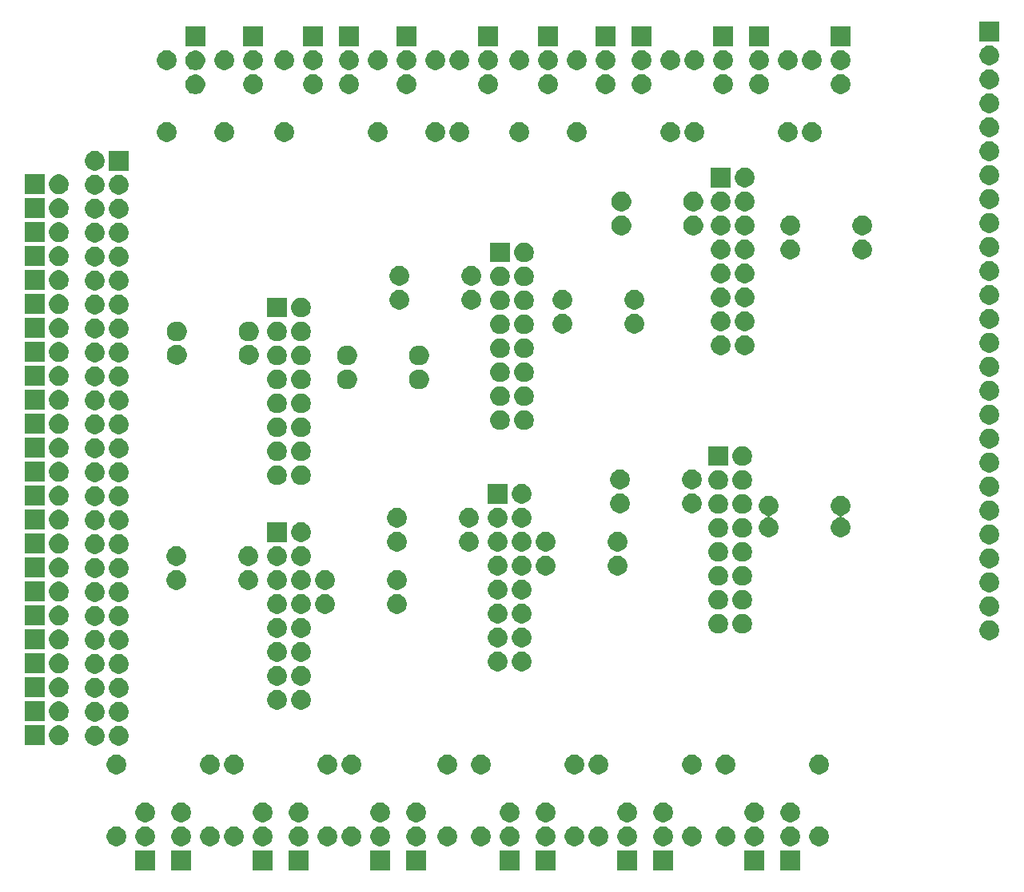
<source format=gbr>
G04 #@! TF.GenerationSoftware,KiCad,Pcbnew,(5.1.6)-1*
G04 #@! TF.CreationDate,2020-12-09T17:55:00+01:00*
G04 #@! TF.ProjectId,Rolety Bart_omiej Torczy_o,526f6c65-7479-4204-9261-7274426f6d69,rev?*
G04 #@! TF.SameCoordinates,Original*
G04 #@! TF.FileFunction,Soldermask,Bot*
G04 #@! TF.FilePolarity,Negative*
%FSLAX46Y46*%
G04 Gerber Fmt 4.6, Leading zero omitted, Abs format (unit mm)*
G04 Created by KiCad (PCBNEW (5.1.6)-1) date 2020-12-09 17:55:00*
%MOMM*%
%LPD*%
G01*
G04 APERTURE LIST*
%ADD10C,0.100000*%
G04 APERTURE END LIST*
D10*
G36*
X35087000Y-130337000D02*
G01*
X32985000Y-130337000D01*
X32985000Y-128235000D01*
X35087000Y-128235000D01*
X35087000Y-130337000D01*
G37*
G36*
X99603000Y-130337000D02*
G01*
X97501000Y-130337000D01*
X97501000Y-128235000D01*
X99603000Y-128235000D01*
X99603000Y-130337000D01*
G37*
G36*
X89951000Y-130337000D02*
G01*
X87849000Y-130337000D01*
X87849000Y-128235000D01*
X89951000Y-128235000D01*
X89951000Y-130337000D01*
G37*
G36*
X86141000Y-130337000D02*
G01*
X84039000Y-130337000D01*
X84039000Y-128235000D01*
X86141000Y-128235000D01*
X86141000Y-130337000D01*
G37*
G36*
X77505000Y-130337000D02*
G01*
X75403000Y-130337000D01*
X75403000Y-128235000D01*
X77505000Y-128235000D01*
X77505000Y-130337000D01*
G37*
G36*
X73695000Y-130337000D02*
G01*
X71593000Y-130337000D01*
X71593000Y-128235000D01*
X73695000Y-128235000D01*
X73695000Y-130337000D01*
G37*
G36*
X63789000Y-130337000D02*
G01*
X61687000Y-130337000D01*
X61687000Y-128235000D01*
X63789000Y-128235000D01*
X63789000Y-130337000D01*
G37*
G36*
X51343000Y-130337000D02*
G01*
X49241000Y-130337000D01*
X49241000Y-128235000D01*
X51343000Y-128235000D01*
X51343000Y-130337000D01*
G37*
G36*
X59979000Y-130337000D02*
G01*
X57877000Y-130337000D01*
X57877000Y-128235000D01*
X59979000Y-128235000D01*
X59979000Y-130337000D01*
G37*
G36*
X103413000Y-130337000D02*
G01*
X101311000Y-130337000D01*
X101311000Y-128235000D01*
X103413000Y-128235000D01*
X103413000Y-130337000D01*
G37*
G36*
X47533000Y-130337000D02*
G01*
X45431000Y-130337000D01*
X45431000Y-128235000D01*
X47533000Y-128235000D01*
X47533000Y-130337000D01*
G37*
G36*
X38897000Y-130337000D02*
G01*
X36795000Y-130337000D01*
X36795000Y-128235000D01*
X38897000Y-128235000D01*
X38897000Y-130337000D01*
G37*
G36*
X92254564Y-125735389D02*
G01*
X92445833Y-125814615D01*
X92445835Y-125814616D01*
X92617973Y-125929635D01*
X92764365Y-126076027D01*
X92879385Y-126248167D01*
X92958611Y-126439436D01*
X92999000Y-126642484D01*
X92999000Y-126849516D01*
X92958611Y-127052564D01*
X92879385Y-127243833D01*
X92879384Y-127243835D01*
X92764365Y-127415973D01*
X92617973Y-127562365D01*
X92445835Y-127677384D01*
X92445834Y-127677385D01*
X92445833Y-127677385D01*
X92254564Y-127756611D01*
X92051516Y-127797000D01*
X91844484Y-127797000D01*
X91641436Y-127756611D01*
X91450167Y-127677385D01*
X91450166Y-127677385D01*
X91450165Y-127677384D01*
X91278027Y-127562365D01*
X91131635Y-127415973D01*
X91016616Y-127243835D01*
X91016615Y-127243833D01*
X90937389Y-127052564D01*
X90897000Y-126849516D01*
X90897000Y-126642484D01*
X90937389Y-126439436D01*
X91016615Y-126248167D01*
X91131635Y-126076027D01*
X91278027Y-125929635D01*
X91450165Y-125814616D01*
X91450167Y-125814615D01*
X91641436Y-125735389D01*
X91844484Y-125695000D01*
X92051516Y-125695000D01*
X92254564Y-125735389D01*
G37*
G36*
X34342564Y-125735389D02*
G01*
X34533833Y-125814615D01*
X34533835Y-125814616D01*
X34705973Y-125929635D01*
X34852365Y-126076027D01*
X34967385Y-126248167D01*
X35046611Y-126439436D01*
X35087000Y-126642484D01*
X35087000Y-126849516D01*
X35046611Y-127052564D01*
X34967385Y-127243833D01*
X34967384Y-127243835D01*
X34852365Y-127415973D01*
X34705973Y-127562365D01*
X34533835Y-127677384D01*
X34533834Y-127677385D01*
X34533833Y-127677385D01*
X34342564Y-127756611D01*
X34139516Y-127797000D01*
X33932484Y-127797000D01*
X33729436Y-127756611D01*
X33538167Y-127677385D01*
X33538166Y-127677385D01*
X33538165Y-127677384D01*
X33366027Y-127562365D01*
X33219635Y-127415973D01*
X33104616Y-127243835D01*
X33104615Y-127243833D01*
X33025389Y-127052564D01*
X32985000Y-126849516D01*
X32985000Y-126642484D01*
X33025389Y-126439436D01*
X33104615Y-126248167D01*
X33219635Y-126076027D01*
X33366027Y-125929635D01*
X33538165Y-125814616D01*
X33538167Y-125814615D01*
X33729436Y-125735389D01*
X33932484Y-125695000D01*
X34139516Y-125695000D01*
X34342564Y-125735389D01*
G37*
G36*
X105716564Y-125735389D02*
G01*
X105907833Y-125814615D01*
X105907835Y-125814616D01*
X106079973Y-125929635D01*
X106226365Y-126076027D01*
X106341385Y-126248167D01*
X106420611Y-126439436D01*
X106461000Y-126642484D01*
X106461000Y-126849516D01*
X106420611Y-127052564D01*
X106341385Y-127243833D01*
X106341384Y-127243835D01*
X106226365Y-127415973D01*
X106079973Y-127562365D01*
X105907835Y-127677384D01*
X105907834Y-127677385D01*
X105907833Y-127677385D01*
X105716564Y-127756611D01*
X105513516Y-127797000D01*
X105306484Y-127797000D01*
X105103436Y-127756611D01*
X104912167Y-127677385D01*
X104912166Y-127677385D01*
X104912165Y-127677384D01*
X104740027Y-127562365D01*
X104593635Y-127415973D01*
X104478616Y-127243835D01*
X104478615Y-127243833D01*
X104399389Y-127052564D01*
X104359000Y-126849516D01*
X104359000Y-126642484D01*
X104399389Y-126439436D01*
X104478615Y-126248167D01*
X104593635Y-126076027D01*
X104740027Y-125929635D01*
X104912165Y-125814616D01*
X104912167Y-125814615D01*
X105103436Y-125735389D01*
X105306484Y-125695000D01*
X105513516Y-125695000D01*
X105716564Y-125735389D01*
G37*
G36*
X95810564Y-125735389D02*
G01*
X96001833Y-125814615D01*
X96001835Y-125814616D01*
X96173973Y-125929635D01*
X96320365Y-126076027D01*
X96435385Y-126248167D01*
X96514611Y-126439436D01*
X96555000Y-126642484D01*
X96555000Y-126849516D01*
X96514611Y-127052564D01*
X96435385Y-127243833D01*
X96435384Y-127243835D01*
X96320365Y-127415973D01*
X96173973Y-127562365D01*
X96001835Y-127677384D01*
X96001834Y-127677385D01*
X96001833Y-127677385D01*
X95810564Y-127756611D01*
X95607516Y-127797000D01*
X95400484Y-127797000D01*
X95197436Y-127756611D01*
X95006167Y-127677385D01*
X95006166Y-127677385D01*
X95006165Y-127677384D01*
X94834027Y-127562365D01*
X94687635Y-127415973D01*
X94572616Y-127243835D01*
X94572615Y-127243833D01*
X94493389Y-127052564D01*
X94453000Y-126849516D01*
X94453000Y-126642484D01*
X94493389Y-126439436D01*
X94572615Y-126248167D01*
X94687635Y-126076027D01*
X94834027Y-125929635D01*
X95006165Y-125814616D01*
X95006167Y-125814615D01*
X95197436Y-125735389D01*
X95400484Y-125695000D01*
X95607516Y-125695000D01*
X95810564Y-125735389D01*
G37*
G36*
X79808564Y-125735389D02*
G01*
X79999833Y-125814615D01*
X79999835Y-125814616D01*
X80171973Y-125929635D01*
X80318365Y-126076027D01*
X80433385Y-126248167D01*
X80512611Y-126439436D01*
X80553000Y-126642484D01*
X80553000Y-126849516D01*
X80512611Y-127052564D01*
X80433385Y-127243833D01*
X80433384Y-127243835D01*
X80318365Y-127415973D01*
X80171973Y-127562365D01*
X79999835Y-127677384D01*
X79999834Y-127677385D01*
X79999833Y-127677385D01*
X79808564Y-127756611D01*
X79605516Y-127797000D01*
X79398484Y-127797000D01*
X79195436Y-127756611D01*
X79004167Y-127677385D01*
X79004166Y-127677385D01*
X79004165Y-127677384D01*
X78832027Y-127562365D01*
X78685635Y-127415973D01*
X78570616Y-127243835D01*
X78570615Y-127243833D01*
X78491389Y-127052564D01*
X78451000Y-126849516D01*
X78451000Y-126642484D01*
X78491389Y-126439436D01*
X78570615Y-126248167D01*
X78685635Y-126076027D01*
X78832027Y-125929635D01*
X79004165Y-125814616D01*
X79004167Y-125814615D01*
X79195436Y-125735389D01*
X79398484Y-125695000D01*
X79605516Y-125695000D01*
X79808564Y-125735389D01*
G37*
G36*
X98858564Y-125735389D02*
G01*
X99049833Y-125814615D01*
X99049835Y-125814616D01*
X99221973Y-125929635D01*
X99368365Y-126076027D01*
X99483385Y-126248167D01*
X99562611Y-126439436D01*
X99603000Y-126642484D01*
X99603000Y-126849516D01*
X99562611Y-127052564D01*
X99483385Y-127243833D01*
X99483384Y-127243835D01*
X99368365Y-127415973D01*
X99221973Y-127562365D01*
X99049835Y-127677384D01*
X99049834Y-127677385D01*
X99049833Y-127677385D01*
X98858564Y-127756611D01*
X98655516Y-127797000D01*
X98448484Y-127797000D01*
X98245436Y-127756611D01*
X98054167Y-127677385D01*
X98054166Y-127677385D01*
X98054165Y-127677384D01*
X97882027Y-127562365D01*
X97735635Y-127415973D01*
X97620616Y-127243835D01*
X97620615Y-127243833D01*
X97541389Y-127052564D01*
X97501000Y-126849516D01*
X97501000Y-126642484D01*
X97541389Y-126439436D01*
X97620615Y-126248167D01*
X97735635Y-126076027D01*
X97882027Y-125929635D01*
X98054165Y-125814616D01*
X98054167Y-125814615D01*
X98245436Y-125735389D01*
X98448484Y-125695000D01*
X98655516Y-125695000D01*
X98858564Y-125735389D01*
G37*
G36*
X102668564Y-125735389D02*
G01*
X102859833Y-125814615D01*
X102859835Y-125814616D01*
X103031973Y-125929635D01*
X103178365Y-126076027D01*
X103293385Y-126248167D01*
X103372611Y-126439436D01*
X103413000Y-126642484D01*
X103413000Y-126849516D01*
X103372611Y-127052564D01*
X103293385Y-127243833D01*
X103293384Y-127243835D01*
X103178365Y-127415973D01*
X103031973Y-127562365D01*
X102859835Y-127677384D01*
X102859834Y-127677385D01*
X102859833Y-127677385D01*
X102668564Y-127756611D01*
X102465516Y-127797000D01*
X102258484Y-127797000D01*
X102055436Y-127756611D01*
X101864167Y-127677385D01*
X101864166Y-127677385D01*
X101864165Y-127677384D01*
X101692027Y-127562365D01*
X101545635Y-127415973D01*
X101430616Y-127243835D01*
X101430615Y-127243833D01*
X101351389Y-127052564D01*
X101311000Y-126849516D01*
X101311000Y-126642484D01*
X101351389Y-126439436D01*
X101430615Y-126248167D01*
X101545635Y-126076027D01*
X101692027Y-125929635D01*
X101864165Y-125814616D01*
X101864167Y-125814615D01*
X102055436Y-125735389D01*
X102258484Y-125695000D01*
X102465516Y-125695000D01*
X102668564Y-125735389D01*
G37*
G36*
X89206564Y-125735389D02*
G01*
X89397833Y-125814615D01*
X89397835Y-125814616D01*
X89569973Y-125929635D01*
X89716365Y-126076027D01*
X89831385Y-126248167D01*
X89910611Y-126439436D01*
X89951000Y-126642484D01*
X89951000Y-126849516D01*
X89910611Y-127052564D01*
X89831385Y-127243833D01*
X89831384Y-127243835D01*
X89716365Y-127415973D01*
X89569973Y-127562365D01*
X89397835Y-127677384D01*
X89397834Y-127677385D01*
X89397833Y-127677385D01*
X89206564Y-127756611D01*
X89003516Y-127797000D01*
X88796484Y-127797000D01*
X88593436Y-127756611D01*
X88402167Y-127677385D01*
X88402166Y-127677385D01*
X88402165Y-127677384D01*
X88230027Y-127562365D01*
X88083635Y-127415973D01*
X87968616Y-127243835D01*
X87968615Y-127243833D01*
X87889389Y-127052564D01*
X87849000Y-126849516D01*
X87849000Y-126642484D01*
X87889389Y-126439436D01*
X87968615Y-126248167D01*
X88083635Y-126076027D01*
X88230027Y-125929635D01*
X88402165Y-125814616D01*
X88402167Y-125814615D01*
X88593436Y-125735389D01*
X88796484Y-125695000D01*
X89003516Y-125695000D01*
X89206564Y-125735389D01*
G37*
G36*
X85396564Y-125735389D02*
G01*
X85587833Y-125814615D01*
X85587835Y-125814616D01*
X85759973Y-125929635D01*
X85906365Y-126076027D01*
X86021385Y-126248167D01*
X86100611Y-126439436D01*
X86141000Y-126642484D01*
X86141000Y-126849516D01*
X86100611Y-127052564D01*
X86021385Y-127243833D01*
X86021384Y-127243835D01*
X85906365Y-127415973D01*
X85759973Y-127562365D01*
X85587835Y-127677384D01*
X85587834Y-127677385D01*
X85587833Y-127677385D01*
X85396564Y-127756611D01*
X85193516Y-127797000D01*
X84986484Y-127797000D01*
X84783436Y-127756611D01*
X84592167Y-127677385D01*
X84592166Y-127677385D01*
X84592165Y-127677384D01*
X84420027Y-127562365D01*
X84273635Y-127415973D01*
X84158616Y-127243835D01*
X84158615Y-127243833D01*
X84079389Y-127052564D01*
X84039000Y-126849516D01*
X84039000Y-126642484D01*
X84079389Y-126439436D01*
X84158615Y-126248167D01*
X84273635Y-126076027D01*
X84420027Y-125929635D01*
X84592165Y-125814616D01*
X84592167Y-125814615D01*
X84783436Y-125735389D01*
X84986484Y-125695000D01*
X85193516Y-125695000D01*
X85396564Y-125735389D01*
G37*
G36*
X76760564Y-125735389D02*
G01*
X76951833Y-125814615D01*
X76951835Y-125814616D01*
X77123973Y-125929635D01*
X77270365Y-126076027D01*
X77385385Y-126248167D01*
X77464611Y-126439436D01*
X77505000Y-126642484D01*
X77505000Y-126849516D01*
X77464611Y-127052564D01*
X77385385Y-127243833D01*
X77385384Y-127243835D01*
X77270365Y-127415973D01*
X77123973Y-127562365D01*
X76951835Y-127677384D01*
X76951834Y-127677385D01*
X76951833Y-127677385D01*
X76760564Y-127756611D01*
X76557516Y-127797000D01*
X76350484Y-127797000D01*
X76147436Y-127756611D01*
X75956167Y-127677385D01*
X75956166Y-127677385D01*
X75956165Y-127677384D01*
X75784027Y-127562365D01*
X75637635Y-127415973D01*
X75522616Y-127243835D01*
X75522615Y-127243833D01*
X75443389Y-127052564D01*
X75403000Y-126849516D01*
X75403000Y-126642484D01*
X75443389Y-126439436D01*
X75522615Y-126248167D01*
X75637635Y-126076027D01*
X75784027Y-125929635D01*
X75956165Y-125814616D01*
X75956167Y-125814615D01*
X76147436Y-125735389D01*
X76350484Y-125695000D01*
X76557516Y-125695000D01*
X76760564Y-125735389D01*
G37*
G36*
X72950564Y-125735389D02*
G01*
X73141833Y-125814615D01*
X73141835Y-125814616D01*
X73313973Y-125929635D01*
X73460365Y-126076027D01*
X73575385Y-126248167D01*
X73654611Y-126439436D01*
X73695000Y-126642484D01*
X73695000Y-126849516D01*
X73654611Y-127052564D01*
X73575385Y-127243833D01*
X73575384Y-127243835D01*
X73460365Y-127415973D01*
X73313973Y-127562365D01*
X73141835Y-127677384D01*
X73141834Y-127677385D01*
X73141833Y-127677385D01*
X72950564Y-127756611D01*
X72747516Y-127797000D01*
X72540484Y-127797000D01*
X72337436Y-127756611D01*
X72146167Y-127677385D01*
X72146166Y-127677385D01*
X72146165Y-127677384D01*
X71974027Y-127562365D01*
X71827635Y-127415973D01*
X71712616Y-127243835D01*
X71712615Y-127243833D01*
X71633389Y-127052564D01*
X71593000Y-126849516D01*
X71593000Y-126642484D01*
X71633389Y-126439436D01*
X71712615Y-126248167D01*
X71827635Y-126076027D01*
X71974027Y-125929635D01*
X72146165Y-125814616D01*
X72146167Y-125814615D01*
X72337436Y-125735389D01*
X72540484Y-125695000D01*
X72747516Y-125695000D01*
X72950564Y-125735389D01*
G37*
G36*
X63044564Y-125735389D02*
G01*
X63235833Y-125814615D01*
X63235835Y-125814616D01*
X63407973Y-125929635D01*
X63554365Y-126076027D01*
X63669385Y-126248167D01*
X63748611Y-126439436D01*
X63789000Y-126642484D01*
X63789000Y-126849516D01*
X63748611Y-127052564D01*
X63669385Y-127243833D01*
X63669384Y-127243835D01*
X63554365Y-127415973D01*
X63407973Y-127562365D01*
X63235835Y-127677384D01*
X63235834Y-127677385D01*
X63235833Y-127677385D01*
X63044564Y-127756611D01*
X62841516Y-127797000D01*
X62634484Y-127797000D01*
X62431436Y-127756611D01*
X62240167Y-127677385D01*
X62240166Y-127677385D01*
X62240165Y-127677384D01*
X62068027Y-127562365D01*
X61921635Y-127415973D01*
X61806616Y-127243835D01*
X61806615Y-127243833D01*
X61727389Y-127052564D01*
X61687000Y-126849516D01*
X61687000Y-126642484D01*
X61727389Y-126439436D01*
X61806615Y-126248167D01*
X61921635Y-126076027D01*
X62068027Y-125929635D01*
X62240165Y-125814616D01*
X62240167Y-125814615D01*
X62431436Y-125735389D01*
X62634484Y-125695000D01*
X62841516Y-125695000D01*
X63044564Y-125735389D01*
G37*
G36*
X46788564Y-125735389D02*
G01*
X46979833Y-125814615D01*
X46979835Y-125814616D01*
X47151973Y-125929635D01*
X47298365Y-126076027D01*
X47413385Y-126248167D01*
X47492611Y-126439436D01*
X47533000Y-126642484D01*
X47533000Y-126849516D01*
X47492611Y-127052564D01*
X47413385Y-127243833D01*
X47413384Y-127243835D01*
X47298365Y-127415973D01*
X47151973Y-127562365D01*
X46979835Y-127677384D01*
X46979834Y-127677385D01*
X46979833Y-127677385D01*
X46788564Y-127756611D01*
X46585516Y-127797000D01*
X46378484Y-127797000D01*
X46175436Y-127756611D01*
X45984167Y-127677385D01*
X45984166Y-127677385D01*
X45984165Y-127677384D01*
X45812027Y-127562365D01*
X45665635Y-127415973D01*
X45550616Y-127243835D01*
X45550615Y-127243833D01*
X45471389Y-127052564D01*
X45431000Y-126849516D01*
X45431000Y-126642484D01*
X45471389Y-126439436D01*
X45550615Y-126248167D01*
X45665635Y-126076027D01*
X45812027Y-125929635D01*
X45984165Y-125814616D01*
X45984167Y-125814615D01*
X46175436Y-125735389D01*
X46378484Y-125695000D01*
X46585516Y-125695000D01*
X46788564Y-125735389D01*
G37*
G36*
X59234564Y-125735389D02*
G01*
X59425833Y-125814615D01*
X59425835Y-125814616D01*
X59597973Y-125929635D01*
X59744365Y-126076027D01*
X59859385Y-126248167D01*
X59938611Y-126439436D01*
X59979000Y-126642484D01*
X59979000Y-126849516D01*
X59938611Y-127052564D01*
X59859385Y-127243833D01*
X59859384Y-127243835D01*
X59744365Y-127415973D01*
X59597973Y-127562365D01*
X59425835Y-127677384D01*
X59425834Y-127677385D01*
X59425833Y-127677385D01*
X59234564Y-127756611D01*
X59031516Y-127797000D01*
X58824484Y-127797000D01*
X58621436Y-127756611D01*
X58430167Y-127677385D01*
X58430166Y-127677385D01*
X58430165Y-127677384D01*
X58258027Y-127562365D01*
X58111635Y-127415973D01*
X57996616Y-127243835D01*
X57996615Y-127243833D01*
X57917389Y-127052564D01*
X57877000Y-126849516D01*
X57877000Y-126642484D01*
X57917389Y-126439436D01*
X57996615Y-126248167D01*
X58111635Y-126076027D01*
X58258027Y-125929635D01*
X58430165Y-125814616D01*
X58430167Y-125814615D01*
X58621436Y-125735389D01*
X58824484Y-125695000D01*
X59031516Y-125695000D01*
X59234564Y-125735389D01*
G37*
G36*
X50598564Y-125735389D02*
G01*
X50789833Y-125814615D01*
X50789835Y-125814616D01*
X50961973Y-125929635D01*
X51108365Y-126076027D01*
X51223385Y-126248167D01*
X51302611Y-126439436D01*
X51343000Y-126642484D01*
X51343000Y-126849516D01*
X51302611Y-127052564D01*
X51223385Y-127243833D01*
X51223384Y-127243835D01*
X51108365Y-127415973D01*
X50961973Y-127562365D01*
X50789835Y-127677384D01*
X50789834Y-127677385D01*
X50789833Y-127677385D01*
X50598564Y-127756611D01*
X50395516Y-127797000D01*
X50188484Y-127797000D01*
X49985436Y-127756611D01*
X49794167Y-127677385D01*
X49794166Y-127677385D01*
X49794165Y-127677384D01*
X49622027Y-127562365D01*
X49475635Y-127415973D01*
X49360616Y-127243835D01*
X49360615Y-127243833D01*
X49281389Y-127052564D01*
X49241000Y-126849516D01*
X49241000Y-126642484D01*
X49281389Y-126439436D01*
X49360615Y-126248167D01*
X49475635Y-126076027D01*
X49622027Y-125929635D01*
X49794165Y-125814616D01*
X49794167Y-125814615D01*
X49985436Y-125735389D01*
X50188484Y-125695000D01*
X50395516Y-125695000D01*
X50598564Y-125735389D01*
G37*
G36*
X82348564Y-125735389D02*
G01*
X82539833Y-125814615D01*
X82539835Y-125814616D01*
X82711973Y-125929635D01*
X82858365Y-126076027D01*
X82973385Y-126248167D01*
X83052611Y-126439436D01*
X83093000Y-126642484D01*
X83093000Y-126849516D01*
X83052611Y-127052564D01*
X82973385Y-127243833D01*
X82973384Y-127243835D01*
X82858365Y-127415973D01*
X82711973Y-127562365D01*
X82539835Y-127677384D01*
X82539834Y-127677385D01*
X82539833Y-127677385D01*
X82348564Y-127756611D01*
X82145516Y-127797000D01*
X81938484Y-127797000D01*
X81735436Y-127756611D01*
X81544167Y-127677385D01*
X81544166Y-127677385D01*
X81544165Y-127677384D01*
X81372027Y-127562365D01*
X81225635Y-127415973D01*
X81110616Y-127243835D01*
X81110615Y-127243833D01*
X81031389Y-127052564D01*
X80991000Y-126849516D01*
X80991000Y-126642484D01*
X81031389Y-126439436D01*
X81110615Y-126248167D01*
X81225635Y-126076027D01*
X81372027Y-125929635D01*
X81544165Y-125814616D01*
X81544167Y-125814615D01*
X81735436Y-125735389D01*
X81938484Y-125695000D01*
X82145516Y-125695000D01*
X82348564Y-125735389D01*
G37*
G36*
X53646564Y-125735389D02*
G01*
X53837833Y-125814615D01*
X53837835Y-125814616D01*
X54009973Y-125929635D01*
X54156365Y-126076027D01*
X54271385Y-126248167D01*
X54350611Y-126439436D01*
X54391000Y-126642484D01*
X54391000Y-126849516D01*
X54350611Y-127052564D01*
X54271385Y-127243833D01*
X54271384Y-127243835D01*
X54156365Y-127415973D01*
X54009973Y-127562365D01*
X53837835Y-127677384D01*
X53837834Y-127677385D01*
X53837833Y-127677385D01*
X53646564Y-127756611D01*
X53443516Y-127797000D01*
X53236484Y-127797000D01*
X53033436Y-127756611D01*
X52842167Y-127677385D01*
X52842166Y-127677385D01*
X52842165Y-127677384D01*
X52670027Y-127562365D01*
X52523635Y-127415973D01*
X52408616Y-127243835D01*
X52408615Y-127243833D01*
X52329389Y-127052564D01*
X52289000Y-126849516D01*
X52289000Y-126642484D01*
X52329389Y-126439436D01*
X52408615Y-126248167D01*
X52523635Y-126076027D01*
X52670027Y-125929635D01*
X52842165Y-125814616D01*
X52842167Y-125814615D01*
X53033436Y-125735389D01*
X53236484Y-125695000D01*
X53443516Y-125695000D01*
X53646564Y-125735389D01*
G37*
G36*
X43740564Y-125735389D02*
G01*
X43931833Y-125814615D01*
X43931835Y-125814616D01*
X44103973Y-125929635D01*
X44250365Y-126076027D01*
X44365385Y-126248167D01*
X44444611Y-126439436D01*
X44485000Y-126642484D01*
X44485000Y-126849516D01*
X44444611Y-127052564D01*
X44365385Y-127243833D01*
X44365384Y-127243835D01*
X44250365Y-127415973D01*
X44103973Y-127562365D01*
X43931835Y-127677384D01*
X43931834Y-127677385D01*
X43931833Y-127677385D01*
X43740564Y-127756611D01*
X43537516Y-127797000D01*
X43330484Y-127797000D01*
X43127436Y-127756611D01*
X42936167Y-127677385D01*
X42936166Y-127677385D01*
X42936165Y-127677384D01*
X42764027Y-127562365D01*
X42617635Y-127415973D01*
X42502616Y-127243835D01*
X42502615Y-127243833D01*
X42423389Y-127052564D01*
X42383000Y-126849516D01*
X42383000Y-126642484D01*
X42423389Y-126439436D01*
X42502615Y-126248167D01*
X42617635Y-126076027D01*
X42764027Y-125929635D01*
X42936165Y-125814616D01*
X42936167Y-125814615D01*
X43127436Y-125735389D01*
X43330484Y-125695000D01*
X43537516Y-125695000D01*
X43740564Y-125735389D01*
G37*
G36*
X41200564Y-125735389D02*
G01*
X41391833Y-125814615D01*
X41391835Y-125814616D01*
X41563973Y-125929635D01*
X41710365Y-126076027D01*
X41825385Y-126248167D01*
X41904611Y-126439436D01*
X41945000Y-126642484D01*
X41945000Y-126849516D01*
X41904611Y-127052564D01*
X41825385Y-127243833D01*
X41825384Y-127243835D01*
X41710365Y-127415973D01*
X41563973Y-127562365D01*
X41391835Y-127677384D01*
X41391834Y-127677385D01*
X41391833Y-127677385D01*
X41200564Y-127756611D01*
X40997516Y-127797000D01*
X40790484Y-127797000D01*
X40587436Y-127756611D01*
X40396167Y-127677385D01*
X40396166Y-127677385D01*
X40396165Y-127677384D01*
X40224027Y-127562365D01*
X40077635Y-127415973D01*
X39962616Y-127243835D01*
X39962615Y-127243833D01*
X39883389Y-127052564D01*
X39843000Y-126849516D01*
X39843000Y-126642484D01*
X39883389Y-126439436D01*
X39962615Y-126248167D01*
X40077635Y-126076027D01*
X40224027Y-125929635D01*
X40396165Y-125814616D01*
X40396167Y-125814615D01*
X40587436Y-125735389D01*
X40790484Y-125695000D01*
X40997516Y-125695000D01*
X41200564Y-125735389D01*
G37*
G36*
X31294564Y-125735389D02*
G01*
X31485833Y-125814615D01*
X31485835Y-125814616D01*
X31657973Y-125929635D01*
X31804365Y-126076027D01*
X31919385Y-126248167D01*
X31998611Y-126439436D01*
X32039000Y-126642484D01*
X32039000Y-126849516D01*
X31998611Y-127052564D01*
X31919385Y-127243833D01*
X31919384Y-127243835D01*
X31804365Y-127415973D01*
X31657973Y-127562365D01*
X31485835Y-127677384D01*
X31485834Y-127677385D01*
X31485833Y-127677385D01*
X31294564Y-127756611D01*
X31091516Y-127797000D01*
X30884484Y-127797000D01*
X30681436Y-127756611D01*
X30490167Y-127677385D01*
X30490166Y-127677385D01*
X30490165Y-127677384D01*
X30318027Y-127562365D01*
X30171635Y-127415973D01*
X30056616Y-127243835D01*
X30056615Y-127243833D01*
X29977389Y-127052564D01*
X29937000Y-126849516D01*
X29937000Y-126642484D01*
X29977389Y-126439436D01*
X30056615Y-126248167D01*
X30171635Y-126076027D01*
X30318027Y-125929635D01*
X30490165Y-125814616D01*
X30490167Y-125814615D01*
X30681436Y-125735389D01*
X30884484Y-125695000D01*
X31091516Y-125695000D01*
X31294564Y-125735389D01*
G37*
G36*
X56186564Y-125735389D02*
G01*
X56377833Y-125814615D01*
X56377835Y-125814616D01*
X56549973Y-125929635D01*
X56696365Y-126076027D01*
X56811385Y-126248167D01*
X56890611Y-126439436D01*
X56931000Y-126642484D01*
X56931000Y-126849516D01*
X56890611Y-127052564D01*
X56811385Y-127243833D01*
X56811384Y-127243835D01*
X56696365Y-127415973D01*
X56549973Y-127562365D01*
X56377835Y-127677384D01*
X56377834Y-127677385D01*
X56377833Y-127677385D01*
X56186564Y-127756611D01*
X55983516Y-127797000D01*
X55776484Y-127797000D01*
X55573436Y-127756611D01*
X55382167Y-127677385D01*
X55382166Y-127677385D01*
X55382165Y-127677384D01*
X55210027Y-127562365D01*
X55063635Y-127415973D01*
X54948616Y-127243835D01*
X54948615Y-127243833D01*
X54869389Y-127052564D01*
X54829000Y-126849516D01*
X54829000Y-126642484D01*
X54869389Y-126439436D01*
X54948615Y-126248167D01*
X55063635Y-126076027D01*
X55210027Y-125929635D01*
X55382165Y-125814616D01*
X55382167Y-125814615D01*
X55573436Y-125735389D01*
X55776484Y-125695000D01*
X55983516Y-125695000D01*
X56186564Y-125735389D01*
G37*
G36*
X66346564Y-125735389D02*
G01*
X66537833Y-125814615D01*
X66537835Y-125814616D01*
X66709973Y-125929635D01*
X66856365Y-126076027D01*
X66971385Y-126248167D01*
X67050611Y-126439436D01*
X67091000Y-126642484D01*
X67091000Y-126849516D01*
X67050611Y-127052564D01*
X66971385Y-127243833D01*
X66971384Y-127243835D01*
X66856365Y-127415973D01*
X66709973Y-127562365D01*
X66537835Y-127677384D01*
X66537834Y-127677385D01*
X66537833Y-127677385D01*
X66346564Y-127756611D01*
X66143516Y-127797000D01*
X65936484Y-127797000D01*
X65733436Y-127756611D01*
X65542167Y-127677385D01*
X65542166Y-127677385D01*
X65542165Y-127677384D01*
X65370027Y-127562365D01*
X65223635Y-127415973D01*
X65108616Y-127243835D01*
X65108615Y-127243833D01*
X65029389Y-127052564D01*
X64989000Y-126849516D01*
X64989000Y-126642484D01*
X65029389Y-126439436D01*
X65108615Y-126248167D01*
X65223635Y-126076027D01*
X65370027Y-125929635D01*
X65542165Y-125814616D01*
X65542167Y-125814615D01*
X65733436Y-125735389D01*
X65936484Y-125695000D01*
X66143516Y-125695000D01*
X66346564Y-125735389D01*
G37*
G36*
X69902564Y-125735389D02*
G01*
X70093833Y-125814615D01*
X70093835Y-125814616D01*
X70265973Y-125929635D01*
X70412365Y-126076027D01*
X70527385Y-126248167D01*
X70606611Y-126439436D01*
X70647000Y-126642484D01*
X70647000Y-126849516D01*
X70606611Y-127052564D01*
X70527385Y-127243833D01*
X70527384Y-127243835D01*
X70412365Y-127415973D01*
X70265973Y-127562365D01*
X70093835Y-127677384D01*
X70093834Y-127677385D01*
X70093833Y-127677385D01*
X69902564Y-127756611D01*
X69699516Y-127797000D01*
X69492484Y-127797000D01*
X69289436Y-127756611D01*
X69098167Y-127677385D01*
X69098166Y-127677385D01*
X69098165Y-127677384D01*
X68926027Y-127562365D01*
X68779635Y-127415973D01*
X68664616Y-127243835D01*
X68664615Y-127243833D01*
X68585389Y-127052564D01*
X68545000Y-126849516D01*
X68545000Y-126642484D01*
X68585389Y-126439436D01*
X68664615Y-126248167D01*
X68779635Y-126076027D01*
X68926027Y-125929635D01*
X69098165Y-125814616D01*
X69098167Y-125814615D01*
X69289436Y-125735389D01*
X69492484Y-125695000D01*
X69699516Y-125695000D01*
X69902564Y-125735389D01*
G37*
G36*
X38152564Y-125735389D02*
G01*
X38343833Y-125814615D01*
X38343835Y-125814616D01*
X38515973Y-125929635D01*
X38662365Y-126076027D01*
X38777385Y-126248167D01*
X38856611Y-126439436D01*
X38897000Y-126642484D01*
X38897000Y-126849516D01*
X38856611Y-127052564D01*
X38777385Y-127243833D01*
X38777384Y-127243835D01*
X38662365Y-127415973D01*
X38515973Y-127562365D01*
X38343835Y-127677384D01*
X38343834Y-127677385D01*
X38343833Y-127677385D01*
X38152564Y-127756611D01*
X37949516Y-127797000D01*
X37742484Y-127797000D01*
X37539436Y-127756611D01*
X37348167Y-127677385D01*
X37348166Y-127677385D01*
X37348165Y-127677384D01*
X37176027Y-127562365D01*
X37029635Y-127415973D01*
X36914616Y-127243835D01*
X36914615Y-127243833D01*
X36835389Y-127052564D01*
X36795000Y-126849516D01*
X36795000Y-126642484D01*
X36835389Y-126439436D01*
X36914615Y-126248167D01*
X37029635Y-126076027D01*
X37176027Y-125929635D01*
X37348165Y-125814616D01*
X37348167Y-125814615D01*
X37539436Y-125735389D01*
X37742484Y-125695000D01*
X37949516Y-125695000D01*
X38152564Y-125735389D01*
G37*
G36*
X34342564Y-123195389D02*
G01*
X34533833Y-123274615D01*
X34533835Y-123274616D01*
X34705973Y-123389635D01*
X34852365Y-123536027D01*
X34967385Y-123708167D01*
X35046611Y-123899436D01*
X35087000Y-124102484D01*
X35087000Y-124309516D01*
X35046611Y-124512564D01*
X34967385Y-124703833D01*
X34967384Y-124703835D01*
X34852365Y-124875973D01*
X34705973Y-125022365D01*
X34533835Y-125137384D01*
X34533834Y-125137385D01*
X34533833Y-125137385D01*
X34342564Y-125216611D01*
X34139516Y-125257000D01*
X33932484Y-125257000D01*
X33729436Y-125216611D01*
X33538167Y-125137385D01*
X33538166Y-125137385D01*
X33538165Y-125137384D01*
X33366027Y-125022365D01*
X33219635Y-124875973D01*
X33104616Y-124703835D01*
X33104615Y-124703833D01*
X33025389Y-124512564D01*
X32985000Y-124309516D01*
X32985000Y-124102484D01*
X33025389Y-123899436D01*
X33104615Y-123708167D01*
X33219635Y-123536027D01*
X33366027Y-123389635D01*
X33538165Y-123274616D01*
X33538167Y-123274615D01*
X33729436Y-123195389D01*
X33932484Y-123155000D01*
X34139516Y-123155000D01*
X34342564Y-123195389D01*
G37*
G36*
X38152564Y-123195389D02*
G01*
X38343833Y-123274615D01*
X38343835Y-123274616D01*
X38515973Y-123389635D01*
X38662365Y-123536027D01*
X38777385Y-123708167D01*
X38856611Y-123899436D01*
X38897000Y-124102484D01*
X38897000Y-124309516D01*
X38856611Y-124512564D01*
X38777385Y-124703833D01*
X38777384Y-124703835D01*
X38662365Y-124875973D01*
X38515973Y-125022365D01*
X38343835Y-125137384D01*
X38343834Y-125137385D01*
X38343833Y-125137385D01*
X38152564Y-125216611D01*
X37949516Y-125257000D01*
X37742484Y-125257000D01*
X37539436Y-125216611D01*
X37348167Y-125137385D01*
X37348166Y-125137385D01*
X37348165Y-125137384D01*
X37176027Y-125022365D01*
X37029635Y-124875973D01*
X36914616Y-124703835D01*
X36914615Y-124703833D01*
X36835389Y-124512564D01*
X36795000Y-124309516D01*
X36795000Y-124102484D01*
X36835389Y-123899436D01*
X36914615Y-123708167D01*
X37029635Y-123536027D01*
X37176027Y-123389635D01*
X37348165Y-123274616D01*
X37348167Y-123274615D01*
X37539436Y-123195389D01*
X37742484Y-123155000D01*
X37949516Y-123155000D01*
X38152564Y-123195389D01*
G37*
G36*
X46788564Y-123195389D02*
G01*
X46979833Y-123274615D01*
X46979835Y-123274616D01*
X47151973Y-123389635D01*
X47298365Y-123536027D01*
X47413385Y-123708167D01*
X47492611Y-123899436D01*
X47533000Y-124102484D01*
X47533000Y-124309516D01*
X47492611Y-124512564D01*
X47413385Y-124703833D01*
X47413384Y-124703835D01*
X47298365Y-124875973D01*
X47151973Y-125022365D01*
X46979835Y-125137384D01*
X46979834Y-125137385D01*
X46979833Y-125137385D01*
X46788564Y-125216611D01*
X46585516Y-125257000D01*
X46378484Y-125257000D01*
X46175436Y-125216611D01*
X45984167Y-125137385D01*
X45984166Y-125137385D01*
X45984165Y-125137384D01*
X45812027Y-125022365D01*
X45665635Y-124875973D01*
X45550616Y-124703835D01*
X45550615Y-124703833D01*
X45471389Y-124512564D01*
X45431000Y-124309516D01*
X45431000Y-124102484D01*
X45471389Y-123899436D01*
X45550615Y-123708167D01*
X45665635Y-123536027D01*
X45812027Y-123389635D01*
X45984165Y-123274616D01*
X45984167Y-123274615D01*
X46175436Y-123195389D01*
X46378484Y-123155000D01*
X46585516Y-123155000D01*
X46788564Y-123195389D01*
G37*
G36*
X85396564Y-123195389D02*
G01*
X85587833Y-123274615D01*
X85587835Y-123274616D01*
X85759973Y-123389635D01*
X85906365Y-123536027D01*
X86021385Y-123708167D01*
X86100611Y-123899436D01*
X86141000Y-124102484D01*
X86141000Y-124309516D01*
X86100611Y-124512564D01*
X86021385Y-124703833D01*
X86021384Y-124703835D01*
X85906365Y-124875973D01*
X85759973Y-125022365D01*
X85587835Y-125137384D01*
X85587834Y-125137385D01*
X85587833Y-125137385D01*
X85396564Y-125216611D01*
X85193516Y-125257000D01*
X84986484Y-125257000D01*
X84783436Y-125216611D01*
X84592167Y-125137385D01*
X84592166Y-125137385D01*
X84592165Y-125137384D01*
X84420027Y-125022365D01*
X84273635Y-124875973D01*
X84158616Y-124703835D01*
X84158615Y-124703833D01*
X84079389Y-124512564D01*
X84039000Y-124309516D01*
X84039000Y-124102484D01*
X84079389Y-123899436D01*
X84158615Y-123708167D01*
X84273635Y-123536027D01*
X84420027Y-123389635D01*
X84592165Y-123274616D01*
X84592167Y-123274615D01*
X84783436Y-123195389D01*
X84986484Y-123155000D01*
X85193516Y-123155000D01*
X85396564Y-123195389D01*
G37*
G36*
X50598564Y-123195389D02*
G01*
X50789833Y-123274615D01*
X50789835Y-123274616D01*
X50961973Y-123389635D01*
X51108365Y-123536027D01*
X51223385Y-123708167D01*
X51302611Y-123899436D01*
X51343000Y-124102484D01*
X51343000Y-124309516D01*
X51302611Y-124512564D01*
X51223385Y-124703833D01*
X51223384Y-124703835D01*
X51108365Y-124875973D01*
X50961973Y-125022365D01*
X50789835Y-125137384D01*
X50789834Y-125137385D01*
X50789833Y-125137385D01*
X50598564Y-125216611D01*
X50395516Y-125257000D01*
X50188484Y-125257000D01*
X49985436Y-125216611D01*
X49794167Y-125137385D01*
X49794166Y-125137385D01*
X49794165Y-125137384D01*
X49622027Y-125022365D01*
X49475635Y-124875973D01*
X49360616Y-124703835D01*
X49360615Y-124703833D01*
X49281389Y-124512564D01*
X49241000Y-124309516D01*
X49241000Y-124102484D01*
X49281389Y-123899436D01*
X49360615Y-123708167D01*
X49475635Y-123536027D01*
X49622027Y-123389635D01*
X49794165Y-123274616D01*
X49794167Y-123274615D01*
X49985436Y-123195389D01*
X50188484Y-123155000D01*
X50395516Y-123155000D01*
X50598564Y-123195389D01*
G37*
G36*
X59234564Y-123195389D02*
G01*
X59425833Y-123274615D01*
X59425835Y-123274616D01*
X59597973Y-123389635D01*
X59744365Y-123536027D01*
X59859385Y-123708167D01*
X59938611Y-123899436D01*
X59979000Y-124102484D01*
X59979000Y-124309516D01*
X59938611Y-124512564D01*
X59859385Y-124703833D01*
X59859384Y-124703835D01*
X59744365Y-124875973D01*
X59597973Y-125022365D01*
X59425835Y-125137384D01*
X59425834Y-125137385D01*
X59425833Y-125137385D01*
X59234564Y-125216611D01*
X59031516Y-125257000D01*
X58824484Y-125257000D01*
X58621436Y-125216611D01*
X58430167Y-125137385D01*
X58430166Y-125137385D01*
X58430165Y-125137384D01*
X58258027Y-125022365D01*
X58111635Y-124875973D01*
X57996616Y-124703835D01*
X57996615Y-124703833D01*
X57917389Y-124512564D01*
X57877000Y-124309516D01*
X57877000Y-124102484D01*
X57917389Y-123899436D01*
X57996615Y-123708167D01*
X58111635Y-123536027D01*
X58258027Y-123389635D01*
X58430165Y-123274616D01*
X58430167Y-123274615D01*
X58621436Y-123195389D01*
X58824484Y-123155000D01*
X59031516Y-123155000D01*
X59234564Y-123195389D01*
G37*
G36*
X63044564Y-123195389D02*
G01*
X63235833Y-123274615D01*
X63235835Y-123274616D01*
X63407973Y-123389635D01*
X63554365Y-123536027D01*
X63669385Y-123708167D01*
X63748611Y-123899436D01*
X63789000Y-124102484D01*
X63789000Y-124309516D01*
X63748611Y-124512564D01*
X63669385Y-124703833D01*
X63669384Y-124703835D01*
X63554365Y-124875973D01*
X63407973Y-125022365D01*
X63235835Y-125137384D01*
X63235834Y-125137385D01*
X63235833Y-125137385D01*
X63044564Y-125216611D01*
X62841516Y-125257000D01*
X62634484Y-125257000D01*
X62431436Y-125216611D01*
X62240167Y-125137385D01*
X62240166Y-125137385D01*
X62240165Y-125137384D01*
X62068027Y-125022365D01*
X61921635Y-124875973D01*
X61806616Y-124703835D01*
X61806615Y-124703833D01*
X61727389Y-124512564D01*
X61687000Y-124309516D01*
X61687000Y-124102484D01*
X61727389Y-123899436D01*
X61806615Y-123708167D01*
X61921635Y-123536027D01*
X62068027Y-123389635D01*
X62240165Y-123274616D01*
X62240167Y-123274615D01*
X62431436Y-123195389D01*
X62634484Y-123155000D01*
X62841516Y-123155000D01*
X63044564Y-123195389D01*
G37*
G36*
X72950564Y-123195389D02*
G01*
X73141833Y-123274615D01*
X73141835Y-123274616D01*
X73313973Y-123389635D01*
X73460365Y-123536027D01*
X73575385Y-123708167D01*
X73654611Y-123899436D01*
X73695000Y-124102484D01*
X73695000Y-124309516D01*
X73654611Y-124512564D01*
X73575385Y-124703833D01*
X73575384Y-124703835D01*
X73460365Y-124875973D01*
X73313973Y-125022365D01*
X73141835Y-125137384D01*
X73141834Y-125137385D01*
X73141833Y-125137385D01*
X72950564Y-125216611D01*
X72747516Y-125257000D01*
X72540484Y-125257000D01*
X72337436Y-125216611D01*
X72146167Y-125137385D01*
X72146166Y-125137385D01*
X72146165Y-125137384D01*
X71974027Y-125022365D01*
X71827635Y-124875973D01*
X71712616Y-124703835D01*
X71712615Y-124703833D01*
X71633389Y-124512564D01*
X71593000Y-124309516D01*
X71593000Y-124102484D01*
X71633389Y-123899436D01*
X71712615Y-123708167D01*
X71827635Y-123536027D01*
X71974027Y-123389635D01*
X72146165Y-123274616D01*
X72146167Y-123274615D01*
X72337436Y-123195389D01*
X72540484Y-123155000D01*
X72747516Y-123155000D01*
X72950564Y-123195389D01*
G37*
G36*
X76760564Y-123195389D02*
G01*
X76951833Y-123274615D01*
X76951835Y-123274616D01*
X77123973Y-123389635D01*
X77270365Y-123536027D01*
X77385385Y-123708167D01*
X77464611Y-123899436D01*
X77505000Y-124102484D01*
X77505000Y-124309516D01*
X77464611Y-124512564D01*
X77385385Y-124703833D01*
X77385384Y-124703835D01*
X77270365Y-124875973D01*
X77123973Y-125022365D01*
X76951835Y-125137384D01*
X76951834Y-125137385D01*
X76951833Y-125137385D01*
X76760564Y-125216611D01*
X76557516Y-125257000D01*
X76350484Y-125257000D01*
X76147436Y-125216611D01*
X75956167Y-125137385D01*
X75956166Y-125137385D01*
X75956165Y-125137384D01*
X75784027Y-125022365D01*
X75637635Y-124875973D01*
X75522616Y-124703835D01*
X75522615Y-124703833D01*
X75443389Y-124512564D01*
X75403000Y-124309516D01*
X75403000Y-124102484D01*
X75443389Y-123899436D01*
X75522615Y-123708167D01*
X75637635Y-123536027D01*
X75784027Y-123389635D01*
X75956165Y-123274616D01*
X75956167Y-123274615D01*
X76147436Y-123195389D01*
X76350484Y-123155000D01*
X76557516Y-123155000D01*
X76760564Y-123195389D01*
G37*
G36*
X98858564Y-123195389D02*
G01*
X99049833Y-123274615D01*
X99049835Y-123274616D01*
X99221973Y-123389635D01*
X99368365Y-123536027D01*
X99483385Y-123708167D01*
X99562611Y-123899436D01*
X99603000Y-124102484D01*
X99603000Y-124309516D01*
X99562611Y-124512564D01*
X99483385Y-124703833D01*
X99483384Y-124703835D01*
X99368365Y-124875973D01*
X99221973Y-125022365D01*
X99049835Y-125137384D01*
X99049834Y-125137385D01*
X99049833Y-125137385D01*
X98858564Y-125216611D01*
X98655516Y-125257000D01*
X98448484Y-125257000D01*
X98245436Y-125216611D01*
X98054167Y-125137385D01*
X98054166Y-125137385D01*
X98054165Y-125137384D01*
X97882027Y-125022365D01*
X97735635Y-124875973D01*
X97620616Y-124703835D01*
X97620615Y-124703833D01*
X97541389Y-124512564D01*
X97501000Y-124309516D01*
X97501000Y-124102484D01*
X97541389Y-123899436D01*
X97620615Y-123708167D01*
X97735635Y-123536027D01*
X97882027Y-123389635D01*
X98054165Y-123274616D01*
X98054167Y-123274615D01*
X98245436Y-123195389D01*
X98448484Y-123155000D01*
X98655516Y-123155000D01*
X98858564Y-123195389D01*
G37*
G36*
X89206564Y-123195389D02*
G01*
X89397833Y-123274615D01*
X89397835Y-123274616D01*
X89569973Y-123389635D01*
X89716365Y-123536027D01*
X89831385Y-123708167D01*
X89910611Y-123899436D01*
X89951000Y-124102484D01*
X89951000Y-124309516D01*
X89910611Y-124512564D01*
X89831385Y-124703833D01*
X89831384Y-124703835D01*
X89716365Y-124875973D01*
X89569973Y-125022365D01*
X89397835Y-125137384D01*
X89397834Y-125137385D01*
X89397833Y-125137385D01*
X89206564Y-125216611D01*
X89003516Y-125257000D01*
X88796484Y-125257000D01*
X88593436Y-125216611D01*
X88402167Y-125137385D01*
X88402166Y-125137385D01*
X88402165Y-125137384D01*
X88230027Y-125022365D01*
X88083635Y-124875973D01*
X87968616Y-124703835D01*
X87968615Y-124703833D01*
X87889389Y-124512564D01*
X87849000Y-124309516D01*
X87849000Y-124102484D01*
X87889389Y-123899436D01*
X87968615Y-123708167D01*
X88083635Y-123536027D01*
X88230027Y-123389635D01*
X88402165Y-123274616D01*
X88402167Y-123274615D01*
X88593436Y-123195389D01*
X88796484Y-123155000D01*
X89003516Y-123155000D01*
X89206564Y-123195389D01*
G37*
G36*
X102668564Y-123195389D02*
G01*
X102859833Y-123274615D01*
X102859835Y-123274616D01*
X103031973Y-123389635D01*
X103178365Y-123536027D01*
X103293385Y-123708167D01*
X103372611Y-123899436D01*
X103413000Y-124102484D01*
X103413000Y-124309516D01*
X103372611Y-124512564D01*
X103293385Y-124703833D01*
X103293384Y-124703835D01*
X103178365Y-124875973D01*
X103031973Y-125022365D01*
X102859835Y-125137384D01*
X102859834Y-125137385D01*
X102859833Y-125137385D01*
X102668564Y-125216611D01*
X102465516Y-125257000D01*
X102258484Y-125257000D01*
X102055436Y-125216611D01*
X101864167Y-125137385D01*
X101864166Y-125137385D01*
X101864165Y-125137384D01*
X101692027Y-125022365D01*
X101545635Y-124875973D01*
X101430616Y-124703835D01*
X101430615Y-124703833D01*
X101351389Y-124512564D01*
X101311000Y-124309516D01*
X101311000Y-124102484D01*
X101351389Y-123899436D01*
X101430615Y-123708167D01*
X101545635Y-123536027D01*
X101692027Y-123389635D01*
X101864165Y-123274616D01*
X101864167Y-123274615D01*
X102055436Y-123195389D01*
X102258484Y-123155000D01*
X102465516Y-123155000D01*
X102668564Y-123195389D01*
G37*
G36*
X95810564Y-118115389D02*
G01*
X96001833Y-118194615D01*
X96001835Y-118194616D01*
X96173973Y-118309635D01*
X96320365Y-118456027D01*
X96435385Y-118628167D01*
X96514611Y-118819436D01*
X96555000Y-119022484D01*
X96555000Y-119229516D01*
X96514611Y-119432564D01*
X96435385Y-119623833D01*
X96435384Y-119623835D01*
X96320365Y-119795973D01*
X96173973Y-119942365D01*
X96001835Y-120057384D01*
X96001834Y-120057385D01*
X96001833Y-120057385D01*
X95810564Y-120136611D01*
X95607516Y-120177000D01*
X95400484Y-120177000D01*
X95197436Y-120136611D01*
X95006167Y-120057385D01*
X95006166Y-120057385D01*
X95006165Y-120057384D01*
X94834027Y-119942365D01*
X94687635Y-119795973D01*
X94572616Y-119623835D01*
X94572615Y-119623833D01*
X94493389Y-119432564D01*
X94453000Y-119229516D01*
X94453000Y-119022484D01*
X94493389Y-118819436D01*
X94572615Y-118628167D01*
X94687635Y-118456027D01*
X94834027Y-118309635D01*
X95006165Y-118194616D01*
X95006167Y-118194615D01*
X95197436Y-118115389D01*
X95400484Y-118075000D01*
X95607516Y-118075000D01*
X95810564Y-118115389D01*
G37*
G36*
X105716564Y-118115389D02*
G01*
X105907833Y-118194615D01*
X105907835Y-118194616D01*
X106079973Y-118309635D01*
X106226365Y-118456027D01*
X106341385Y-118628167D01*
X106420611Y-118819436D01*
X106461000Y-119022484D01*
X106461000Y-119229516D01*
X106420611Y-119432564D01*
X106341385Y-119623833D01*
X106341384Y-119623835D01*
X106226365Y-119795973D01*
X106079973Y-119942365D01*
X105907835Y-120057384D01*
X105907834Y-120057385D01*
X105907833Y-120057385D01*
X105716564Y-120136611D01*
X105513516Y-120177000D01*
X105306484Y-120177000D01*
X105103436Y-120136611D01*
X104912167Y-120057385D01*
X104912166Y-120057385D01*
X104912165Y-120057384D01*
X104740027Y-119942365D01*
X104593635Y-119795973D01*
X104478616Y-119623835D01*
X104478615Y-119623833D01*
X104399389Y-119432564D01*
X104359000Y-119229516D01*
X104359000Y-119022484D01*
X104399389Y-118819436D01*
X104478615Y-118628167D01*
X104593635Y-118456027D01*
X104740027Y-118309635D01*
X104912165Y-118194616D01*
X104912167Y-118194615D01*
X105103436Y-118115389D01*
X105306484Y-118075000D01*
X105513516Y-118075000D01*
X105716564Y-118115389D01*
G37*
G36*
X92254564Y-118115389D02*
G01*
X92445833Y-118194615D01*
X92445835Y-118194616D01*
X92617973Y-118309635D01*
X92764365Y-118456027D01*
X92879385Y-118628167D01*
X92958611Y-118819436D01*
X92999000Y-119022484D01*
X92999000Y-119229516D01*
X92958611Y-119432564D01*
X92879385Y-119623833D01*
X92879384Y-119623835D01*
X92764365Y-119795973D01*
X92617973Y-119942365D01*
X92445835Y-120057384D01*
X92445834Y-120057385D01*
X92445833Y-120057385D01*
X92254564Y-120136611D01*
X92051516Y-120177000D01*
X91844484Y-120177000D01*
X91641436Y-120136611D01*
X91450167Y-120057385D01*
X91450166Y-120057385D01*
X91450165Y-120057384D01*
X91278027Y-119942365D01*
X91131635Y-119795973D01*
X91016616Y-119623835D01*
X91016615Y-119623833D01*
X90937389Y-119432564D01*
X90897000Y-119229516D01*
X90897000Y-119022484D01*
X90937389Y-118819436D01*
X91016615Y-118628167D01*
X91131635Y-118456027D01*
X91278027Y-118309635D01*
X91450165Y-118194616D01*
X91450167Y-118194615D01*
X91641436Y-118115389D01*
X91844484Y-118075000D01*
X92051516Y-118075000D01*
X92254564Y-118115389D01*
G37*
G36*
X56186564Y-118115389D02*
G01*
X56377833Y-118194615D01*
X56377835Y-118194616D01*
X56549973Y-118309635D01*
X56696365Y-118456027D01*
X56811385Y-118628167D01*
X56890611Y-118819436D01*
X56931000Y-119022484D01*
X56931000Y-119229516D01*
X56890611Y-119432564D01*
X56811385Y-119623833D01*
X56811384Y-119623835D01*
X56696365Y-119795973D01*
X56549973Y-119942365D01*
X56377835Y-120057384D01*
X56377834Y-120057385D01*
X56377833Y-120057385D01*
X56186564Y-120136611D01*
X55983516Y-120177000D01*
X55776484Y-120177000D01*
X55573436Y-120136611D01*
X55382167Y-120057385D01*
X55382166Y-120057385D01*
X55382165Y-120057384D01*
X55210027Y-119942365D01*
X55063635Y-119795973D01*
X54948616Y-119623835D01*
X54948615Y-119623833D01*
X54869389Y-119432564D01*
X54829000Y-119229516D01*
X54829000Y-119022484D01*
X54869389Y-118819436D01*
X54948615Y-118628167D01*
X55063635Y-118456027D01*
X55210027Y-118309635D01*
X55382165Y-118194616D01*
X55382167Y-118194615D01*
X55573436Y-118115389D01*
X55776484Y-118075000D01*
X55983516Y-118075000D01*
X56186564Y-118115389D01*
G37*
G36*
X82348564Y-118115389D02*
G01*
X82539833Y-118194615D01*
X82539835Y-118194616D01*
X82711973Y-118309635D01*
X82858365Y-118456027D01*
X82973385Y-118628167D01*
X83052611Y-118819436D01*
X83093000Y-119022484D01*
X83093000Y-119229516D01*
X83052611Y-119432564D01*
X82973385Y-119623833D01*
X82973384Y-119623835D01*
X82858365Y-119795973D01*
X82711973Y-119942365D01*
X82539835Y-120057384D01*
X82539834Y-120057385D01*
X82539833Y-120057385D01*
X82348564Y-120136611D01*
X82145516Y-120177000D01*
X81938484Y-120177000D01*
X81735436Y-120136611D01*
X81544167Y-120057385D01*
X81544166Y-120057385D01*
X81544165Y-120057384D01*
X81372027Y-119942365D01*
X81225635Y-119795973D01*
X81110616Y-119623835D01*
X81110615Y-119623833D01*
X81031389Y-119432564D01*
X80991000Y-119229516D01*
X80991000Y-119022484D01*
X81031389Y-118819436D01*
X81110615Y-118628167D01*
X81225635Y-118456027D01*
X81372027Y-118309635D01*
X81544165Y-118194616D01*
X81544167Y-118194615D01*
X81735436Y-118115389D01*
X81938484Y-118075000D01*
X82145516Y-118075000D01*
X82348564Y-118115389D01*
G37*
G36*
X79808564Y-118115389D02*
G01*
X79999833Y-118194615D01*
X79999835Y-118194616D01*
X80171973Y-118309635D01*
X80318365Y-118456027D01*
X80433385Y-118628167D01*
X80512611Y-118819436D01*
X80553000Y-119022484D01*
X80553000Y-119229516D01*
X80512611Y-119432564D01*
X80433385Y-119623833D01*
X80433384Y-119623835D01*
X80318365Y-119795973D01*
X80171973Y-119942365D01*
X79999835Y-120057384D01*
X79999834Y-120057385D01*
X79999833Y-120057385D01*
X79808564Y-120136611D01*
X79605516Y-120177000D01*
X79398484Y-120177000D01*
X79195436Y-120136611D01*
X79004167Y-120057385D01*
X79004166Y-120057385D01*
X79004165Y-120057384D01*
X78832027Y-119942365D01*
X78685635Y-119795973D01*
X78570616Y-119623835D01*
X78570615Y-119623833D01*
X78491389Y-119432564D01*
X78451000Y-119229516D01*
X78451000Y-119022484D01*
X78491389Y-118819436D01*
X78570615Y-118628167D01*
X78685635Y-118456027D01*
X78832027Y-118309635D01*
X79004165Y-118194616D01*
X79004167Y-118194615D01*
X79195436Y-118115389D01*
X79398484Y-118075000D01*
X79605516Y-118075000D01*
X79808564Y-118115389D01*
G37*
G36*
X66346564Y-118115389D02*
G01*
X66537833Y-118194615D01*
X66537835Y-118194616D01*
X66709973Y-118309635D01*
X66856365Y-118456027D01*
X66971385Y-118628167D01*
X67050611Y-118819436D01*
X67091000Y-119022484D01*
X67091000Y-119229516D01*
X67050611Y-119432564D01*
X66971385Y-119623833D01*
X66971384Y-119623835D01*
X66856365Y-119795973D01*
X66709973Y-119942365D01*
X66537835Y-120057384D01*
X66537834Y-120057385D01*
X66537833Y-120057385D01*
X66346564Y-120136611D01*
X66143516Y-120177000D01*
X65936484Y-120177000D01*
X65733436Y-120136611D01*
X65542167Y-120057385D01*
X65542166Y-120057385D01*
X65542165Y-120057384D01*
X65370027Y-119942365D01*
X65223635Y-119795973D01*
X65108616Y-119623835D01*
X65108615Y-119623833D01*
X65029389Y-119432564D01*
X64989000Y-119229516D01*
X64989000Y-119022484D01*
X65029389Y-118819436D01*
X65108615Y-118628167D01*
X65223635Y-118456027D01*
X65370027Y-118309635D01*
X65542165Y-118194616D01*
X65542167Y-118194615D01*
X65733436Y-118115389D01*
X65936484Y-118075000D01*
X66143516Y-118075000D01*
X66346564Y-118115389D01*
G37*
G36*
X69902564Y-118115389D02*
G01*
X70093833Y-118194615D01*
X70093835Y-118194616D01*
X70265973Y-118309635D01*
X70412365Y-118456027D01*
X70527385Y-118628167D01*
X70606611Y-118819436D01*
X70647000Y-119022484D01*
X70647000Y-119229516D01*
X70606611Y-119432564D01*
X70527385Y-119623833D01*
X70527384Y-119623835D01*
X70412365Y-119795973D01*
X70265973Y-119942365D01*
X70093835Y-120057384D01*
X70093834Y-120057385D01*
X70093833Y-120057385D01*
X69902564Y-120136611D01*
X69699516Y-120177000D01*
X69492484Y-120177000D01*
X69289436Y-120136611D01*
X69098167Y-120057385D01*
X69098166Y-120057385D01*
X69098165Y-120057384D01*
X68926027Y-119942365D01*
X68779635Y-119795973D01*
X68664616Y-119623835D01*
X68664615Y-119623833D01*
X68585389Y-119432564D01*
X68545000Y-119229516D01*
X68545000Y-119022484D01*
X68585389Y-118819436D01*
X68664615Y-118628167D01*
X68779635Y-118456027D01*
X68926027Y-118309635D01*
X69098165Y-118194616D01*
X69098167Y-118194615D01*
X69289436Y-118115389D01*
X69492484Y-118075000D01*
X69699516Y-118075000D01*
X69902564Y-118115389D01*
G37*
G36*
X41200564Y-118115389D02*
G01*
X41391833Y-118194615D01*
X41391835Y-118194616D01*
X41563973Y-118309635D01*
X41710365Y-118456027D01*
X41825385Y-118628167D01*
X41904611Y-118819436D01*
X41945000Y-119022484D01*
X41945000Y-119229516D01*
X41904611Y-119432564D01*
X41825385Y-119623833D01*
X41825384Y-119623835D01*
X41710365Y-119795973D01*
X41563973Y-119942365D01*
X41391835Y-120057384D01*
X41391834Y-120057385D01*
X41391833Y-120057385D01*
X41200564Y-120136611D01*
X40997516Y-120177000D01*
X40790484Y-120177000D01*
X40587436Y-120136611D01*
X40396167Y-120057385D01*
X40396166Y-120057385D01*
X40396165Y-120057384D01*
X40224027Y-119942365D01*
X40077635Y-119795973D01*
X39962616Y-119623835D01*
X39962615Y-119623833D01*
X39883389Y-119432564D01*
X39843000Y-119229516D01*
X39843000Y-119022484D01*
X39883389Y-118819436D01*
X39962615Y-118628167D01*
X40077635Y-118456027D01*
X40224027Y-118309635D01*
X40396165Y-118194616D01*
X40396167Y-118194615D01*
X40587436Y-118115389D01*
X40790484Y-118075000D01*
X40997516Y-118075000D01*
X41200564Y-118115389D01*
G37*
G36*
X43740564Y-118115389D02*
G01*
X43931833Y-118194615D01*
X43931835Y-118194616D01*
X44103973Y-118309635D01*
X44250365Y-118456027D01*
X44365385Y-118628167D01*
X44444611Y-118819436D01*
X44485000Y-119022484D01*
X44485000Y-119229516D01*
X44444611Y-119432564D01*
X44365385Y-119623833D01*
X44365384Y-119623835D01*
X44250365Y-119795973D01*
X44103973Y-119942365D01*
X43931835Y-120057384D01*
X43931834Y-120057385D01*
X43931833Y-120057385D01*
X43740564Y-120136611D01*
X43537516Y-120177000D01*
X43330484Y-120177000D01*
X43127436Y-120136611D01*
X42936167Y-120057385D01*
X42936166Y-120057385D01*
X42936165Y-120057384D01*
X42764027Y-119942365D01*
X42617635Y-119795973D01*
X42502616Y-119623835D01*
X42502615Y-119623833D01*
X42423389Y-119432564D01*
X42383000Y-119229516D01*
X42383000Y-119022484D01*
X42423389Y-118819436D01*
X42502615Y-118628167D01*
X42617635Y-118456027D01*
X42764027Y-118309635D01*
X42936165Y-118194616D01*
X42936167Y-118194615D01*
X43127436Y-118115389D01*
X43330484Y-118075000D01*
X43537516Y-118075000D01*
X43740564Y-118115389D01*
G37*
G36*
X31294564Y-118115389D02*
G01*
X31485833Y-118194615D01*
X31485835Y-118194616D01*
X31657973Y-118309635D01*
X31804365Y-118456027D01*
X31919385Y-118628167D01*
X31998611Y-118819436D01*
X32039000Y-119022484D01*
X32039000Y-119229516D01*
X31998611Y-119432564D01*
X31919385Y-119623833D01*
X31919384Y-119623835D01*
X31804365Y-119795973D01*
X31657973Y-119942365D01*
X31485835Y-120057384D01*
X31485834Y-120057385D01*
X31485833Y-120057385D01*
X31294564Y-120136611D01*
X31091516Y-120177000D01*
X30884484Y-120177000D01*
X30681436Y-120136611D01*
X30490167Y-120057385D01*
X30490166Y-120057385D01*
X30490165Y-120057384D01*
X30318027Y-119942365D01*
X30171635Y-119795973D01*
X30056616Y-119623835D01*
X30056615Y-119623833D01*
X29977389Y-119432564D01*
X29937000Y-119229516D01*
X29937000Y-119022484D01*
X29977389Y-118819436D01*
X30056615Y-118628167D01*
X30171635Y-118456027D01*
X30318027Y-118309635D01*
X30490165Y-118194616D01*
X30490167Y-118194615D01*
X30681436Y-118115389D01*
X30884484Y-118075000D01*
X31091516Y-118075000D01*
X31294564Y-118115389D01*
G37*
G36*
X53646564Y-118115389D02*
G01*
X53837833Y-118194615D01*
X53837835Y-118194616D01*
X54009973Y-118309635D01*
X54156365Y-118456027D01*
X54271385Y-118628167D01*
X54350611Y-118819436D01*
X54391000Y-119022484D01*
X54391000Y-119229516D01*
X54350611Y-119432564D01*
X54271385Y-119623833D01*
X54271384Y-119623835D01*
X54156365Y-119795973D01*
X54009973Y-119942365D01*
X53837835Y-120057384D01*
X53837834Y-120057385D01*
X53837833Y-120057385D01*
X53646564Y-120136611D01*
X53443516Y-120177000D01*
X53236484Y-120177000D01*
X53033436Y-120136611D01*
X52842167Y-120057385D01*
X52842166Y-120057385D01*
X52842165Y-120057384D01*
X52670027Y-119942365D01*
X52523635Y-119795973D01*
X52408616Y-119623835D01*
X52408615Y-119623833D01*
X52329389Y-119432564D01*
X52289000Y-119229516D01*
X52289000Y-119022484D01*
X52329389Y-118819436D01*
X52408615Y-118628167D01*
X52523635Y-118456027D01*
X52670027Y-118309635D01*
X52842165Y-118194616D01*
X52842167Y-118194615D01*
X53033436Y-118115389D01*
X53236484Y-118075000D01*
X53443516Y-118075000D01*
X53646564Y-118115389D01*
G37*
G36*
X29008564Y-115067389D02*
G01*
X29199833Y-115146615D01*
X29199835Y-115146616D01*
X29371973Y-115261635D01*
X29518365Y-115408027D01*
X29593295Y-115520167D01*
X29633385Y-115580167D01*
X29712611Y-115771436D01*
X29753000Y-115974484D01*
X29753000Y-116181516D01*
X29712611Y-116384564D01*
X29658237Y-116515835D01*
X29633384Y-116575835D01*
X29518365Y-116747973D01*
X29371973Y-116894365D01*
X29199835Y-117009384D01*
X29199834Y-117009385D01*
X29199833Y-117009385D01*
X29008564Y-117088611D01*
X28805516Y-117129000D01*
X28598484Y-117129000D01*
X28395436Y-117088611D01*
X28204167Y-117009385D01*
X28204166Y-117009385D01*
X28204165Y-117009384D01*
X28032027Y-116894365D01*
X27885635Y-116747973D01*
X27770616Y-116575835D01*
X27745763Y-116515835D01*
X27691389Y-116384564D01*
X27651000Y-116181516D01*
X27651000Y-115974484D01*
X27691389Y-115771436D01*
X27770615Y-115580167D01*
X27810706Y-115520167D01*
X27885635Y-115408027D01*
X28032027Y-115261635D01*
X28204165Y-115146616D01*
X28204167Y-115146615D01*
X28395436Y-115067389D01*
X28598484Y-115027000D01*
X28805516Y-115027000D01*
X29008564Y-115067389D01*
G37*
G36*
X31548564Y-115067389D02*
G01*
X31739833Y-115146615D01*
X31739835Y-115146616D01*
X31911973Y-115261635D01*
X32058365Y-115408027D01*
X32133295Y-115520167D01*
X32173385Y-115580167D01*
X32252611Y-115771436D01*
X32293000Y-115974484D01*
X32293000Y-116181516D01*
X32252611Y-116384564D01*
X32198237Y-116515835D01*
X32173384Y-116575835D01*
X32058365Y-116747973D01*
X31911973Y-116894365D01*
X31739835Y-117009384D01*
X31739834Y-117009385D01*
X31739833Y-117009385D01*
X31548564Y-117088611D01*
X31345516Y-117129000D01*
X31138484Y-117129000D01*
X30935436Y-117088611D01*
X30744167Y-117009385D01*
X30744166Y-117009385D01*
X30744165Y-117009384D01*
X30572027Y-116894365D01*
X30425635Y-116747973D01*
X30310616Y-116575835D01*
X30285763Y-116515835D01*
X30231389Y-116384564D01*
X30191000Y-116181516D01*
X30191000Y-115974484D01*
X30231389Y-115771436D01*
X30310615Y-115580167D01*
X30350706Y-115520167D01*
X30425635Y-115408027D01*
X30572027Y-115261635D01*
X30744165Y-115146616D01*
X30744167Y-115146615D01*
X30935436Y-115067389D01*
X31138484Y-115027000D01*
X31345516Y-115027000D01*
X31548564Y-115067389D01*
G37*
G36*
X25198564Y-115007389D02*
G01*
X25389833Y-115086615D01*
X25389835Y-115086616D01*
X25479630Y-115146615D01*
X25561973Y-115201635D01*
X25708365Y-115348027D01*
X25823385Y-115520167D01*
X25902611Y-115711436D01*
X25943000Y-115914484D01*
X25943000Y-116121516D01*
X25902611Y-116324564D01*
X25823385Y-116515833D01*
X25823384Y-116515835D01*
X25708365Y-116687973D01*
X25561973Y-116834365D01*
X25389835Y-116949384D01*
X25389834Y-116949385D01*
X25389833Y-116949385D01*
X25198564Y-117028611D01*
X24995516Y-117069000D01*
X24788484Y-117069000D01*
X24585436Y-117028611D01*
X24394167Y-116949385D01*
X24394166Y-116949385D01*
X24394165Y-116949384D01*
X24222027Y-116834365D01*
X24075635Y-116687973D01*
X23960616Y-116515835D01*
X23960615Y-116515833D01*
X23881389Y-116324564D01*
X23841000Y-116121516D01*
X23841000Y-115914484D01*
X23881389Y-115711436D01*
X23960615Y-115520167D01*
X24075635Y-115348027D01*
X24222027Y-115201635D01*
X24304370Y-115146615D01*
X24394165Y-115086616D01*
X24394167Y-115086615D01*
X24585436Y-115007389D01*
X24788484Y-114967000D01*
X24995516Y-114967000D01*
X25198564Y-115007389D01*
G37*
G36*
X23403000Y-117069000D02*
G01*
X21301000Y-117069000D01*
X21301000Y-114967000D01*
X23403000Y-114967000D01*
X23403000Y-117069000D01*
G37*
G36*
X31548564Y-112527389D02*
G01*
X31739833Y-112606615D01*
X31739835Y-112606616D01*
X31911973Y-112721635D01*
X32058365Y-112868027D01*
X32133295Y-112980167D01*
X32173385Y-113040167D01*
X32252611Y-113231436D01*
X32293000Y-113434484D01*
X32293000Y-113641516D01*
X32252611Y-113844564D01*
X32198237Y-113975835D01*
X32173384Y-114035835D01*
X32058365Y-114207973D01*
X31911973Y-114354365D01*
X31739835Y-114469384D01*
X31739834Y-114469385D01*
X31739833Y-114469385D01*
X31548564Y-114548611D01*
X31345516Y-114589000D01*
X31138484Y-114589000D01*
X30935436Y-114548611D01*
X30744167Y-114469385D01*
X30744166Y-114469385D01*
X30744165Y-114469384D01*
X30572027Y-114354365D01*
X30425635Y-114207973D01*
X30310616Y-114035835D01*
X30285763Y-113975835D01*
X30231389Y-113844564D01*
X30191000Y-113641516D01*
X30191000Y-113434484D01*
X30231389Y-113231436D01*
X30310615Y-113040167D01*
X30350706Y-112980167D01*
X30425635Y-112868027D01*
X30572027Y-112721635D01*
X30744165Y-112606616D01*
X30744167Y-112606615D01*
X30935436Y-112527389D01*
X31138484Y-112487000D01*
X31345516Y-112487000D01*
X31548564Y-112527389D01*
G37*
G36*
X29008564Y-112527389D02*
G01*
X29199833Y-112606615D01*
X29199835Y-112606616D01*
X29371973Y-112721635D01*
X29518365Y-112868027D01*
X29593295Y-112980167D01*
X29633385Y-113040167D01*
X29712611Y-113231436D01*
X29753000Y-113434484D01*
X29753000Y-113641516D01*
X29712611Y-113844564D01*
X29658237Y-113975835D01*
X29633384Y-114035835D01*
X29518365Y-114207973D01*
X29371973Y-114354365D01*
X29199835Y-114469384D01*
X29199834Y-114469385D01*
X29199833Y-114469385D01*
X29008564Y-114548611D01*
X28805516Y-114589000D01*
X28598484Y-114589000D01*
X28395436Y-114548611D01*
X28204167Y-114469385D01*
X28204166Y-114469385D01*
X28204165Y-114469384D01*
X28032027Y-114354365D01*
X27885635Y-114207973D01*
X27770616Y-114035835D01*
X27745763Y-113975835D01*
X27691389Y-113844564D01*
X27651000Y-113641516D01*
X27651000Y-113434484D01*
X27691389Y-113231436D01*
X27770615Y-113040167D01*
X27810706Y-112980167D01*
X27885635Y-112868027D01*
X28032027Y-112721635D01*
X28204165Y-112606616D01*
X28204167Y-112606615D01*
X28395436Y-112527389D01*
X28598484Y-112487000D01*
X28805516Y-112487000D01*
X29008564Y-112527389D01*
G37*
G36*
X25198564Y-112467389D02*
G01*
X25389833Y-112546615D01*
X25389835Y-112546616D01*
X25479630Y-112606615D01*
X25561973Y-112661635D01*
X25708365Y-112808027D01*
X25823385Y-112980167D01*
X25902611Y-113171436D01*
X25943000Y-113374484D01*
X25943000Y-113581516D01*
X25902611Y-113784564D01*
X25823385Y-113975833D01*
X25823384Y-113975835D01*
X25708365Y-114147973D01*
X25561973Y-114294365D01*
X25389835Y-114409384D01*
X25389834Y-114409385D01*
X25389833Y-114409385D01*
X25198564Y-114488611D01*
X24995516Y-114529000D01*
X24788484Y-114529000D01*
X24585436Y-114488611D01*
X24394167Y-114409385D01*
X24394166Y-114409385D01*
X24394165Y-114409384D01*
X24222027Y-114294365D01*
X24075635Y-114147973D01*
X23960616Y-113975835D01*
X23960615Y-113975833D01*
X23881389Y-113784564D01*
X23841000Y-113581516D01*
X23841000Y-113374484D01*
X23881389Y-113171436D01*
X23960615Y-112980167D01*
X24075635Y-112808027D01*
X24222027Y-112661635D01*
X24304370Y-112606615D01*
X24394165Y-112546616D01*
X24394167Y-112546615D01*
X24585436Y-112467389D01*
X24788484Y-112427000D01*
X24995516Y-112427000D01*
X25198564Y-112467389D01*
G37*
G36*
X23403000Y-114529000D02*
G01*
X21301000Y-114529000D01*
X21301000Y-112427000D01*
X23403000Y-112427000D01*
X23403000Y-114529000D01*
G37*
G36*
X48312564Y-111257389D02*
G01*
X48503833Y-111336615D01*
X48503835Y-111336616D01*
X48675973Y-111451635D01*
X48822365Y-111598027D01*
X48926827Y-111754365D01*
X48937385Y-111770167D01*
X49016611Y-111961436D01*
X49057000Y-112164484D01*
X49057000Y-112371516D01*
X49016611Y-112574564D01*
X48980545Y-112661635D01*
X48937384Y-112765835D01*
X48822365Y-112937973D01*
X48675973Y-113084365D01*
X48503835Y-113199384D01*
X48503834Y-113199385D01*
X48503833Y-113199385D01*
X48312564Y-113278611D01*
X48109516Y-113319000D01*
X47902484Y-113319000D01*
X47699436Y-113278611D01*
X47508167Y-113199385D01*
X47508166Y-113199385D01*
X47508165Y-113199384D01*
X47336027Y-113084365D01*
X47189635Y-112937973D01*
X47074616Y-112765835D01*
X47031455Y-112661635D01*
X46995389Y-112574564D01*
X46955000Y-112371516D01*
X46955000Y-112164484D01*
X46995389Y-111961436D01*
X47074615Y-111770167D01*
X47085174Y-111754365D01*
X47189635Y-111598027D01*
X47336027Y-111451635D01*
X47508165Y-111336616D01*
X47508167Y-111336615D01*
X47699436Y-111257389D01*
X47902484Y-111217000D01*
X48109516Y-111217000D01*
X48312564Y-111257389D01*
G37*
G36*
X50852564Y-111257389D02*
G01*
X51043833Y-111336615D01*
X51043835Y-111336616D01*
X51215973Y-111451635D01*
X51362365Y-111598027D01*
X51466827Y-111754365D01*
X51477385Y-111770167D01*
X51556611Y-111961436D01*
X51597000Y-112164484D01*
X51597000Y-112371516D01*
X51556611Y-112574564D01*
X51520545Y-112661635D01*
X51477384Y-112765835D01*
X51362365Y-112937973D01*
X51215973Y-113084365D01*
X51043835Y-113199384D01*
X51043834Y-113199385D01*
X51043833Y-113199385D01*
X50852564Y-113278611D01*
X50649516Y-113319000D01*
X50442484Y-113319000D01*
X50239436Y-113278611D01*
X50048167Y-113199385D01*
X50048166Y-113199385D01*
X50048165Y-113199384D01*
X49876027Y-113084365D01*
X49729635Y-112937973D01*
X49614616Y-112765835D01*
X49571455Y-112661635D01*
X49535389Y-112574564D01*
X49495000Y-112371516D01*
X49495000Y-112164484D01*
X49535389Y-111961436D01*
X49614615Y-111770167D01*
X49625174Y-111754365D01*
X49729635Y-111598027D01*
X49876027Y-111451635D01*
X50048165Y-111336616D01*
X50048167Y-111336615D01*
X50239436Y-111257389D01*
X50442484Y-111217000D01*
X50649516Y-111217000D01*
X50852564Y-111257389D01*
G37*
G36*
X29008564Y-109987389D02*
G01*
X29199833Y-110066615D01*
X29199835Y-110066616D01*
X29371973Y-110181635D01*
X29518365Y-110328027D01*
X29593295Y-110440167D01*
X29633385Y-110500167D01*
X29712611Y-110691436D01*
X29753000Y-110894484D01*
X29753000Y-111101516D01*
X29712611Y-111304564D01*
X29658237Y-111435835D01*
X29633384Y-111495835D01*
X29518365Y-111667973D01*
X29371973Y-111814365D01*
X29199835Y-111929384D01*
X29199834Y-111929385D01*
X29199833Y-111929385D01*
X29008564Y-112008611D01*
X28805516Y-112049000D01*
X28598484Y-112049000D01*
X28395436Y-112008611D01*
X28204167Y-111929385D01*
X28204166Y-111929385D01*
X28204165Y-111929384D01*
X28032027Y-111814365D01*
X27885635Y-111667973D01*
X27770616Y-111495835D01*
X27745763Y-111435835D01*
X27691389Y-111304564D01*
X27651000Y-111101516D01*
X27651000Y-110894484D01*
X27691389Y-110691436D01*
X27770615Y-110500167D01*
X27810706Y-110440167D01*
X27885635Y-110328027D01*
X28032027Y-110181635D01*
X28204165Y-110066616D01*
X28204167Y-110066615D01*
X28395436Y-109987389D01*
X28598484Y-109947000D01*
X28805516Y-109947000D01*
X29008564Y-109987389D01*
G37*
G36*
X31548564Y-109987389D02*
G01*
X31739833Y-110066615D01*
X31739835Y-110066616D01*
X31911973Y-110181635D01*
X32058365Y-110328027D01*
X32133295Y-110440167D01*
X32173385Y-110500167D01*
X32252611Y-110691436D01*
X32293000Y-110894484D01*
X32293000Y-111101516D01*
X32252611Y-111304564D01*
X32198237Y-111435835D01*
X32173384Y-111495835D01*
X32058365Y-111667973D01*
X31911973Y-111814365D01*
X31739835Y-111929384D01*
X31739834Y-111929385D01*
X31739833Y-111929385D01*
X31548564Y-112008611D01*
X31345516Y-112049000D01*
X31138484Y-112049000D01*
X30935436Y-112008611D01*
X30744167Y-111929385D01*
X30744166Y-111929385D01*
X30744165Y-111929384D01*
X30572027Y-111814365D01*
X30425635Y-111667973D01*
X30310616Y-111495835D01*
X30285763Y-111435835D01*
X30231389Y-111304564D01*
X30191000Y-111101516D01*
X30191000Y-110894484D01*
X30231389Y-110691436D01*
X30310615Y-110500167D01*
X30350706Y-110440167D01*
X30425635Y-110328027D01*
X30572027Y-110181635D01*
X30744165Y-110066616D01*
X30744167Y-110066615D01*
X30935436Y-109987389D01*
X31138484Y-109947000D01*
X31345516Y-109947000D01*
X31548564Y-109987389D01*
G37*
G36*
X23403000Y-111989000D02*
G01*
X21301000Y-111989000D01*
X21301000Y-109887000D01*
X23403000Y-109887000D01*
X23403000Y-111989000D01*
G37*
G36*
X25198564Y-109927389D02*
G01*
X25389833Y-110006615D01*
X25389835Y-110006616D01*
X25479630Y-110066615D01*
X25561973Y-110121635D01*
X25708365Y-110268027D01*
X25823385Y-110440167D01*
X25902611Y-110631436D01*
X25943000Y-110834484D01*
X25943000Y-111041516D01*
X25902611Y-111244564D01*
X25864482Y-111336615D01*
X25823384Y-111435835D01*
X25708365Y-111607973D01*
X25561973Y-111754365D01*
X25389835Y-111869384D01*
X25389834Y-111869385D01*
X25389833Y-111869385D01*
X25198564Y-111948611D01*
X24995516Y-111989000D01*
X24788484Y-111989000D01*
X24585436Y-111948611D01*
X24394167Y-111869385D01*
X24394166Y-111869385D01*
X24394165Y-111869384D01*
X24222027Y-111754365D01*
X24075635Y-111607973D01*
X23960616Y-111435835D01*
X23919518Y-111336615D01*
X23881389Y-111244564D01*
X23841000Y-111041516D01*
X23841000Y-110834484D01*
X23881389Y-110631436D01*
X23960615Y-110440167D01*
X24075635Y-110268027D01*
X24222027Y-110121635D01*
X24304370Y-110066615D01*
X24394165Y-110006616D01*
X24394167Y-110006615D01*
X24585436Y-109927389D01*
X24788484Y-109887000D01*
X24995516Y-109887000D01*
X25198564Y-109927389D01*
G37*
G36*
X48312564Y-108717389D02*
G01*
X48503833Y-108796615D01*
X48503835Y-108796616D01*
X48675973Y-108911635D01*
X48822365Y-109058027D01*
X48926827Y-109214365D01*
X48937385Y-109230167D01*
X49016611Y-109421436D01*
X49057000Y-109624484D01*
X49057000Y-109831516D01*
X49016611Y-110034564D01*
X48980545Y-110121635D01*
X48937384Y-110225835D01*
X48822365Y-110397973D01*
X48675973Y-110544365D01*
X48503835Y-110659384D01*
X48503834Y-110659385D01*
X48503833Y-110659385D01*
X48312564Y-110738611D01*
X48109516Y-110779000D01*
X47902484Y-110779000D01*
X47699436Y-110738611D01*
X47508167Y-110659385D01*
X47508166Y-110659385D01*
X47508165Y-110659384D01*
X47336027Y-110544365D01*
X47189635Y-110397973D01*
X47074616Y-110225835D01*
X47031455Y-110121635D01*
X46995389Y-110034564D01*
X46955000Y-109831516D01*
X46955000Y-109624484D01*
X46995389Y-109421436D01*
X47074615Y-109230167D01*
X47085174Y-109214365D01*
X47189635Y-109058027D01*
X47336027Y-108911635D01*
X47508165Y-108796616D01*
X47508167Y-108796615D01*
X47699436Y-108717389D01*
X47902484Y-108677000D01*
X48109516Y-108677000D01*
X48312564Y-108717389D01*
G37*
G36*
X50852564Y-108717389D02*
G01*
X51043833Y-108796615D01*
X51043835Y-108796616D01*
X51215973Y-108911635D01*
X51362365Y-109058027D01*
X51466827Y-109214365D01*
X51477385Y-109230167D01*
X51556611Y-109421436D01*
X51597000Y-109624484D01*
X51597000Y-109831516D01*
X51556611Y-110034564D01*
X51520545Y-110121635D01*
X51477384Y-110225835D01*
X51362365Y-110397973D01*
X51215973Y-110544365D01*
X51043835Y-110659384D01*
X51043834Y-110659385D01*
X51043833Y-110659385D01*
X50852564Y-110738611D01*
X50649516Y-110779000D01*
X50442484Y-110779000D01*
X50239436Y-110738611D01*
X50048167Y-110659385D01*
X50048166Y-110659385D01*
X50048165Y-110659384D01*
X49876027Y-110544365D01*
X49729635Y-110397973D01*
X49614616Y-110225835D01*
X49571455Y-110121635D01*
X49535389Y-110034564D01*
X49495000Y-109831516D01*
X49495000Y-109624484D01*
X49535389Y-109421436D01*
X49614615Y-109230167D01*
X49625174Y-109214365D01*
X49729635Y-109058027D01*
X49876027Y-108911635D01*
X50048165Y-108796616D01*
X50048167Y-108796615D01*
X50239436Y-108717389D01*
X50442484Y-108677000D01*
X50649516Y-108677000D01*
X50852564Y-108717389D01*
G37*
G36*
X31548564Y-107447389D02*
G01*
X31739833Y-107526615D01*
X31739835Y-107526616D01*
X31911973Y-107641635D01*
X32058365Y-107788027D01*
X32133295Y-107900167D01*
X32173385Y-107960167D01*
X32252611Y-108151436D01*
X32293000Y-108354484D01*
X32293000Y-108561516D01*
X32252611Y-108764564D01*
X32198237Y-108895835D01*
X32173384Y-108955835D01*
X32058365Y-109127973D01*
X31911973Y-109274365D01*
X31739835Y-109389384D01*
X31739834Y-109389385D01*
X31739833Y-109389385D01*
X31548564Y-109468611D01*
X31345516Y-109509000D01*
X31138484Y-109509000D01*
X30935436Y-109468611D01*
X30744167Y-109389385D01*
X30744166Y-109389385D01*
X30744165Y-109389384D01*
X30572027Y-109274365D01*
X30425635Y-109127973D01*
X30310616Y-108955835D01*
X30285763Y-108895835D01*
X30231389Y-108764564D01*
X30191000Y-108561516D01*
X30191000Y-108354484D01*
X30231389Y-108151436D01*
X30310615Y-107960167D01*
X30350706Y-107900167D01*
X30425635Y-107788027D01*
X30572027Y-107641635D01*
X30744165Y-107526616D01*
X30744167Y-107526615D01*
X30935436Y-107447389D01*
X31138484Y-107407000D01*
X31345516Y-107407000D01*
X31548564Y-107447389D01*
G37*
G36*
X29008564Y-107447389D02*
G01*
X29199833Y-107526615D01*
X29199835Y-107526616D01*
X29371973Y-107641635D01*
X29518365Y-107788027D01*
X29593295Y-107900167D01*
X29633385Y-107960167D01*
X29712611Y-108151436D01*
X29753000Y-108354484D01*
X29753000Y-108561516D01*
X29712611Y-108764564D01*
X29658237Y-108895835D01*
X29633384Y-108955835D01*
X29518365Y-109127973D01*
X29371973Y-109274365D01*
X29199835Y-109389384D01*
X29199834Y-109389385D01*
X29199833Y-109389385D01*
X29008564Y-109468611D01*
X28805516Y-109509000D01*
X28598484Y-109509000D01*
X28395436Y-109468611D01*
X28204167Y-109389385D01*
X28204166Y-109389385D01*
X28204165Y-109389384D01*
X28032027Y-109274365D01*
X27885635Y-109127973D01*
X27770616Y-108955835D01*
X27745763Y-108895835D01*
X27691389Y-108764564D01*
X27651000Y-108561516D01*
X27651000Y-108354484D01*
X27691389Y-108151436D01*
X27770615Y-107960167D01*
X27810706Y-107900167D01*
X27885635Y-107788027D01*
X28032027Y-107641635D01*
X28204165Y-107526616D01*
X28204167Y-107526615D01*
X28395436Y-107447389D01*
X28598484Y-107407000D01*
X28805516Y-107407000D01*
X29008564Y-107447389D01*
G37*
G36*
X23403000Y-109449000D02*
G01*
X21301000Y-109449000D01*
X21301000Y-107347000D01*
X23403000Y-107347000D01*
X23403000Y-109449000D01*
G37*
G36*
X25198564Y-107387389D02*
G01*
X25389833Y-107466615D01*
X25389835Y-107466616D01*
X25561973Y-107581635D01*
X25708365Y-107728027D01*
X25821561Y-107897436D01*
X25823385Y-107900167D01*
X25902611Y-108091436D01*
X25943000Y-108294484D01*
X25943000Y-108501516D01*
X25902611Y-108704564D01*
X25823385Y-108895833D01*
X25823384Y-108895835D01*
X25708365Y-109067973D01*
X25561973Y-109214365D01*
X25389835Y-109329384D01*
X25389834Y-109329385D01*
X25389833Y-109329385D01*
X25198564Y-109408611D01*
X24995516Y-109449000D01*
X24788484Y-109449000D01*
X24585436Y-109408611D01*
X24394167Y-109329385D01*
X24394166Y-109329385D01*
X24394165Y-109329384D01*
X24222027Y-109214365D01*
X24075635Y-109067973D01*
X23960616Y-108895835D01*
X23960615Y-108895833D01*
X23881389Y-108704564D01*
X23841000Y-108501516D01*
X23841000Y-108294484D01*
X23881389Y-108091436D01*
X23960615Y-107900167D01*
X23962440Y-107897436D01*
X24075635Y-107728027D01*
X24222027Y-107581635D01*
X24394165Y-107466616D01*
X24394167Y-107466615D01*
X24585436Y-107387389D01*
X24788484Y-107347000D01*
X24995516Y-107347000D01*
X25198564Y-107387389D01*
G37*
G36*
X71680564Y-107193389D02*
G01*
X71871833Y-107272615D01*
X71871835Y-107272616D01*
X72043973Y-107387635D01*
X72190365Y-107534027D01*
X72291799Y-107685833D01*
X72305385Y-107706167D01*
X72384611Y-107897436D01*
X72425000Y-108100484D01*
X72425000Y-108307516D01*
X72384611Y-108510564D01*
X72363506Y-108561516D01*
X72305384Y-108701835D01*
X72190365Y-108873973D01*
X72043973Y-109020365D01*
X71871835Y-109135384D01*
X71871834Y-109135385D01*
X71871833Y-109135385D01*
X71680564Y-109214611D01*
X71477516Y-109255000D01*
X71270484Y-109255000D01*
X71067436Y-109214611D01*
X70876167Y-109135385D01*
X70876166Y-109135385D01*
X70876165Y-109135384D01*
X70704027Y-109020365D01*
X70557635Y-108873973D01*
X70442616Y-108701835D01*
X70384494Y-108561516D01*
X70363389Y-108510564D01*
X70323000Y-108307516D01*
X70323000Y-108100484D01*
X70363389Y-107897436D01*
X70442615Y-107706167D01*
X70456202Y-107685833D01*
X70557635Y-107534027D01*
X70704027Y-107387635D01*
X70876165Y-107272616D01*
X70876167Y-107272615D01*
X71067436Y-107193389D01*
X71270484Y-107153000D01*
X71477516Y-107153000D01*
X71680564Y-107193389D01*
G37*
G36*
X74220564Y-107193389D02*
G01*
X74411833Y-107272615D01*
X74411835Y-107272616D01*
X74583973Y-107387635D01*
X74730365Y-107534027D01*
X74831799Y-107685833D01*
X74845385Y-107706167D01*
X74924611Y-107897436D01*
X74965000Y-108100484D01*
X74965000Y-108307516D01*
X74924611Y-108510564D01*
X74903506Y-108561516D01*
X74845384Y-108701835D01*
X74730365Y-108873973D01*
X74583973Y-109020365D01*
X74411835Y-109135384D01*
X74411834Y-109135385D01*
X74411833Y-109135385D01*
X74220564Y-109214611D01*
X74017516Y-109255000D01*
X73810484Y-109255000D01*
X73607436Y-109214611D01*
X73416167Y-109135385D01*
X73416166Y-109135385D01*
X73416165Y-109135384D01*
X73244027Y-109020365D01*
X73097635Y-108873973D01*
X72982616Y-108701835D01*
X72924494Y-108561516D01*
X72903389Y-108510564D01*
X72863000Y-108307516D01*
X72863000Y-108100484D01*
X72903389Y-107897436D01*
X72982615Y-107706167D01*
X72996202Y-107685833D01*
X73097635Y-107534027D01*
X73244027Y-107387635D01*
X73416165Y-107272616D01*
X73416167Y-107272615D01*
X73607436Y-107193389D01*
X73810484Y-107153000D01*
X74017516Y-107153000D01*
X74220564Y-107193389D01*
G37*
G36*
X48312564Y-106177389D02*
G01*
X48503833Y-106256615D01*
X48503835Y-106256616D01*
X48675973Y-106371635D01*
X48822365Y-106518027D01*
X48926827Y-106674365D01*
X48937385Y-106690167D01*
X49016611Y-106881436D01*
X49057000Y-107084484D01*
X49057000Y-107291516D01*
X49016611Y-107494564D01*
X48980545Y-107581635D01*
X48937384Y-107685835D01*
X48822365Y-107857973D01*
X48675973Y-108004365D01*
X48503835Y-108119384D01*
X48503834Y-108119385D01*
X48503833Y-108119385D01*
X48312564Y-108198611D01*
X48109516Y-108239000D01*
X47902484Y-108239000D01*
X47699436Y-108198611D01*
X47508167Y-108119385D01*
X47508166Y-108119385D01*
X47508165Y-108119384D01*
X47336027Y-108004365D01*
X47189635Y-107857973D01*
X47074616Y-107685835D01*
X47031455Y-107581635D01*
X46995389Y-107494564D01*
X46955000Y-107291516D01*
X46955000Y-107084484D01*
X46995389Y-106881436D01*
X47074615Y-106690167D01*
X47085174Y-106674365D01*
X47189635Y-106518027D01*
X47336027Y-106371635D01*
X47508165Y-106256616D01*
X47508167Y-106256615D01*
X47699436Y-106177389D01*
X47902484Y-106137000D01*
X48109516Y-106137000D01*
X48312564Y-106177389D01*
G37*
G36*
X50852564Y-106177389D02*
G01*
X51043833Y-106256615D01*
X51043835Y-106256616D01*
X51215973Y-106371635D01*
X51362365Y-106518027D01*
X51466827Y-106674365D01*
X51477385Y-106690167D01*
X51556611Y-106881436D01*
X51597000Y-107084484D01*
X51597000Y-107291516D01*
X51556611Y-107494564D01*
X51520545Y-107581635D01*
X51477384Y-107685835D01*
X51362365Y-107857973D01*
X51215973Y-108004365D01*
X51043835Y-108119384D01*
X51043834Y-108119385D01*
X51043833Y-108119385D01*
X50852564Y-108198611D01*
X50649516Y-108239000D01*
X50442484Y-108239000D01*
X50239436Y-108198611D01*
X50048167Y-108119385D01*
X50048166Y-108119385D01*
X50048165Y-108119384D01*
X49876027Y-108004365D01*
X49729635Y-107857973D01*
X49614616Y-107685835D01*
X49571455Y-107581635D01*
X49535389Y-107494564D01*
X49495000Y-107291516D01*
X49495000Y-107084484D01*
X49535389Y-106881436D01*
X49614615Y-106690167D01*
X49625174Y-106674365D01*
X49729635Y-106518027D01*
X49876027Y-106371635D01*
X50048165Y-106256616D01*
X50048167Y-106256615D01*
X50239436Y-106177389D01*
X50442484Y-106137000D01*
X50649516Y-106137000D01*
X50852564Y-106177389D01*
G37*
G36*
X31548564Y-104907389D02*
G01*
X31739833Y-104986615D01*
X31739835Y-104986616D01*
X31911973Y-105101635D01*
X32058365Y-105248027D01*
X32159799Y-105399833D01*
X32173385Y-105420167D01*
X32252611Y-105611436D01*
X32293000Y-105814484D01*
X32293000Y-106021516D01*
X32252611Y-106224564D01*
X32198237Y-106355835D01*
X32173384Y-106415835D01*
X32058365Y-106587973D01*
X31911973Y-106734365D01*
X31739835Y-106849384D01*
X31739834Y-106849385D01*
X31739833Y-106849385D01*
X31548564Y-106928611D01*
X31345516Y-106969000D01*
X31138484Y-106969000D01*
X30935436Y-106928611D01*
X30744167Y-106849385D01*
X30744166Y-106849385D01*
X30744165Y-106849384D01*
X30572027Y-106734365D01*
X30425635Y-106587973D01*
X30310616Y-106415835D01*
X30285763Y-106355835D01*
X30231389Y-106224564D01*
X30191000Y-106021516D01*
X30191000Y-105814484D01*
X30231389Y-105611436D01*
X30310615Y-105420167D01*
X30324202Y-105399833D01*
X30425635Y-105248027D01*
X30572027Y-105101635D01*
X30744165Y-104986616D01*
X30744167Y-104986615D01*
X30935436Y-104907389D01*
X31138484Y-104867000D01*
X31345516Y-104867000D01*
X31548564Y-104907389D01*
G37*
G36*
X29008564Y-104907389D02*
G01*
X29199833Y-104986615D01*
X29199835Y-104986616D01*
X29371973Y-105101635D01*
X29518365Y-105248027D01*
X29619799Y-105399833D01*
X29633385Y-105420167D01*
X29712611Y-105611436D01*
X29753000Y-105814484D01*
X29753000Y-106021516D01*
X29712611Y-106224564D01*
X29658237Y-106355835D01*
X29633384Y-106415835D01*
X29518365Y-106587973D01*
X29371973Y-106734365D01*
X29199835Y-106849384D01*
X29199834Y-106849385D01*
X29199833Y-106849385D01*
X29008564Y-106928611D01*
X28805516Y-106969000D01*
X28598484Y-106969000D01*
X28395436Y-106928611D01*
X28204167Y-106849385D01*
X28204166Y-106849385D01*
X28204165Y-106849384D01*
X28032027Y-106734365D01*
X27885635Y-106587973D01*
X27770616Y-106415835D01*
X27745763Y-106355835D01*
X27691389Y-106224564D01*
X27651000Y-106021516D01*
X27651000Y-105814484D01*
X27691389Y-105611436D01*
X27770615Y-105420167D01*
X27784202Y-105399833D01*
X27885635Y-105248027D01*
X28032027Y-105101635D01*
X28204165Y-104986616D01*
X28204167Y-104986615D01*
X28395436Y-104907389D01*
X28598484Y-104867000D01*
X28805516Y-104867000D01*
X29008564Y-104907389D01*
G37*
G36*
X23403000Y-106909000D02*
G01*
X21301000Y-106909000D01*
X21301000Y-104807000D01*
X23403000Y-104807000D01*
X23403000Y-106909000D01*
G37*
G36*
X25198564Y-104847389D02*
G01*
X25389833Y-104926615D01*
X25389835Y-104926616D01*
X25561973Y-105041635D01*
X25708365Y-105188027D01*
X25821561Y-105357436D01*
X25823385Y-105360167D01*
X25902611Y-105551436D01*
X25943000Y-105754484D01*
X25943000Y-105961516D01*
X25902611Y-106164564D01*
X25823385Y-106355833D01*
X25823384Y-106355835D01*
X25708365Y-106527973D01*
X25561973Y-106674365D01*
X25389835Y-106789384D01*
X25389834Y-106789385D01*
X25389833Y-106789385D01*
X25198564Y-106868611D01*
X24995516Y-106909000D01*
X24788484Y-106909000D01*
X24585436Y-106868611D01*
X24394167Y-106789385D01*
X24394166Y-106789385D01*
X24394165Y-106789384D01*
X24222027Y-106674365D01*
X24075635Y-106527973D01*
X23960616Y-106355835D01*
X23960615Y-106355833D01*
X23881389Y-106164564D01*
X23841000Y-105961516D01*
X23841000Y-105754484D01*
X23881389Y-105551436D01*
X23960615Y-105360167D01*
X23962440Y-105357436D01*
X24075635Y-105188027D01*
X24222027Y-105041635D01*
X24394165Y-104926616D01*
X24394167Y-104926615D01*
X24585436Y-104847389D01*
X24788484Y-104807000D01*
X24995516Y-104807000D01*
X25198564Y-104847389D01*
G37*
G36*
X74220564Y-104653389D02*
G01*
X74411833Y-104732615D01*
X74411835Y-104732616D01*
X74583973Y-104847635D01*
X74730365Y-104994027D01*
X74831799Y-105145833D01*
X74845385Y-105166167D01*
X74924611Y-105357436D01*
X74965000Y-105560484D01*
X74965000Y-105767516D01*
X74924611Y-105970564D01*
X74903506Y-106021516D01*
X74845384Y-106161835D01*
X74730365Y-106333973D01*
X74583973Y-106480365D01*
X74411835Y-106595384D01*
X74411834Y-106595385D01*
X74411833Y-106595385D01*
X74220564Y-106674611D01*
X74017516Y-106715000D01*
X73810484Y-106715000D01*
X73607436Y-106674611D01*
X73416167Y-106595385D01*
X73416166Y-106595385D01*
X73416165Y-106595384D01*
X73244027Y-106480365D01*
X73097635Y-106333973D01*
X72982616Y-106161835D01*
X72924494Y-106021516D01*
X72903389Y-105970564D01*
X72863000Y-105767516D01*
X72863000Y-105560484D01*
X72903389Y-105357436D01*
X72982615Y-105166167D01*
X72996202Y-105145833D01*
X73097635Y-104994027D01*
X73244027Y-104847635D01*
X73416165Y-104732616D01*
X73416167Y-104732615D01*
X73607436Y-104653389D01*
X73810484Y-104613000D01*
X74017516Y-104613000D01*
X74220564Y-104653389D01*
G37*
G36*
X71680564Y-104653389D02*
G01*
X71871833Y-104732615D01*
X71871835Y-104732616D01*
X72043973Y-104847635D01*
X72190365Y-104994027D01*
X72291799Y-105145833D01*
X72305385Y-105166167D01*
X72384611Y-105357436D01*
X72425000Y-105560484D01*
X72425000Y-105767516D01*
X72384611Y-105970564D01*
X72363506Y-106021516D01*
X72305384Y-106161835D01*
X72190365Y-106333973D01*
X72043973Y-106480365D01*
X71871835Y-106595384D01*
X71871834Y-106595385D01*
X71871833Y-106595385D01*
X71680564Y-106674611D01*
X71477516Y-106715000D01*
X71270484Y-106715000D01*
X71067436Y-106674611D01*
X70876167Y-106595385D01*
X70876166Y-106595385D01*
X70876165Y-106595384D01*
X70704027Y-106480365D01*
X70557635Y-106333973D01*
X70442616Y-106161835D01*
X70384494Y-106021516D01*
X70363389Y-105970564D01*
X70323000Y-105767516D01*
X70323000Y-105560484D01*
X70363389Y-105357436D01*
X70442615Y-105166167D01*
X70456202Y-105145833D01*
X70557635Y-104994027D01*
X70704027Y-104847635D01*
X70876165Y-104732616D01*
X70876167Y-104732615D01*
X71067436Y-104653389D01*
X71270484Y-104613000D01*
X71477516Y-104613000D01*
X71680564Y-104653389D01*
G37*
G36*
X123750564Y-103891389D02*
G01*
X123941833Y-103970615D01*
X123941835Y-103970616D01*
X124057608Y-104047973D01*
X124113973Y-104085635D01*
X124260365Y-104232027D01*
X124375385Y-104404167D01*
X124454611Y-104595436D01*
X124495000Y-104798484D01*
X124495000Y-105005516D01*
X124454611Y-105208564D01*
X124409292Y-105317973D01*
X124375384Y-105399835D01*
X124260365Y-105571973D01*
X124113973Y-105718365D01*
X123941835Y-105833384D01*
X123941834Y-105833385D01*
X123941833Y-105833385D01*
X123750564Y-105912611D01*
X123547516Y-105953000D01*
X123340484Y-105953000D01*
X123137436Y-105912611D01*
X122946167Y-105833385D01*
X122946166Y-105833385D01*
X122946165Y-105833384D01*
X122774027Y-105718365D01*
X122627635Y-105571973D01*
X122512616Y-105399835D01*
X122478708Y-105317973D01*
X122433389Y-105208564D01*
X122393000Y-105005516D01*
X122393000Y-104798484D01*
X122433389Y-104595436D01*
X122512615Y-104404167D01*
X122627635Y-104232027D01*
X122774027Y-104085635D01*
X122830392Y-104047973D01*
X122946165Y-103970616D01*
X122946167Y-103970615D01*
X123137436Y-103891389D01*
X123340484Y-103851000D01*
X123547516Y-103851000D01*
X123750564Y-103891389D01*
G37*
G36*
X48312564Y-103637389D02*
G01*
X48437567Y-103689167D01*
X48503835Y-103716616D01*
X48675973Y-103831635D01*
X48822365Y-103978027D01*
X48926827Y-104134365D01*
X48937385Y-104150167D01*
X49016611Y-104341436D01*
X49057000Y-104544484D01*
X49057000Y-104751516D01*
X49016611Y-104954564D01*
X48948754Y-105118385D01*
X48937384Y-105145835D01*
X48822365Y-105317973D01*
X48675973Y-105464365D01*
X48503835Y-105579384D01*
X48503834Y-105579385D01*
X48503833Y-105579385D01*
X48312564Y-105658611D01*
X48109516Y-105699000D01*
X47902484Y-105699000D01*
X47699436Y-105658611D01*
X47508167Y-105579385D01*
X47508166Y-105579385D01*
X47508165Y-105579384D01*
X47336027Y-105464365D01*
X47189635Y-105317973D01*
X47074616Y-105145835D01*
X47063246Y-105118385D01*
X46995389Y-104954564D01*
X46955000Y-104751516D01*
X46955000Y-104544484D01*
X46995389Y-104341436D01*
X47074615Y-104150167D01*
X47085174Y-104134365D01*
X47189635Y-103978027D01*
X47336027Y-103831635D01*
X47508165Y-103716616D01*
X47574433Y-103689167D01*
X47699436Y-103637389D01*
X47902484Y-103597000D01*
X48109516Y-103597000D01*
X48312564Y-103637389D01*
G37*
G36*
X50852564Y-103637389D02*
G01*
X50977567Y-103689167D01*
X51043835Y-103716616D01*
X51215973Y-103831635D01*
X51362365Y-103978027D01*
X51466827Y-104134365D01*
X51477385Y-104150167D01*
X51556611Y-104341436D01*
X51597000Y-104544484D01*
X51597000Y-104751516D01*
X51556611Y-104954564D01*
X51488754Y-105118385D01*
X51477384Y-105145835D01*
X51362365Y-105317973D01*
X51215973Y-105464365D01*
X51043835Y-105579384D01*
X51043834Y-105579385D01*
X51043833Y-105579385D01*
X50852564Y-105658611D01*
X50649516Y-105699000D01*
X50442484Y-105699000D01*
X50239436Y-105658611D01*
X50048167Y-105579385D01*
X50048166Y-105579385D01*
X50048165Y-105579384D01*
X49876027Y-105464365D01*
X49729635Y-105317973D01*
X49614616Y-105145835D01*
X49603246Y-105118385D01*
X49535389Y-104954564D01*
X49495000Y-104751516D01*
X49495000Y-104544484D01*
X49535389Y-104341436D01*
X49614615Y-104150167D01*
X49625174Y-104134365D01*
X49729635Y-103978027D01*
X49876027Y-103831635D01*
X50048165Y-103716616D01*
X50114433Y-103689167D01*
X50239436Y-103637389D01*
X50442484Y-103597000D01*
X50649516Y-103597000D01*
X50852564Y-103637389D01*
G37*
G36*
X97588564Y-103176389D02*
G01*
X97779833Y-103255615D01*
X97779835Y-103255616D01*
X97951973Y-103370635D01*
X98098365Y-103517027D01*
X98210310Y-103684564D01*
X98213385Y-103689167D01*
X98292611Y-103880436D01*
X98333000Y-104083484D01*
X98333000Y-104290516D01*
X98292611Y-104493564D01*
X98250414Y-104595436D01*
X98213384Y-104684835D01*
X98098365Y-104856973D01*
X97951973Y-105003365D01*
X97779835Y-105118384D01*
X97779834Y-105118385D01*
X97779833Y-105118385D01*
X97588564Y-105197611D01*
X97385516Y-105238000D01*
X97178484Y-105238000D01*
X96975436Y-105197611D01*
X96784167Y-105118385D01*
X96784166Y-105118385D01*
X96784165Y-105118384D01*
X96612027Y-105003365D01*
X96465635Y-104856973D01*
X96350616Y-104684835D01*
X96313586Y-104595436D01*
X96271389Y-104493564D01*
X96231000Y-104290516D01*
X96231000Y-104083484D01*
X96271389Y-103880436D01*
X96350615Y-103689167D01*
X96353691Y-103684564D01*
X96465635Y-103517027D01*
X96612027Y-103370635D01*
X96784165Y-103255616D01*
X96784167Y-103255615D01*
X96975436Y-103176389D01*
X97178484Y-103136000D01*
X97385516Y-103136000D01*
X97588564Y-103176389D01*
G37*
G36*
X95048564Y-103176389D02*
G01*
X95239833Y-103255615D01*
X95239835Y-103255616D01*
X95411973Y-103370635D01*
X95558365Y-103517027D01*
X95670310Y-103684564D01*
X95673385Y-103689167D01*
X95752611Y-103880436D01*
X95793000Y-104083484D01*
X95793000Y-104290516D01*
X95752611Y-104493564D01*
X95710414Y-104595436D01*
X95673384Y-104684835D01*
X95558365Y-104856973D01*
X95411973Y-105003365D01*
X95239835Y-105118384D01*
X95239834Y-105118385D01*
X95239833Y-105118385D01*
X95048564Y-105197611D01*
X94845516Y-105238000D01*
X94638484Y-105238000D01*
X94435436Y-105197611D01*
X94244167Y-105118385D01*
X94244166Y-105118385D01*
X94244165Y-105118384D01*
X94072027Y-105003365D01*
X93925635Y-104856973D01*
X93810616Y-104684835D01*
X93773586Y-104595436D01*
X93731389Y-104493564D01*
X93691000Y-104290516D01*
X93691000Y-104083484D01*
X93731389Y-103880436D01*
X93810615Y-103689167D01*
X93813691Y-103684564D01*
X93925635Y-103517027D01*
X94072027Y-103370635D01*
X94244165Y-103255616D01*
X94244167Y-103255615D01*
X94435436Y-103176389D01*
X94638484Y-103136000D01*
X94845516Y-103136000D01*
X95048564Y-103176389D01*
G37*
G36*
X31548564Y-102367389D02*
G01*
X31739833Y-102446615D01*
X31739835Y-102446616D01*
X31911973Y-102561635D01*
X32058365Y-102708027D01*
X32159799Y-102859833D01*
X32173385Y-102880167D01*
X32252611Y-103071436D01*
X32293000Y-103274484D01*
X32293000Y-103481516D01*
X32252611Y-103684564D01*
X32198237Y-103815835D01*
X32173384Y-103875835D01*
X32058365Y-104047973D01*
X31911973Y-104194365D01*
X31739835Y-104309384D01*
X31739834Y-104309385D01*
X31739833Y-104309385D01*
X31548564Y-104388611D01*
X31345516Y-104429000D01*
X31138484Y-104429000D01*
X30935436Y-104388611D01*
X30744167Y-104309385D01*
X30744166Y-104309385D01*
X30744165Y-104309384D01*
X30572027Y-104194365D01*
X30425635Y-104047973D01*
X30310616Y-103875835D01*
X30285763Y-103815835D01*
X30231389Y-103684564D01*
X30191000Y-103481516D01*
X30191000Y-103274484D01*
X30231389Y-103071436D01*
X30310615Y-102880167D01*
X30324202Y-102859833D01*
X30425635Y-102708027D01*
X30572027Y-102561635D01*
X30744165Y-102446616D01*
X30744167Y-102446615D01*
X30935436Y-102367389D01*
X31138484Y-102327000D01*
X31345516Y-102327000D01*
X31548564Y-102367389D01*
G37*
G36*
X29008564Y-102367389D02*
G01*
X29199833Y-102446615D01*
X29199835Y-102446616D01*
X29371973Y-102561635D01*
X29518365Y-102708027D01*
X29619799Y-102859833D01*
X29633385Y-102880167D01*
X29712611Y-103071436D01*
X29753000Y-103274484D01*
X29753000Y-103481516D01*
X29712611Y-103684564D01*
X29658237Y-103815835D01*
X29633384Y-103875835D01*
X29518365Y-104047973D01*
X29371973Y-104194365D01*
X29199835Y-104309384D01*
X29199834Y-104309385D01*
X29199833Y-104309385D01*
X29008564Y-104388611D01*
X28805516Y-104429000D01*
X28598484Y-104429000D01*
X28395436Y-104388611D01*
X28204167Y-104309385D01*
X28204166Y-104309385D01*
X28204165Y-104309384D01*
X28032027Y-104194365D01*
X27885635Y-104047973D01*
X27770616Y-103875835D01*
X27745763Y-103815835D01*
X27691389Y-103684564D01*
X27651000Y-103481516D01*
X27651000Y-103274484D01*
X27691389Y-103071436D01*
X27770615Y-102880167D01*
X27784202Y-102859833D01*
X27885635Y-102708027D01*
X28032027Y-102561635D01*
X28204165Y-102446616D01*
X28204167Y-102446615D01*
X28395436Y-102367389D01*
X28598484Y-102327000D01*
X28805516Y-102327000D01*
X29008564Y-102367389D01*
G37*
G36*
X23403000Y-104369000D02*
G01*
X21301000Y-104369000D01*
X21301000Y-102267000D01*
X23403000Y-102267000D01*
X23403000Y-104369000D01*
G37*
G36*
X25198564Y-102307389D02*
G01*
X25389833Y-102386615D01*
X25389835Y-102386616D01*
X25561973Y-102501635D01*
X25708365Y-102648027D01*
X25821561Y-102817436D01*
X25823385Y-102820167D01*
X25902611Y-103011436D01*
X25943000Y-103214484D01*
X25943000Y-103421516D01*
X25902611Y-103624564D01*
X25823385Y-103815833D01*
X25823384Y-103815835D01*
X25708365Y-103987973D01*
X25561973Y-104134365D01*
X25389835Y-104249384D01*
X25389834Y-104249385D01*
X25389833Y-104249385D01*
X25198564Y-104328611D01*
X24995516Y-104369000D01*
X24788484Y-104369000D01*
X24585436Y-104328611D01*
X24394167Y-104249385D01*
X24394166Y-104249385D01*
X24394165Y-104249384D01*
X24222027Y-104134365D01*
X24075635Y-103987973D01*
X23960616Y-103815835D01*
X23960615Y-103815833D01*
X23881389Y-103624564D01*
X23841000Y-103421516D01*
X23841000Y-103214484D01*
X23881389Y-103011436D01*
X23960615Y-102820167D01*
X23962440Y-102817436D01*
X24075635Y-102648027D01*
X24222027Y-102501635D01*
X24394165Y-102386616D01*
X24394167Y-102386615D01*
X24585436Y-102307389D01*
X24788484Y-102267000D01*
X24995516Y-102267000D01*
X25198564Y-102307389D01*
G37*
G36*
X71680564Y-102113389D02*
G01*
X71871833Y-102192615D01*
X71871835Y-102192616D01*
X72043973Y-102307635D01*
X72190365Y-102454027D01*
X72291799Y-102605833D01*
X72305385Y-102626167D01*
X72384611Y-102817436D01*
X72425000Y-103020484D01*
X72425000Y-103227516D01*
X72384611Y-103430564D01*
X72363506Y-103481516D01*
X72305384Y-103621835D01*
X72190365Y-103793973D01*
X72043973Y-103940365D01*
X71871835Y-104055384D01*
X71871834Y-104055385D01*
X71871833Y-104055385D01*
X71680564Y-104134611D01*
X71477516Y-104175000D01*
X71270484Y-104175000D01*
X71067436Y-104134611D01*
X70876167Y-104055385D01*
X70876166Y-104055385D01*
X70876165Y-104055384D01*
X70704027Y-103940365D01*
X70557635Y-103793973D01*
X70442616Y-103621835D01*
X70384494Y-103481516D01*
X70363389Y-103430564D01*
X70323000Y-103227516D01*
X70323000Y-103020484D01*
X70363389Y-102817436D01*
X70442615Y-102626167D01*
X70456202Y-102605833D01*
X70557635Y-102454027D01*
X70704027Y-102307635D01*
X70876165Y-102192616D01*
X70876167Y-102192615D01*
X71067436Y-102113389D01*
X71270484Y-102073000D01*
X71477516Y-102073000D01*
X71680564Y-102113389D01*
G37*
G36*
X74220564Y-102113389D02*
G01*
X74411833Y-102192615D01*
X74411835Y-102192616D01*
X74583973Y-102307635D01*
X74730365Y-102454027D01*
X74831799Y-102605833D01*
X74845385Y-102626167D01*
X74924611Y-102817436D01*
X74965000Y-103020484D01*
X74965000Y-103227516D01*
X74924611Y-103430564D01*
X74903506Y-103481516D01*
X74845384Y-103621835D01*
X74730365Y-103793973D01*
X74583973Y-103940365D01*
X74411835Y-104055384D01*
X74411834Y-104055385D01*
X74411833Y-104055385D01*
X74220564Y-104134611D01*
X74017516Y-104175000D01*
X73810484Y-104175000D01*
X73607436Y-104134611D01*
X73416167Y-104055385D01*
X73416166Y-104055385D01*
X73416165Y-104055384D01*
X73244027Y-103940365D01*
X73097635Y-103793973D01*
X72982616Y-103621835D01*
X72924494Y-103481516D01*
X72903389Y-103430564D01*
X72863000Y-103227516D01*
X72863000Y-103020484D01*
X72903389Y-102817436D01*
X72982615Y-102626167D01*
X72996202Y-102605833D01*
X73097635Y-102454027D01*
X73244027Y-102307635D01*
X73416165Y-102192616D01*
X73416167Y-102192615D01*
X73607436Y-102113389D01*
X73810484Y-102073000D01*
X74017516Y-102073000D01*
X74220564Y-102113389D01*
G37*
G36*
X123750564Y-101351389D02*
G01*
X123941833Y-101430615D01*
X123941835Y-101430616D01*
X124057608Y-101507973D01*
X124113973Y-101545635D01*
X124260365Y-101692027D01*
X124375385Y-101864167D01*
X124454611Y-102055436D01*
X124495000Y-102258484D01*
X124495000Y-102465516D01*
X124454611Y-102668564D01*
X124409292Y-102777973D01*
X124375384Y-102859835D01*
X124260365Y-103031973D01*
X124113973Y-103178365D01*
X123941835Y-103293384D01*
X123941834Y-103293385D01*
X123941833Y-103293385D01*
X123750564Y-103372611D01*
X123547516Y-103413000D01*
X123340484Y-103413000D01*
X123137436Y-103372611D01*
X122946167Y-103293385D01*
X122946166Y-103293385D01*
X122946165Y-103293384D01*
X122774027Y-103178365D01*
X122627635Y-103031973D01*
X122512616Y-102859835D01*
X122478708Y-102777973D01*
X122433389Y-102668564D01*
X122393000Y-102465516D01*
X122393000Y-102258484D01*
X122433389Y-102055436D01*
X122512615Y-101864167D01*
X122627635Y-101692027D01*
X122774027Y-101545635D01*
X122830392Y-101507973D01*
X122946165Y-101430616D01*
X122946167Y-101430615D01*
X123137436Y-101351389D01*
X123340484Y-101311000D01*
X123547516Y-101311000D01*
X123750564Y-101351389D01*
G37*
G36*
X48312564Y-101097389D02*
G01*
X48437567Y-101149167D01*
X48503835Y-101176616D01*
X48675973Y-101291635D01*
X48822365Y-101438027D01*
X48926827Y-101594365D01*
X48937385Y-101610167D01*
X49016611Y-101801436D01*
X49057000Y-102004484D01*
X49057000Y-102211516D01*
X49016611Y-102414564D01*
X48948754Y-102578385D01*
X48937384Y-102605835D01*
X48822365Y-102777973D01*
X48675973Y-102924365D01*
X48503835Y-103039384D01*
X48503834Y-103039385D01*
X48503833Y-103039385D01*
X48312564Y-103118611D01*
X48109516Y-103159000D01*
X47902484Y-103159000D01*
X47699436Y-103118611D01*
X47508167Y-103039385D01*
X47508166Y-103039385D01*
X47508165Y-103039384D01*
X47336027Y-102924365D01*
X47189635Y-102777973D01*
X47074616Y-102605835D01*
X47063246Y-102578385D01*
X46995389Y-102414564D01*
X46955000Y-102211516D01*
X46955000Y-102004484D01*
X46995389Y-101801436D01*
X47074615Y-101610167D01*
X47085174Y-101594365D01*
X47189635Y-101438027D01*
X47336027Y-101291635D01*
X47508165Y-101176616D01*
X47574433Y-101149167D01*
X47699436Y-101097389D01*
X47902484Y-101057000D01*
X48109516Y-101057000D01*
X48312564Y-101097389D01*
G37*
G36*
X53392564Y-101097389D02*
G01*
X53517567Y-101149167D01*
X53583835Y-101176616D01*
X53755973Y-101291635D01*
X53902365Y-101438027D01*
X54006827Y-101594365D01*
X54017385Y-101610167D01*
X54096611Y-101801436D01*
X54137000Y-102004484D01*
X54137000Y-102211516D01*
X54096611Y-102414564D01*
X54028754Y-102578385D01*
X54017384Y-102605835D01*
X53902365Y-102777973D01*
X53755973Y-102924365D01*
X53583835Y-103039384D01*
X53583834Y-103039385D01*
X53583833Y-103039385D01*
X53392564Y-103118611D01*
X53189516Y-103159000D01*
X52982484Y-103159000D01*
X52779436Y-103118611D01*
X52588167Y-103039385D01*
X52588166Y-103039385D01*
X52588165Y-103039384D01*
X52416027Y-102924365D01*
X52269635Y-102777973D01*
X52154616Y-102605835D01*
X52143246Y-102578385D01*
X52075389Y-102414564D01*
X52035000Y-102211516D01*
X52035000Y-102004484D01*
X52075389Y-101801436D01*
X52154615Y-101610167D01*
X52165174Y-101594365D01*
X52269635Y-101438027D01*
X52416027Y-101291635D01*
X52588165Y-101176616D01*
X52654433Y-101149167D01*
X52779436Y-101097389D01*
X52982484Y-101057000D01*
X53189516Y-101057000D01*
X53392564Y-101097389D01*
G37*
G36*
X61012564Y-101097389D02*
G01*
X61137567Y-101149167D01*
X61203835Y-101176616D01*
X61375973Y-101291635D01*
X61522365Y-101438027D01*
X61626827Y-101594365D01*
X61637385Y-101610167D01*
X61716611Y-101801436D01*
X61757000Y-102004484D01*
X61757000Y-102211516D01*
X61716611Y-102414564D01*
X61648754Y-102578385D01*
X61637384Y-102605835D01*
X61522365Y-102777973D01*
X61375973Y-102924365D01*
X61203835Y-103039384D01*
X61203834Y-103039385D01*
X61203833Y-103039385D01*
X61012564Y-103118611D01*
X60809516Y-103159000D01*
X60602484Y-103159000D01*
X60399436Y-103118611D01*
X60208167Y-103039385D01*
X60208166Y-103039385D01*
X60208165Y-103039384D01*
X60036027Y-102924365D01*
X59889635Y-102777973D01*
X59774616Y-102605835D01*
X59763246Y-102578385D01*
X59695389Y-102414564D01*
X59655000Y-102211516D01*
X59655000Y-102004484D01*
X59695389Y-101801436D01*
X59774615Y-101610167D01*
X59785174Y-101594365D01*
X59889635Y-101438027D01*
X60036027Y-101291635D01*
X60208165Y-101176616D01*
X60274433Y-101149167D01*
X60399436Y-101097389D01*
X60602484Y-101057000D01*
X60809516Y-101057000D01*
X61012564Y-101097389D01*
G37*
G36*
X50852564Y-101097389D02*
G01*
X50977567Y-101149167D01*
X51043835Y-101176616D01*
X51215973Y-101291635D01*
X51362365Y-101438027D01*
X51466827Y-101594365D01*
X51477385Y-101610167D01*
X51556611Y-101801436D01*
X51597000Y-102004484D01*
X51597000Y-102211516D01*
X51556611Y-102414564D01*
X51488754Y-102578385D01*
X51477384Y-102605835D01*
X51362365Y-102777973D01*
X51215973Y-102924365D01*
X51043835Y-103039384D01*
X51043834Y-103039385D01*
X51043833Y-103039385D01*
X50852564Y-103118611D01*
X50649516Y-103159000D01*
X50442484Y-103159000D01*
X50239436Y-103118611D01*
X50048167Y-103039385D01*
X50048166Y-103039385D01*
X50048165Y-103039384D01*
X49876027Y-102924365D01*
X49729635Y-102777973D01*
X49614616Y-102605835D01*
X49603246Y-102578385D01*
X49535389Y-102414564D01*
X49495000Y-102211516D01*
X49495000Y-102004484D01*
X49535389Y-101801436D01*
X49614615Y-101610167D01*
X49625174Y-101594365D01*
X49729635Y-101438027D01*
X49876027Y-101291635D01*
X50048165Y-101176616D01*
X50114433Y-101149167D01*
X50239436Y-101097389D01*
X50442484Y-101057000D01*
X50649516Y-101057000D01*
X50852564Y-101097389D01*
G37*
G36*
X95048564Y-100636389D02*
G01*
X95239833Y-100715615D01*
X95239835Y-100715616D01*
X95411973Y-100830635D01*
X95558365Y-100977027D01*
X95670310Y-101144564D01*
X95673385Y-101149167D01*
X95752611Y-101340436D01*
X95793000Y-101543484D01*
X95793000Y-101750516D01*
X95752611Y-101953564D01*
X95710414Y-102055436D01*
X95673384Y-102144835D01*
X95558365Y-102316973D01*
X95411973Y-102463365D01*
X95239835Y-102578384D01*
X95239834Y-102578385D01*
X95239833Y-102578385D01*
X95048564Y-102657611D01*
X94845516Y-102698000D01*
X94638484Y-102698000D01*
X94435436Y-102657611D01*
X94244167Y-102578385D01*
X94244166Y-102578385D01*
X94244165Y-102578384D01*
X94072027Y-102463365D01*
X93925635Y-102316973D01*
X93810616Y-102144835D01*
X93773586Y-102055436D01*
X93731389Y-101953564D01*
X93691000Y-101750516D01*
X93691000Y-101543484D01*
X93731389Y-101340436D01*
X93810615Y-101149167D01*
X93813691Y-101144564D01*
X93925635Y-100977027D01*
X94072027Y-100830635D01*
X94244165Y-100715616D01*
X94244167Y-100715615D01*
X94435436Y-100636389D01*
X94638484Y-100596000D01*
X94845516Y-100596000D01*
X95048564Y-100636389D01*
G37*
G36*
X97588564Y-100636389D02*
G01*
X97779833Y-100715615D01*
X97779835Y-100715616D01*
X97951973Y-100830635D01*
X98098365Y-100977027D01*
X98210310Y-101144564D01*
X98213385Y-101149167D01*
X98292611Y-101340436D01*
X98333000Y-101543484D01*
X98333000Y-101750516D01*
X98292611Y-101953564D01*
X98250414Y-102055436D01*
X98213384Y-102144835D01*
X98098365Y-102316973D01*
X97951973Y-102463365D01*
X97779835Y-102578384D01*
X97779834Y-102578385D01*
X97779833Y-102578385D01*
X97588564Y-102657611D01*
X97385516Y-102698000D01*
X97178484Y-102698000D01*
X96975436Y-102657611D01*
X96784167Y-102578385D01*
X96784166Y-102578385D01*
X96784165Y-102578384D01*
X96612027Y-102463365D01*
X96465635Y-102316973D01*
X96350616Y-102144835D01*
X96313586Y-102055436D01*
X96271389Y-101953564D01*
X96231000Y-101750516D01*
X96231000Y-101543484D01*
X96271389Y-101340436D01*
X96350615Y-101149167D01*
X96353691Y-101144564D01*
X96465635Y-100977027D01*
X96612027Y-100830635D01*
X96784165Y-100715616D01*
X96784167Y-100715615D01*
X96975436Y-100636389D01*
X97178484Y-100596000D01*
X97385516Y-100596000D01*
X97588564Y-100636389D01*
G37*
G36*
X31548564Y-99827389D02*
G01*
X31739833Y-99906615D01*
X31739835Y-99906616D01*
X31911973Y-100021635D01*
X32058365Y-100168027D01*
X32159799Y-100319833D01*
X32173385Y-100340167D01*
X32252611Y-100531436D01*
X32293000Y-100734484D01*
X32293000Y-100941516D01*
X32252611Y-101144564D01*
X32198237Y-101275835D01*
X32173384Y-101335835D01*
X32058365Y-101507973D01*
X31911973Y-101654365D01*
X31739835Y-101769384D01*
X31739834Y-101769385D01*
X31739833Y-101769385D01*
X31548564Y-101848611D01*
X31345516Y-101889000D01*
X31138484Y-101889000D01*
X30935436Y-101848611D01*
X30744167Y-101769385D01*
X30744166Y-101769385D01*
X30744165Y-101769384D01*
X30572027Y-101654365D01*
X30425635Y-101507973D01*
X30310616Y-101335835D01*
X30285763Y-101275835D01*
X30231389Y-101144564D01*
X30191000Y-100941516D01*
X30191000Y-100734484D01*
X30231389Y-100531436D01*
X30310615Y-100340167D01*
X30324202Y-100319833D01*
X30425635Y-100168027D01*
X30572027Y-100021635D01*
X30744165Y-99906616D01*
X30744167Y-99906615D01*
X30935436Y-99827389D01*
X31138484Y-99787000D01*
X31345516Y-99787000D01*
X31548564Y-99827389D01*
G37*
G36*
X29008564Y-99827389D02*
G01*
X29199833Y-99906615D01*
X29199835Y-99906616D01*
X29371973Y-100021635D01*
X29518365Y-100168027D01*
X29619799Y-100319833D01*
X29633385Y-100340167D01*
X29712611Y-100531436D01*
X29753000Y-100734484D01*
X29753000Y-100941516D01*
X29712611Y-101144564D01*
X29658237Y-101275835D01*
X29633384Y-101335835D01*
X29518365Y-101507973D01*
X29371973Y-101654365D01*
X29199835Y-101769384D01*
X29199834Y-101769385D01*
X29199833Y-101769385D01*
X29008564Y-101848611D01*
X28805516Y-101889000D01*
X28598484Y-101889000D01*
X28395436Y-101848611D01*
X28204167Y-101769385D01*
X28204166Y-101769385D01*
X28204165Y-101769384D01*
X28032027Y-101654365D01*
X27885635Y-101507973D01*
X27770616Y-101335835D01*
X27745763Y-101275835D01*
X27691389Y-101144564D01*
X27651000Y-100941516D01*
X27651000Y-100734484D01*
X27691389Y-100531436D01*
X27770615Y-100340167D01*
X27784202Y-100319833D01*
X27885635Y-100168027D01*
X28032027Y-100021635D01*
X28204165Y-99906616D01*
X28204167Y-99906615D01*
X28395436Y-99827389D01*
X28598484Y-99787000D01*
X28805516Y-99787000D01*
X29008564Y-99827389D01*
G37*
G36*
X25198564Y-99767389D02*
G01*
X25389833Y-99846615D01*
X25389835Y-99846616D01*
X25561973Y-99961635D01*
X25708365Y-100108027D01*
X25821561Y-100277436D01*
X25823385Y-100280167D01*
X25902611Y-100471436D01*
X25943000Y-100674484D01*
X25943000Y-100881516D01*
X25902611Y-101084564D01*
X25823385Y-101275833D01*
X25823384Y-101275835D01*
X25708365Y-101447973D01*
X25561973Y-101594365D01*
X25389835Y-101709384D01*
X25389834Y-101709385D01*
X25389833Y-101709385D01*
X25198564Y-101788611D01*
X24995516Y-101829000D01*
X24788484Y-101829000D01*
X24585436Y-101788611D01*
X24394167Y-101709385D01*
X24394166Y-101709385D01*
X24394165Y-101709384D01*
X24222027Y-101594365D01*
X24075635Y-101447973D01*
X23960616Y-101275835D01*
X23960615Y-101275833D01*
X23881389Y-101084564D01*
X23841000Y-100881516D01*
X23841000Y-100674484D01*
X23881389Y-100471436D01*
X23960615Y-100280167D01*
X23962440Y-100277436D01*
X24075635Y-100108027D01*
X24222027Y-99961635D01*
X24394165Y-99846616D01*
X24394167Y-99846615D01*
X24585436Y-99767389D01*
X24788484Y-99727000D01*
X24995516Y-99727000D01*
X25198564Y-99767389D01*
G37*
G36*
X23403000Y-101829000D02*
G01*
X21301000Y-101829000D01*
X21301000Y-99727000D01*
X23403000Y-99727000D01*
X23403000Y-101829000D01*
G37*
G36*
X74220564Y-99573389D02*
G01*
X74411833Y-99652615D01*
X74411835Y-99652616D01*
X74583973Y-99767635D01*
X74730365Y-99914027D01*
X74831799Y-100065833D01*
X74845385Y-100086167D01*
X74924611Y-100277436D01*
X74965000Y-100480484D01*
X74965000Y-100687516D01*
X74924611Y-100890564D01*
X74903506Y-100941516D01*
X74845384Y-101081835D01*
X74730365Y-101253973D01*
X74583973Y-101400365D01*
X74411835Y-101515384D01*
X74411834Y-101515385D01*
X74411833Y-101515385D01*
X74220564Y-101594611D01*
X74017516Y-101635000D01*
X73810484Y-101635000D01*
X73607436Y-101594611D01*
X73416167Y-101515385D01*
X73416166Y-101515385D01*
X73416165Y-101515384D01*
X73244027Y-101400365D01*
X73097635Y-101253973D01*
X72982616Y-101081835D01*
X72924494Y-100941516D01*
X72903389Y-100890564D01*
X72863000Y-100687516D01*
X72863000Y-100480484D01*
X72903389Y-100277436D01*
X72982615Y-100086167D01*
X72996202Y-100065833D01*
X73097635Y-99914027D01*
X73244027Y-99767635D01*
X73416165Y-99652616D01*
X73416167Y-99652615D01*
X73607436Y-99573389D01*
X73810484Y-99533000D01*
X74017516Y-99533000D01*
X74220564Y-99573389D01*
G37*
G36*
X71680564Y-99573389D02*
G01*
X71871833Y-99652615D01*
X71871835Y-99652616D01*
X72043973Y-99767635D01*
X72190365Y-99914027D01*
X72291799Y-100065833D01*
X72305385Y-100086167D01*
X72384611Y-100277436D01*
X72425000Y-100480484D01*
X72425000Y-100687516D01*
X72384611Y-100890564D01*
X72363506Y-100941516D01*
X72305384Y-101081835D01*
X72190365Y-101253973D01*
X72043973Y-101400365D01*
X71871835Y-101515384D01*
X71871834Y-101515385D01*
X71871833Y-101515385D01*
X71680564Y-101594611D01*
X71477516Y-101635000D01*
X71270484Y-101635000D01*
X71067436Y-101594611D01*
X70876167Y-101515385D01*
X70876166Y-101515385D01*
X70876165Y-101515384D01*
X70704027Y-101400365D01*
X70557635Y-101253973D01*
X70442616Y-101081835D01*
X70384494Y-100941516D01*
X70363389Y-100890564D01*
X70323000Y-100687516D01*
X70323000Y-100480484D01*
X70363389Y-100277436D01*
X70442615Y-100086167D01*
X70456202Y-100065833D01*
X70557635Y-99914027D01*
X70704027Y-99767635D01*
X70876165Y-99652616D01*
X70876167Y-99652615D01*
X71067436Y-99573389D01*
X71270484Y-99533000D01*
X71477516Y-99533000D01*
X71680564Y-99573389D01*
G37*
G36*
X123750564Y-98811389D02*
G01*
X123941833Y-98890615D01*
X123941835Y-98890616D01*
X124057608Y-98967973D01*
X124113973Y-99005635D01*
X124260365Y-99152027D01*
X124375385Y-99324167D01*
X124454611Y-99515436D01*
X124495000Y-99718484D01*
X124495000Y-99925516D01*
X124454611Y-100128564D01*
X124409292Y-100237973D01*
X124375384Y-100319835D01*
X124260365Y-100491973D01*
X124113973Y-100638365D01*
X123941835Y-100753384D01*
X123941834Y-100753385D01*
X123941833Y-100753385D01*
X123750564Y-100832611D01*
X123547516Y-100873000D01*
X123340484Y-100873000D01*
X123137436Y-100832611D01*
X122946167Y-100753385D01*
X122946166Y-100753385D01*
X122946165Y-100753384D01*
X122774027Y-100638365D01*
X122627635Y-100491973D01*
X122512616Y-100319835D01*
X122478708Y-100237973D01*
X122433389Y-100128564D01*
X122393000Y-99925516D01*
X122393000Y-99718484D01*
X122433389Y-99515436D01*
X122512615Y-99324167D01*
X122627635Y-99152027D01*
X122774027Y-99005635D01*
X122830392Y-98967973D01*
X122946165Y-98890616D01*
X122946167Y-98890615D01*
X123137436Y-98811389D01*
X123340484Y-98771000D01*
X123547516Y-98771000D01*
X123750564Y-98811389D01*
G37*
G36*
X45264564Y-98557389D02*
G01*
X45389567Y-98609167D01*
X45455835Y-98636616D01*
X45627973Y-98751635D01*
X45774365Y-98898027D01*
X45878827Y-99054365D01*
X45889385Y-99070167D01*
X45968611Y-99261436D01*
X46009000Y-99464484D01*
X46009000Y-99671516D01*
X45968611Y-99874564D01*
X45900754Y-100038385D01*
X45889384Y-100065835D01*
X45774365Y-100237973D01*
X45627973Y-100384365D01*
X45455835Y-100499384D01*
X45455834Y-100499385D01*
X45455833Y-100499385D01*
X45264564Y-100578611D01*
X45061516Y-100619000D01*
X44854484Y-100619000D01*
X44651436Y-100578611D01*
X44460167Y-100499385D01*
X44460166Y-100499385D01*
X44460165Y-100499384D01*
X44288027Y-100384365D01*
X44141635Y-100237973D01*
X44026616Y-100065835D01*
X44015246Y-100038385D01*
X43947389Y-99874564D01*
X43907000Y-99671516D01*
X43907000Y-99464484D01*
X43947389Y-99261436D01*
X44026615Y-99070167D01*
X44037174Y-99054365D01*
X44141635Y-98898027D01*
X44288027Y-98751635D01*
X44460165Y-98636616D01*
X44526433Y-98609167D01*
X44651436Y-98557389D01*
X44854484Y-98517000D01*
X45061516Y-98517000D01*
X45264564Y-98557389D01*
G37*
G36*
X50852564Y-98557389D02*
G01*
X50977567Y-98609167D01*
X51043835Y-98636616D01*
X51215973Y-98751635D01*
X51362365Y-98898027D01*
X51466827Y-99054365D01*
X51477385Y-99070167D01*
X51556611Y-99261436D01*
X51597000Y-99464484D01*
X51597000Y-99671516D01*
X51556611Y-99874564D01*
X51488754Y-100038385D01*
X51477384Y-100065835D01*
X51362365Y-100237973D01*
X51215973Y-100384365D01*
X51043835Y-100499384D01*
X51043834Y-100499385D01*
X51043833Y-100499385D01*
X50852564Y-100578611D01*
X50649516Y-100619000D01*
X50442484Y-100619000D01*
X50239436Y-100578611D01*
X50048167Y-100499385D01*
X50048166Y-100499385D01*
X50048165Y-100499384D01*
X49876027Y-100384365D01*
X49729635Y-100237973D01*
X49614616Y-100065835D01*
X49603246Y-100038385D01*
X49535389Y-99874564D01*
X49495000Y-99671516D01*
X49495000Y-99464484D01*
X49535389Y-99261436D01*
X49614615Y-99070167D01*
X49625174Y-99054365D01*
X49729635Y-98898027D01*
X49876027Y-98751635D01*
X50048165Y-98636616D01*
X50114433Y-98609167D01*
X50239436Y-98557389D01*
X50442484Y-98517000D01*
X50649516Y-98517000D01*
X50852564Y-98557389D01*
G37*
G36*
X48312564Y-98557389D02*
G01*
X48437567Y-98609167D01*
X48503835Y-98636616D01*
X48675973Y-98751635D01*
X48822365Y-98898027D01*
X48926827Y-99054365D01*
X48937385Y-99070167D01*
X49016611Y-99261436D01*
X49057000Y-99464484D01*
X49057000Y-99671516D01*
X49016611Y-99874564D01*
X48948754Y-100038385D01*
X48937384Y-100065835D01*
X48822365Y-100237973D01*
X48675973Y-100384365D01*
X48503835Y-100499384D01*
X48503834Y-100499385D01*
X48503833Y-100499385D01*
X48312564Y-100578611D01*
X48109516Y-100619000D01*
X47902484Y-100619000D01*
X47699436Y-100578611D01*
X47508167Y-100499385D01*
X47508166Y-100499385D01*
X47508165Y-100499384D01*
X47336027Y-100384365D01*
X47189635Y-100237973D01*
X47074616Y-100065835D01*
X47063246Y-100038385D01*
X46995389Y-99874564D01*
X46955000Y-99671516D01*
X46955000Y-99464484D01*
X46995389Y-99261436D01*
X47074615Y-99070167D01*
X47085174Y-99054365D01*
X47189635Y-98898027D01*
X47336027Y-98751635D01*
X47508165Y-98636616D01*
X47574433Y-98609167D01*
X47699436Y-98557389D01*
X47902484Y-98517000D01*
X48109516Y-98517000D01*
X48312564Y-98557389D01*
G37*
G36*
X37644564Y-98557389D02*
G01*
X37769567Y-98609167D01*
X37835835Y-98636616D01*
X38007973Y-98751635D01*
X38154365Y-98898027D01*
X38258827Y-99054365D01*
X38269385Y-99070167D01*
X38348611Y-99261436D01*
X38389000Y-99464484D01*
X38389000Y-99671516D01*
X38348611Y-99874564D01*
X38280754Y-100038385D01*
X38269384Y-100065835D01*
X38154365Y-100237973D01*
X38007973Y-100384365D01*
X37835835Y-100499384D01*
X37835834Y-100499385D01*
X37835833Y-100499385D01*
X37644564Y-100578611D01*
X37441516Y-100619000D01*
X37234484Y-100619000D01*
X37031436Y-100578611D01*
X36840167Y-100499385D01*
X36840166Y-100499385D01*
X36840165Y-100499384D01*
X36668027Y-100384365D01*
X36521635Y-100237973D01*
X36406616Y-100065835D01*
X36395246Y-100038385D01*
X36327389Y-99874564D01*
X36287000Y-99671516D01*
X36287000Y-99464484D01*
X36327389Y-99261436D01*
X36406615Y-99070167D01*
X36417174Y-99054365D01*
X36521635Y-98898027D01*
X36668027Y-98751635D01*
X36840165Y-98636616D01*
X36906433Y-98609167D01*
X37031436Y-98557389D01*
X37234484Y-98517000D01*
X37441516Y-98517000D01*
X37644564Y-98557389D01*
G37*
G36*
X53392564Y-98557389D02*
G01*
X53517567Y-98609167D01*
X53583835Y-98636616D01*
X53755973Y-98751635D01*
X53902365Y-98898027D01*
X54006827Y-99054365D01*
X54017385Y-99070167D01*
X54096611Y-99261436D01*
X54137000Y-99464484D01*
X54137000Y-99671516D01*
X54096611Y-99874564D01*
X54028754Y-100038385D01*
X54017384Y-100065835D01*
X53902365Y-100237973D01*
X53755973Y-100384365D01*
X53583835Y-100499384D01*
X53583834Y-100499385D01*
X53583833Y-100499385D01*
X53392564Y-100578611D01*
X53189516Y-100619000D01*
X52982484Y-100619000D01*
X52779436Y-100578611D01*
X52588167Y-100499385D01*
X52588166Y-100499385D01*
X52588165Y-100499384D01*
X52416027Y-100384365D01*
X52269635Y-100237973D01*
X52154616Y-100065835D01*
X52143246Y-100038385D01*
X52075389Y-99874564D01*
X52035000Y-99671516D01*
X52035000Y-99464484D01*
X52075389Y-99261436D01*
X52154615Y-99070167D01*
X52165174Y-99054365D01*
X52269635Y-98898027D01*
X52416027Y-98751635D01*
X52588165Y-98636616D01*
X52654433Y-98609167D01*
X52779436Y-98557389D01*
X52982484Y-98517000D01*
X53189516Y-98517000D01*
X53392564Y-98557389D01*
G37*
G36*
X61012564Y-98557389D02*
G01*
X61137567Y-98609167D01*
X61203835Y-98636616D01*
X61375973Y-98751635D01*
X61522365Y-98898027D01*
X61626827Y-99054365D01*
X61637385Y-99070167D01*
X61716611Y-99261436D01*
X61757000Y-99464484D01*
X61757000Y-99671516D01*
X61716611Y-99874564D01*
X61648754Y-100038385D01*
X61637384Y-100065835D01*
X61522365Y-100237973D01*
X61375973Y-100384365D01*
X61203835Y-100499384D01*
X61203834Y-100499385D01*
X61203833Y-100499385D01*
X61012564Y-100578611D01*
X60809516Y-100619000D01*
X60602484Y-100619000D01*
X60399436Y-100578611D01*
X60208167Y-100499385D01*
X60208166Y-100499385D01*
X60208165Y-100499384D01*
X60036027Y-100384365D01*
X59889635Y-100237973D01*
X59774616Y-100065835D01*
X59763246Y-100038385D01*
X59695389Y-99874564D01*
X59655000Y-99671516D01*
X59655000Y-99464484D01*
X59695389Y-99261436D01*
X59774615Y-99070167D01*
X59785174Y-99054365D01*
X59889635Y-98898027D01*
X60036027Y-98751635D01*
X60208165Y-98636616D01*
X60274433Y-98609167D01*
X60399436Y-98557389D01*
X60602484Y-98517000D01*
X60809516Y-98517000D01*
X61012564Y-98557389D01*
G37*
G36*
X95048564Y-98096389D02*
G01*
X95239833Y-98175615D01*
X95239835Y-98175616D01*
X95411973Y-98290635D01*
X95558365Y-98437027D01*
X95670310Y-98604564D01*
X95673385Y-98609167D01*
X95752611Y-98800436D01*
X95793000Y-99003484D01*
X95793000Y-99210516D01*
X95752611Y-99413564D01*
X95710414Y-99515436D01*
X95673384Y-99604835D01*
X95558365Y-99776973D01*
X95411973Y-99923365D01*
X95239835Y-100038384D01*
X95239834Y-100038385D01*
X95239833Y-100038385D01*
X95048564Y-100117611D01*
X94845516Y-100158000D01*
X94638484Y-100158000D01*
X94435436Y-100117611D01*
X94244167Y-100038385D01*
X94244166Y-100038385D01*
X94244165Y-100038384D01*
X94072027Y-99923365D01*
X93925635Y-99776973D01*
X93810616Y-99604835D01*
X93773586Y-99515436D01*
X93731389Y-99413564D01*
X93691000Y-99210516D01*
X93691000Y-99003484D01*
X93731389Y-98800436D01*
X93810615Y-98609167D01*
X93813691Y-98604564D01*
X93925635Y-98437027D01*
X94072027Y-98290635D01*
X94244165Y-98175616D01*
X94244167Y-98175615D01*
X94435436Y-98096389D01*
X94638484Y-98056000D01*
X94845516Y-98056000D01*
X95048564Y-98096389D01*
G37*
G36*
X97588564Y-98096389D02*
G01*
X97779833Y-98175615D01*
X97779835Y-98175616D01*
X97951973Y-98290635D01*
X98098365Y-98437027D01*
X98210310Y-98604564D01*
X98213385Y-98609167D01*
X98292611Y-98800436D01*
X98333000Y-99003484D01*
X98333000Y-99210516D01*
X98292611Y-99413564D01*
X98250414Y-99515436D01*
X98213384Y-99604835D01*
X98098365Y-99776973D01*
X97951973Y-99923365D01*
X97779835Y-100038384D01*
X97779834Y-100038385D01*
X97779833Y-100038385D01*
X97588564Y-100117611D01*
X97385516Y-100158000D01*
X97178484Y-100158000D01*
X96975436Y-100117611D01*
X96784167Y-100038385D01*
X96784166Y-100038385D01*
X96784165Y-100038384D01*
X96612027Y-99923365D01*
X96465635Y-99776973D01*
X96350616Y-99604835D01*
X96313586Y-99515436D01*
X96271389Y-99413564D01*
X96231000Y-99210516D01*
X96231000Y-99003484D01*
X96271389Y-98800436D01*
X96350615Y-98609167D01*
X96353691Y-98604564D01*
X96465635Y-98437027D01*
X96612027Y-98290635D01*
X96784165Y-98175616D01*
X96784167Y-98175615D01*
X96975436Y-98096389D01*
X97178484Y-98056000D01*
X97385516Y-98056000D01*
X97588564Y-98096389D01*
G37*
G36*
X31548564Y-97287389D02*
G01*
X31739833Y-97366615D01*
X31739835Y-97366616D01*
X31911973Y-97481635D01*
X32058365Y-97628027D01*
X32159799Y-97779833D01*
X32173385Y-97800167D01*
X32252611Y-97991436D01*
X32293000Y-98194484D01*
X32293000Y-98401516D01*
X32252611Y-98604564D01*
X32198237Y-98735835D01*
X32173384Y-98795835D01*
X32058365Y-98967973D01*
X31911973Y-99114365D01*
X31739835Y-99229384D01*
X31739834Y-99229385D01*
X31739833Y-99229385D01*
X31548564Y-99308611D01*
X31345516Y-99349000D01*
X31138484Y-99349000D01*
X30935436Y-99308611D01*
X30744167Y-99229385D01*
X30744166Y-99229385D01*
X30744165Y-99229384D01*
X30572027Y-99114365D01*
X30425635Y-98967973D01*
X30310616Y-98795835D01*
X30285763Y-98735835D01*
X30231389Y-98604564D01*
X30191000Y-98401516D01*
X30191000Y-98194484D01*
X30231389Y-97991436D01*
X30310615Y-97800167D01*
X30324202Y-97779833D01*
X30425635Y-97628027D01*
X30572027Y-97481635D01*
X30744165Y-97366616D01*
X30744167Y-97366615D01*
X30935436Y-97287389D01*
X31138484Y-97247000D01*
X31345516Y-97247000D01*
X31548564Y-97287389D01*
G37*
G36*
X29008564Y-97287389D02*
G01*
X29199833Y-97366615D01*
X29199835Y-97366616D01*
X29371973Y-97481635D01*
X29518365Y-97628027D01*
X29619799Y-97779833D01*
X29633385Y-97800167D01*
X29712611Y-97991436D01*
X29753000Y-98194484D01*
X29753000Y-98401516D01*
X29712611Y-98604564D01*
X29658237Y-98735835D01*
X29633384Y-98795835D01*
X29518365Y-98967973D01*
X29371973Y-99114365D01*
X29199835Y-99229384D01*
X29199834Y-99229385D01*
X29199833Y-99229385D01*
X29008564Y-99308611D01*
X28805516Y-99349000D01*
X28598484Y-99349000D01*
X28395436Y-99308611D01*
X28204167Y-99229385D01*
X28204166Y-99229385D01*
X28204165Y-99229384D01*
X28032027Y-99114365D01*
X27885635Y-98967973D01*
X27770616Y-98795835D01*
X27745763Y-98735835D01*
X27691389Y-98604564D01*
X27651000Y-98401516D01*
X27651000Y-98194484D01*
X27691389Y-97991436D01*
X27770615Y-97800167D01*
X27784202Y-97779833D01*
X27885635Y-97628027D01*
X28032027Y-97481635D01*
X28204165Y-97366616D01*
X28204167Y-97366615D01*
X28395436Y-97287389D01*
X28598484Y-97247000D01*
X28805516Y-97247000D01*
X29008564Y-97287389D01*
G37*
G36*
X23403000Y-99289000D02*
G01*
X21301000Y-99289000D01*
X21301000Y-97187000D01*
X23403000Y-97187000D01*
X23403000Y-99289000D01*
G37*
G36*
X25198564Y-97227389D02*
G01*
X25389833Y-97306615D01*
X25389835Y-97306616D01*
X25561973Y-97421635D01*
X25708365Y-97568027D01*
X25821561Y-97737436D01*
X25823385Y-97740167D01*
X25902611Y-97931436D01*
X25943000Y-98134484D01*
X25943000Y-98341516D01*
X25902611Y-98544564D01*
X25823385Y-98735833D01*
X25823384Y-98735835D01*
X25708365Y-98907973D01*
X25561973Y-99054365D01*
X25389835Y-99169384D01*
X25389834Y-99169385D01*
X25389833Y-99169385D01*
X25198564Y-99248611D01*
X24995516Y-99289000D01*
X24788484Y-99289000D01*
X24585436Y-99248611D01*
X24394167Y-99169385D01*
X24394166Y-99169385D01*
X24394165Y-99169384D01*
X24222027Y-99054365D01*
X24075635Y-98907973D01*
X23960616Y-98735835D01*
X23960615Y-98735833D01*
X23881389Y-98544564D01*
X23841000Y-98341516D01*
X23841000Y-98134484D01*
X23881389Y-97931436D01*
X23960615Y-97740167D01*
X23962440Y-97737436D01*
X24075635Y-97568027D01*
X24222027Y-97421635D01*
X24394165Y-97306616D01*
X24394167Y-97306615D01*
X24585436Y-97227389D01*
X24788484Y-97187000D01*
X24995516Y-97187000D01*
X25198564Y-97227389D01*
G37*
G36*
X74220564Y-97033389D02*
G01*
X74411833Y-97112615D01*
X74411835Y-97112616D01*
X74583973Y-97227635D01*
X74730365Y-97374027D01*
X74831799Y-97525833D01*
X74845385Y-97546167D01*
X74924611Y-97737436D01*
X74965000Y-97940484D01*
X74965000Y-98147516D01*
X74924611Y-98350564D01*
X74903506Y-98401516D01*
X74845384Y-98541835D01*
X74730365Y-98713973D01*
X74583973Y-98860365D01*
X74411835Y-98975384D01*
X74411834Y-98975385D01*
X74411833Y-98975385D01*
X74220564Y-99054611D01*
X74017516Y-99095000D01*
X73810484Y-99095000D01*
X73607436Y-99054611D01*
X73416167Y-98975385D01*
X73416166Y-98975385D01*
X73416165Y-98975384D01*
X73244027Y-98860365D01*
X73097635Y-98713973D01*
X72982616Y-98541835D01*
X72924494Y-98401516D01*
X72903389Y-98350564D01*
X72863000Y-98147516D01*
X72863000Y-97940484D01*
X72903389Y-97737436D01*
X72982615Y-97546167D01*
X72996202Y-97525833D01*
X73097635Y-97374027D01*
X73244027Y-97227635D01*
X73416165Y-97112616D01*
X73416167Y-97112615D01*
X73607436Y-97033389D01*
X73810484Y-96993000D01*
X74017516Y-96993000D01*
X74220564Y-97033389D01*
G37*
G36*
X71680564Y-97033389D02*
G01*
X71871833Y-97112615D01*
X71871835Y-97112616D01*
X72043973Y-97227635D01*
X72190365Y-97374027D01*
X72291799Y-97525833D01*
X72305385Y-97546167D01*
X72384611Y-97737436D01*
X72425000Y-97940484D01*
X72425000Y-98147516D01*
X72384611Y-98350564D01*
X72363506Y-98401516D01*
X72305384Y-98541835D01*
X72190365Y-98713973D01*
X72043973Y-98860365D01*
X71871835Y-98975384D01*
X71871834Y-98975385D01*
X71871833Y-98975385D01*
X71680564Y-99054611D01*
X71477516Y-99095000D01*
X71270484Y-99095000D01*
X71067436Y-99054611D01*
X70876167Y-98975385D01*
X70876166Y-98975385D01*
X70876165Y-98975384D01*
X70704027Y-98860365D01*
X70557635Y-98713973D01*
X70442616Y-98541835D01*
X70384494Y-98401516D01*
X70363389Y-98350564D01*
X70323000Y-98147516D01*
X70323000Y-97940484D01*
X70363389Y-97737436D01*
X70442615Y-97546167D01*
X70456202Y-97525833D01*
X70557635Y-97374027D01*
X70704027Y-97227635D01*
X70876165Y-97112616D01*
X70876167Y-97112615D01*
X71067436Y-97033389D01*
X71270484Y-96993000D01*
X71477516Y-96993000D01*
X71680564Y-97033389D01*
G37*
G36*
X76760564Y-97033389D02*
G01*
X76951833Y-97112615D01*
X76951835Y-97112616D01*
X77123973Y-97227635D01*
X77270365Y-97374027D01*
X77371799Y-97525833D01*
X77385385Y-97546167D01*
X77464611Y-97737436D01*
X77505000Y-97940484D01*
X77505000Y-98147516D01*
X77464611Y-98350564D01*
X77443506Y-98401516D01*
X77385384Y-98541835D01*
X77270365Y-98713973D01*
X77123973Y-98860365D01*
X76951835Y-98975384D01*
X76951834Y-98975385D01*
X76951833Y-98975385D01*
X76760564Y-99054611D01*
X76557516Y-99095000D01*
X76350484Y-99095000D01*
X76147436Y-99054611D01*
X75956167Y-98975385D01*
X75956166Y-98975385D01*
X75956165Y-98975384D01*
X75784027Y-98860365D01*
X75637635Y-98713973D01*
X75522616Y-98541835D01*
X75464494Y-98401516D01*
X75443389Y-98350564D01*
X75403000Y-98147516D01*
X75403000Y-97940484D01*
X75443389Y-97737436D01*
X75522615Y-97546167D01*
X75536202Y-97525833D01*
X75637635Y-97374027D01*
X75784027Y-97227635D01*
X75956165Y-97112616D01*
X75956167Y-97112615D01*
X76147436Y-97033389D01*
X76350484Y-96993000D01*
X76557516Y-96993000D01*
X76760564Y-97033389D01*
G37*
G36*
X84380564Y-97033389D02*
G01*
X84571833Y-97112615D01*
X84571835Y-97112616D01*
X84743973Y-97227635D01*
X84890365Y-97374027D01*
X84991799Y-97525833D01*
X85005385Y-97546167D01*
X85084611Y-97737436D01*
X85125000Y-97940484D01*
X85125000Y-98147516D01*
X85084611Y-98350564D01*
X85063506Y-98401516D01*
X85005384Y-98541835D01*
X84890365Y-98713973D01*
X84743973Y-98860365D01*
X84571835Y-98975384D01*
X84571834Y-98975385D01*
X84571833Y-98975385D01*
X84380564Y-99054611D01*
X84177516Y-99095000D01*
X83970484Y-99095000D01*
X83767436Y-99054611D01*
X83576167Y-98975385D01*
X83576166Y-98975385D01*
X83576165Y-98975384D01*
X83404027Y-98860365D01*
X83257635Y-98713973D01*
X83142616Y-98541835D01*
X83084494Y-98401516D01*
X83063389Y-98350564D01*
X83023000Y-98147516D01*
X83023000Y-97940484D01*
X83063389Y-97737436D01*
X83142615Y-97546167D01*
X83156202Y-97525833D01*
X83257635Y-97374027D01*
X83404027Y-97227635D01*
X83576165Y-97112616D01*
X83576167Y-97112615D01*
X83767436Y-97033389D01*
X83970484Y-96993000D01*
X84177516Y-96993000D01*
X84380564Y-97033389D01*
G37*
G36*
X123750564Y-96271389D02*
G01*
X123941833Y-96350615D01*
X123941835Y-96350616D01*
X124057608Y-96427973D01*
X124113973Y-96465635D01*
X124260365Y-96612027D01*
X124375385Y-96784167D01*
X124454611Y-96975436D01*
X124495000Y-97178484D01*
X124495000Y-97385516D01*
X124454611Y-97588564D01*
X124409292Y-97697973D01*
X124375384Y-97779835D01*
X124260365Y-97951973D01*
X124113973Y-98098365D01*
X123941835Y-98213384D01*
X123941834Y-98213385D01*
X123941833Y-98213385D01*
X123750564Y-98292611D01*
X123547516Y-98333000D01*
X123340484Y-98333000D01*
X123137436Y-98292611D01*
X122946167Y-98213385D01*
X122946166Y-98213385D01*
X122946165Y-98213384D01*
X122774027Y-98098365D01*
X122627635Y-97951973D01*
X122512616Y-97779835D01*
X122478708Y-97697973D01*
X122433389Y-97588564D01*
X122393000Y-97385516D01*
X122393000Y-97178484D01*
X122433389Y-96975436D01*
X122512615Y-96784167D01*
X122627635Y-96612027D01*
X122774027Y-96465635D01*
X122830392Y-96427973D01*
X122946165Y-96350616D01*
X122946167Y-96350615D01*
X123137436Y-96271389D01*
X123340484Y-96231000D01*
X123547516Y-96231000D01*
X123750564Y-96271389D01*
G37*
G36*
X48312564Y-96017389D02*
G01*
X48437567Y-96069167D01*
X48503835Y-96096616D01*
X48675973Y-96211635D01*
X48822365Y-96358027D01*
X48926827Y-96514365D01*
X48937385Y-96530167D01*
X49016611Y-96721436D01*
X49057000Y-96924484D01*
X49057000Y-97131516D01*
X49016611Y-97334564D01*
X48948754Y-97498385D01*
X48937384Y-97525835D01*
X48822365Y-97697973D01*
X48675973Y-97844365D01*
X48503835Y-97959384D01*
X48503834Y-97959385D01*
X48503833Y-97959385D01*
X48312564Y-98038611D01*
X48109516Y-98079000D01*
X47902484Y-98079000D01*
X47699436Y-98038611D01*
X47508167Y-97959385D01*
X47508166Y-97959385D01*
X47508165Y-97959384D01*
X47336027Y-97844365D01*
X47189635Y-97697973D01*
X47074616Y-97525835D01*
X47063246Y-97498385D01*
X46995389Y-97334564D01*
X46955000Y-97131516D01*
X46955000Y-96924484D01*
X46995389Y-96721436D01*
X47074615Y-96530167D01*
X47085174Y-96514365D01*
X47189635Y-96358027D01*
X47336027Y-96211635D01*
X47508165Y-96096616D01*
X47574433Y-96069167D01*
X47699436Y-96017389D01*
X47902484Y-95977000D01*
X48109516Y-95977000D01*
X48312564Y-96017389D01*
G37*
G36*
X37644564Y-96017389D02*
G01*
X37769567Y-96069167D01*
X37835835Y-96096616D01*
X38007973Y-96211635D01*
X38154365Y-96358027D01*
X38258827Y-96514365D01*
X38269385Y-96530167D01*
X38348611Y-96721436D01*
X38389000Y-96924484D01*
X38389000Y-97131516D01*
X38348611Y-97334564D01*
X38280754Y-97498385D01*
X38269384Y-97525835D01*
X38154365Y-97697973D01*
X38007973Y-97844365D01*
X37835835Y-97959384D01*
X37835834Y-97959385D01*
X37835833Y-97959385D01*
X37644564Y-98038611D01*
X37441516Y-98079000D01*
X37234484Y-98079000D01*
X37031436Y-98038611D01*
X36840167Y-97959385D01*
X36840166Y-97959385D01*
X36840165Y-97959384D01*
X36668027Y-97844365D01*
X36521635Y-97697973D01*
X36406616Y-97525835D01*
X36395246Y-97498385D01*
X36327389Y-97334564D01*
X36287000Y-97131516D01*
X36287000Y-96924484D01*
X36327389Y-96721436D01*
X36406615Y-96530167D01*
X36417174Y-96514365D01*
X36521635Y-96358027D01*
X36668027Y-96211635D01*
X36840165Y-96096616D01*
X36906433Y-96069167D01*
X37031436Y-96017389D01*
X37234484Y-95977000D01*
X37441516Y-95977000D01*
X37644564Y-96017389D01*
G37*
G36*
X45264564Y-96017389D02*
G01*
X45389567Y-96069167D01*
X45455835Y-96096616D01*
X45627973Y-96211635D01*
X45774365Y-96358027D01*
X45878827Y-96514365D01*
X45889385Y-96530167D01*
X45968611Y-96721436D01*
X46009000Y-96924484D01*
X46009000Y-97131516D01*
X45968611Y-97334564D01*
X45900754Y-97498385D01*
X45889384Y-97525835D01*
X45774365Y-97697973D01*
X45627973Y-97844365D01*
X45455835Y-97959384D01*
X45455834Y-97959385D01*
X45455833Y-97959385D01*
X45264564Y-98038611D01*
X45061516Y-98079000D01*
X44854484Y-98079000D01*
X44651436Y-98038611D01*
X44460167Y-97959385D01*
X44460166Y-97959385D01*
X44460165Y-97959384D01*
X44288027Y-97844365D01*
X44141635Y-97697973D01*
X44026616Y-97525835D01*
X44015246Y-97498385D01*
X43947389Y-97334564D01*
X43907000Y-97131516D01*
X43907000Y-96924484D01*
X43947389Y-96721436D01*
X44026615Y-96530167D01*
X44037174Y-96514365D01*
X44141635Y-96358027D01*
X44288027Y-96211635D01*
X44460165Y-96096616D01*
X44526433Y-96069167D01*
X44651436Y-96017389D01*
X44854484Y-95977000D01*
X45061516Y-95977000D01*
X45264564Y-96017389D01*
G37*
G36*
X50852564Y-96017389D02*
G01*
X50977567Y-96069167D01*
X51043835Y-96096616D01*
X51215973Y-96211635D01*
X51362365Y-96358027D01*
X51466827Y-96514365D01*
X51477385Y-96530167D01*
X51556611Y-96721436D01*
X51597000Y-96924484D01*
X51597000Y-97131516D01*
X51556611Y-97334564D01*
X51488754Y-97498385D01*
X51477384Y-97525835D01*
X51362365Y-97697973D01*
X51215973Y-97844365D01*
X51043835Y-97959384D01*
X51043834Y-97959385D01*
X51043833Y-97959385D01*
X50852564Y-98038611D01*
X50649516Y-98079000D01*
X50442484Y-98079000D01*
X50239436Y-98038611D01*
X50048167Y-97959385D01*
X50048166Y-97959385D01*
X50048165Y-97959384D01*
X49876027Y-97844365D01*
X49729635Y-97697973D01*
X49614616Y-97525835D01*
X49603246Y-97498385D01*
X49535389Y-97334564D01*
X49495000Y-97131516D01*
X49495000Y-96924484D01*
X49535389Y-96721436D01*
X49614615Y-96530167D01*
X49625174Y-96514365D01*
X49729635Y-96358027D01*
X49876027Y-96211635D01*
X50048165Y-96096616D01*
X50114433Y-96069167D01*
X50239436Y-96017389D01*
X50442484Y-95977000D01*
X50649516Y-95977000D01*
X50852564Y-96017389D01*
G37*
G36*
X95048564Y-95556389D02*
G01*
X95239833Y-95635615D01*
X95239835Y-95635616D01*
X95411973Y-95750635D01*
X95558365Y-95897027D01*
X95670310Y-96064564D01*
X95673385Y-96069167D01*
X95752611Y-96260436D01*
X95793000Y-96463484D01*
X95793000Y-96670516D01*
X95752611Y-96873564D01*
X95710414Y-96975436D01*
X95673384Y-97064835D01*
X95558365Y-97236973D01*
X95411973Y-97383365D01*
X95239835Y-97498384D01*
X95239834Y-97498385D01*
X95239833Y-97498385D01*
X95048564Y-97577611D01*
X94845516Y-97618000D01*
X94638484Y-97618000D01*
X94435436Y-97577611D01*
X94244167Y-97498385D01*
X94244166Y-97498385D01*
X94244165Y-97498384D01*
X94072027Y-97383365D01*
X93925635Y-97236973D01*
X93810616Y-97064835D01*
X93773586Y-96975436D01*
X93731389Y-96873564D01*
X93691000Y-96670516D01*
X93691000Y-96463484D01*
X93731389Y-96260436D01*
X93810615Y-96069167D01*
X93813691Y-96064564D01*
X93925635Y-95897027D01*
X94072027Y-95750635D01*
X94244165Y-95635616D01*
X94244167Y-95635615D01*
X94435436Y-95556389D01*
X94638484Y-95516000D01*
X94845516Y-95516000D01*
X95048564Y-95556389D01*
G37*
G36*
X97588564Y-95556389D02*
G01*
X97779833Y-95635615D01*
X97779835Y-95635616D01*
X97951973Y-95750635D01*
X98098365Y-95897027D01*
X98210310Y-96064564D01*
X98213385Y-96069167D01*
X98292611Y-96260436D01*
X98333000Y-96463484D01*
X98333000Y-96670516D01*
X98292611Y-96873564D01*
X98250414Y-96975436D01*
X98213384Y-97064835D01*
X98098365Y-97236973D01*
X97951973Y-97383365D01*
X97779835Y-97498384D01*
X97779834Y-97498385D01*
X97779833Y-97498385D01*
X97588564Y-97577611D01*
X97385516Y-97618000D01*
X97178484Y-97618000D01*
X96975436Y-97577611D01*
X96784167Y-97498385D01*
X96784166Y-97498385D01*
X96784165Y-97498384D01*
X96612027Y-97383365D01*
X96465635Y-97236973D01*
X96350616Y-97064835D01*
X96313586Y-96975436D01*
X96271389Y-96873564D01*
X96231000Y-96670516D01*
X96231000Y-96463484D01*
X96271389Y-96260436D01*
X96350615Y-96069167D01*
X96353691Y-96064564D01*
X96465635Y-95897027D01*
X96612027Y-95750635D01*
X96784165Y-95635616D01*
X96784167Y-95635615D01*
X96975436Y-95556389D01*
X97178484Y-95516000D01*
X97385516Y-95516000D01*
X97588564Y-95556389D01*
G37*
G36*
X29008564Y-94747389D02*
G01*
X29199833Y-94826615D01*
X29199835Y-94826616D01*
X29371973Y-94941635D01*
X29518365Y-95088027D01*
X29619799Y-95239833D01*
X29633385Y-95260167D01*
X29712611Y-95451436D01*
X29753000Y-95654484D01*
X29753000Y-95861516D01*
X29712611Y-96064564D01*
X29658237Y-96195835D01*
X29633384Y-96255835D01*
X29518365Y-96427973D01*
X29371973Y-96574365D01*
X29199835Y-96689384D01*
X29199834Y-96689385D01*
X29199833Y-96689385D01*
X29008564Y-96768611D01*
X28805516Y-96809000D01*
X28598484Y-96809000D01*
X28395436Y-96768611D01*
X28204167Y-96689385D01*
X28204166Y-96689385D01*
X28204165Y-96689384D01*
X28032027Y-96574365D01*
X27885635Y-96427973D01*
X27770616Y-96255835D01*
X27745763Y-96195835D01*
X27691389Y-96064564D01*
X27651000Y-95861516D01*
X27651000Y-95654484D01*
X27691389Y-95451436D01*
X27770615Y-95260167D01*
X27784202Y-95239833D01*
X27885635Y-95088027D01*
X28032027Y-94941635D01*
X28204165Y-94826616D01*
X28204167Y-94826615D01*
X28395436Y-94747389D01*
X28598484Y-94707000D01*
X28805516Y-94707000D01*
X29008564Y-94747389D01*
G37*
G36*
X31548564Y-94747389D02*
G01*
X31739833Y-94826615D01*
X31739835Y-94826616D01*
X31911973Y-94941635D01*
X32058365Y-95088027D01*
X32159799Y-95239833D01*
X32173385Y-95260167D01*
X32252611Y-95451436D01*
X32293000Y-95654484D01*
X32293000Y-95861516D01*
X32252611Y-96064564D01*
X32198237Y-96195835D01*
X32173384Y-96255835D01*
X32058365Y-96427973D01*
X31911973Y-96574365D01*
X31739835Y-96689384D01*
X31739834Y-96689385D01*
X31739833Y-96689385D01*
X31548564Y-96768611D01*
X31345516Y-96809000D01*
X31138484Y-96809000D01*
X30935436Y-96768611D01*
X30744167Y-96689385D01*
X30744166Y-96689385D01*
X30744165Y-96689384D01*
X30572027Y-96574365D01*
X30425635Y-96427973D01*
X30310616Y-96255835D01*
X30285763Y-96195835D01*
X30231389Y-96064564D01*
X30191000Y-95861516D01*
X30191000Y-95654484D01*
X30231389Y-95451436D01*
X30310615Y-95260167D01*
X30324202Y-95239833D01*
X30425635Y-95088027D01*
X30572027Y-94941635D01*
X30744165Y-94826616D01*
X30744167Y-94826615D01*
X30935436Y-94747389D01*
X31138484Y-94707000D01*
X31345516Y-94707000D01*
X31548564Y-94747389D01*
G37*
G36*
X25198564Y-94687389D02*
G01*
X25389833Y-94766615D01*
X25389835Y-94766616D01*
X25561973Y-94881635D01*
X25708365Y-95028027D01*
X25821561Y-95197436D01*
X25823385Y-95200167D01*
X25902611Y-95391436D01*
X25943000Y-95594484D01*
X25943000Y-95801516D01*
X25902611Y-96004564D01*
X25823385Y-96195833D01*
X25823384Y-96195835D01*
X25708365Y-96367973D01*
X25561973Y-96514365D01*
X25389835Y-96629384D01*
X25389834Y-96629385D01*
X25389833Y-96629385D01*
X25198564Y-96708611D01*
X24995516Y-96749000D01*
X24788484Y-96749000D01*
X24585436Y-96708611D01*
X24394167Y-96629385D01*
X24394166Y-96629385D01*
X24394165Y-96629384D01*
X24222027Y-96514365D01*
X24075635Y-96367973D01*
X23960616Y-96195835D01*
X23960615Y-96195833D01*
X23881389Y-96004564D01*
X23841000Y-95801516D01*
X23841000Y-95594484D01*
X23881389Y-95391436D01*
X23960615Y-95200167D01*
X23962440Y-95197436D01*
X24075635Y-95028027D01*
X24222027Y-94881635D01*
X24394165Y-94766616D01*
X24394167Y-94766615D01*
X24585436Y-94687389D01*
X24788484Y-94647000D01*
X24995516Y-94647000D01*
X25198564Y-94687389D01*
G37*
G36*
X23403000Y-96749000D02*
G01*
X21301000Y-96749000D01*
X21301000Y-94647000D01*
X23403000Y-94647000D01*
X23403000Y-96749000D01*
G37*
G36*
X76760564Y-94493389D02*
G01*
X76951833Y-94572615D01*
X76951835Y-94572616D01*
X77123973Y-94687635D01*
X77270365Y-94834027D01*
X77371799Y-94985833D01*
X77385385Y-95006167D01*
X77464611Y-95197436D01*
X77505000Y-95400484D01*
X77505000Y-95607516D01*
X77464611Y-95810564D01*
X77443506Y-95861516D01*
X77385384Y-96001835D01*
X77270365Y-96173973D01*
X77123973Y-96320365D01*
X76951835Y-96435384D01*
X76951834Y-96435385D01*
X76951833Y-96435385D01*
X76760564Y-96514611D01*
X76557516Y-96555000D01*
X76350484Y-96555000D01*
X76147436Y-96514611D01*
X75956167Y-96435385D01*
X75956166Y-96435385D01*
X75956165Y-96435384D01*
X75784027Y-96320365D01*
X75637635Y-96173973D01*
X75522616Y-96001835D01*
X75464494Y-95861516D01*
X75443389Y-95810564D01*
X75403000Y-95607516D01*
X75403000Y-95400484D01*
X75443389Y-95197436D01*
X75522615Y-95006167D01*
X75536202Y-94985833D01*
X75637635Y-94834027D01*
X75784027Y-94687635D01*
X75956165Y-94572616D01*
X75956167Y-94572615D01*
X76147436Y-94493389D01*
X76350484Y-94453000D01*
X76557516Y-94453000D01*
X76760564Y-94493389D01*
G37*
G36*
X68632564Y-94493389D02*
G01*
X68823833Y-94572615D01*
X68823835Y-94572616D01*
X68995973Y-94687635D01*
X69142365Y-94834027D01*
X69243799Y-94985833D01*
X69257385Y-95006167D01*
X69336611Y-95197436D01*
X69377000Y-95400484D01*
X69377000Y-95607516D01*
X69336611Y-95810564D01*
X69315506Y-95861516D01*
X69257384Y-96001835D01*
X69142365Y-96173973D01*
X68995973Y-96320365D01*
X68823835Y-96435384D01*
X68823834Y-96435385D01*
X68823833Y-96435385D01*
X68632564Y-96514611D01*
X68429516Y-96555000D01*
X68222484Y-96555000D01*
X68019436Y-96514611D01*
X67828167Y-96435385D01*
X67828166Y-96435385D01*
X67828165Y-96435384D01*
X67656027Y-96320365D01*
X67509635Y-96173973D01*
X67394616Y-96001835D01*
X67336494Y-95861516D01*
X67315389Y-95810564D01*
X67275000Y-95607516D01*
X67275000Y-95400484D01*
X67315389Y-95197436D01*
X67394615Y-95006167D01*
X67408202Y-94985833D01*
X67509635Y-94834027D01*
X67656027Y-94687635D01*
X67828165Y-94572616D01*
X67828167Y-94572615D01*
X68019436Y-94493389D01*
X68222484Y-94453000D01*
X68429516Y-94453000D01*
X68632564Y-94493389D01*
G37*
G36*
X61012564Y-94493389D02*
G01*
X61203833Y-94572615D01*
X61203835Y-94572616D01*
X61375973Y-94687635D01*
X61522365Y-94834027D01*
X61623799Y-94985833D01*
X61637385Y-95006167D01*
X61716611Y-95197436D01*
X61757000Y-95400484D01*
X61757000Y-95607516D01*
X61716611Y-95810564D01*
X61695506Y-95861516D01*
X61637384Y-96001835D01*
X61522365Y-96173973D01*
X61375973Y-96320365D01*
X61203835Y-96435384D01*
X61203834Y-96435385D01*
X61203833Y-96435385D01*
X61012564Y-96514611D01*
X60809516Y-96555000D01*
X60602484Y-96555000D01*
X60399436Y-96514611D01*
X60208167Y-96435385D01*
X60208166Y-96435385D01*
X60208165Y-96435384D01*
X60036027Y-96320365D01*
X59889635Y-96173973D01*
X59774616Y-96001835D01*
X59716494Y-95861516D01*
X59695389Y-95810564D01*
X59655000Y-95607516D01*
X59655000Y-95400484D01*
X59695389Y-95197436D01*
X59774615Y-95006167D01*
X59788202Y-94985833D01*
X59889635Y-94834027D01*
X60036027Y-94687635D01*
X60208165Y-94572616D01*
X60208167Y-94572615D01*
X60399436Y-94493389D01*
X60602484Y-94453000D01*
X60809516Y-94453000D01*
X61012564Y-94493389D01*
G37*
G36*
X71680564Y-94493389D02*
G01*
X71871833Y-94572615D01*
X71871835Y-94572616D01*
X72043973Y-94687635D01*
X72190365Y-94834027D01*
X72291799Y-94985833D01*
X72305385Y-95006167D01*
X72384611Y-95197436D01*
X72425000Y-95400484D01*
X72425000Y-95607516D01*
X72384611Y-95810564D01*
X72363506Y-95861516D01*
X72305384Y-96001835D01*
X72190365Y-96173973D01*
X72043973Y-96320365D01*
X71871835Y-96435384D01*
X71871834Y-96435385D01*
X71871833Y-96435385D01*
X71680564Y-96514611D01*
X71477516Y-96555000D01*
X71270484Y-96555000D01*
X71067436Y-96514611D01*
X70876167Y-96435385D01*
X70876166Y-96435385D01*
X70876165Y-96435384D01*
X70704027Y-96320365D01*
X70557635Y-96173973D01*
X70442616Y-96001835D01*
X70384494Y-95861516D01*
X70363389Y-95810564D01*
X70323000Y-95607516D01*
X70323000Y-95400484D01*
X70363389Y-95197436D01*
X70442615Y-95006167D01*
X70456202Y-94985833D01*
X70557635Y-94834027D01*
X70704027Y-94687635D01*
X70876165Y-94572616D01*
X70876167Y-94572615D01*
X71067436Y-94493389D01*
X71270484Y-94453000D01*
X71477516Y-94453000D01*
X71680564Y-94493389D01*
G37*
G36*
X84380564Y-94493389D02*
G01*
X84571833Y-94572615D01*
X84571835Y-94572616D01*
X84743973Y-94687635D01*
X84890365Y-94834027D01*
X84991799Y-94985833D01*
X85005385Y-95006167D01*
X85084611Y-95197436D01*
X85125000Y-95400484D01*
X85125000Y-95607516D01*
X85084611Y-95810564D01*
X85063506Y-95861516D01*
X85005384Y-96001835D01*
X84890365Y-96173973D01*
X84743973Y-96320365D01*
X84571835Y-96435384D01*
X84571834Y-96435385D01*
X84571833Y-96435385D01*
X84380564Y-96514611D01*
X84177516Y-96555000D01*
X83970484Y-96555000D01*
X83767436Y-96514611D01*
X83576167Y-96435385D01*
X83576166Y-96435385D01*
X83576165Y-96435384D01*
X83404027Y-96320365D01*
X83257635Y-96173973D01*
X83142616Y-96001835D01*
X83084494Y-95861516D01*
X83063389Y-95810564D01*
X83023000Y-95607516D01*
X83023000Y-95400484D01*
X83063389Y-95197436D01*
X83142615Y-95006167D01*
X83156202Y-94985833D01*
X83257635Y-94834027D01*
X83404027Y-94687635D01*
X83576165Y-94572616D01*
X83576167Y-94572615D01*
X83767436Y-94493389D01*
X83970484Y-94453000D01*
X84177516Y-94453000D01*
X84380564Y-94493389D01*
G37*
G36*
X74220564Y-94493389D02*
G01*
X74411833Y-94572615D01*
X74411835Y-94572616D01*
X74583973Y-94687635D01*
X74730365Y-94834027D01*
X74831799Y-94985833D01*
X74845385Y-95006167D01*
X74924611Y-95197436D01*
X74965000Y-95400484D01*
X74965000Y-95607516D01*
X74924611Y-95810564D01*
X74903506Y-95861516D01*
X74845384Y-96001835D01*
X74730365Y-96173973D01*
X74583973Y-96320365D01*
X74411835Y-96435384D01*
X74411834Y-96435385D01*
X74411833Y-96435385D01*
X74220564Y-96514611D01*
X74017516Y-96555000D01*
X73810484Y-96555000D01*
X73607436Y-96514611D01*
X73416167Y-96435385D01*
X73416166Y-96435385D01*
X73416165Y-96435384D01*
X73244027Y-96320365D01*
X73097635Y-96173973D01*
X72982616Y-96001835D01*
X72924494Y-95861516D01*
X72903389Y-95810564D01*
X72863000Y-95607516D01*
X72863000Y-95400484D01*
X72903389Y-95197436D01*
X72982615Y-95006167D01*
X72996202Y-94985833D01*
X73097635Y-94834027D01*
X73244027Y-94687635D01*
X73416165Y-94572616D01*
X73416167Y-94572615D01*
X73607436Y-94493389D01*
X73810484Y-94453000D01*
X74017516Y-94453000D01*
X74220564Y-94493389D01*
G37*
G36*
X123750564Y-93731389D02*
G01*
X123941833Y-93810615D01*
X123941835Y-93810616D01*
X124040413Y-93876484D01*
X124113973Y-93925635D01*
X124260365Y-94072027D01*
X124375385Y-94244167D01*
X124454611Y-94435436D01*
X124495000Y-94638484D01*
X124495000Y-94845516D01*
X124454611Y-95048564D01*
X124409292Y-95157973D01*
X124375384Y-95239835D01*
X124260365Y-95411973D01*
X124113973Y-95558365D01*
X123941835Y-95673384D01*
X123941834Y-95673385D01*
X123941833Y-95673385D01*
X123750564Y-95752611D01*
X123547516Y-95793000D01*
X123340484Y-95793000D01*
X123137436Y-95752611D01*
X122946167Y-95673385D01*
X122946166Y-95673385D01*
X122946165Y-95673384D01*
X122774027Y-95558365D01*
X122627635Y-95411973D01*
X122512616Y-95239835D01*
X122478708Y-95157973D01*
X122433389Y-95048564D01*
X122393000Y-94845516D01*
X122393000Y-94638484D01*
X122433389Y-94435436D01*
X122512615Y-94244167D01*
X122627635Y-94072027D01*
X122774027Y-93925635D01*
X122847587Y-93876484D01*
X122946165Y-93810616D01*
X122946167Y-93810615D01*
X123137436Y-93731389D01*
X123340484Y-93691000D01*
X123547516Y-93691000D01*
X123750564Y-93731389D01*
G37*
G36*
X49057000Y-95539000D02*
G01*
X46955000Y-95539000D01*
X46955000Y-93437000D01*
X49057000Y-93437000D01*
X49057000Y-95539000D01*
G37*
G36*
X50852564Y-93477389D02*
G01*
X50977567Y-93529167D01*
X51043835Y-93556616D01*
X51215973Y-93671635D01*
X51362365Y-93818027D01*
X51466827Y-93974365D01*
X51477385Y-93990167D01*
X51556611Y-94181436D01*
X51597000Y-94384484D01*
X51597000Y-94591516D01*
X51556611Y-94794564D01*
X51488754Y-94958385D01*
X51477384Y-94985835D01*
X51362365Y-95157973D01*
X51215973Y-95304365D01*
X51043835Y-95419384D01*
X51043834Y-95419385D01*
X51043833Y-95419385D01*
X50852564Y-95498611D01*
X50649516Y-95539000D01*
X50442484Y-95539000D01*
X50239436Y-95498611D01*
X50048167Y-95419385D01*
X50048166Y-95419385D01*
X50048165Y-95419384D01*
X49876027Y-95304365D01*
X49729635Y-95157973D01*
X49614616Y-94985835D01*
X49603246Y-94958385D01*
X49535389Y-94794564D01*
X49495000Y-94591516D01*
X49495000Y-94384484D01*
X49535389Y-94181436D01*
X49614615Y-93990167D01*
X49625174Y-93974365D01*
X49729635Y-93818027D01*
X49876027Y-93671635D01*
X50048165Y-93556616D01*
X50114433Y-93529167D01*
X50239436Y-93477389D01*
X50442484Y-93437000D01*
X50649516Y-93437000D01*
X50852564Y-93477389D01*
G37*
G36*
X95048564Y-93016389D02*
G01*
X95239833Y-93095615D01*
X95239835Y-93095616D01*
X95411973Y-93210635D01*
X95558365Y-93357027D01*
X95670310Y-93524564D01*
X95673385Y-93529167D01*
X95752611Y-93720436D01*
X95793000Y-93923484D01*
X95793000Y-94130516D01*
X95752611Y-94333564D01*
X95710414Y-94435436D01*
X95673384Y-94524835D01*
X95558365Y-94696973D01*
X95411973Y-94843365D01*
X95239835Y-94958384D01*
X95239834Y-94958385D01*
X95239833Y-94958385D01*
X95048564Y-95037611D01*
X94845516Y-95078000D01*
X94638484Y-95078000D01*
X94435436Y-95037611D01*
X94244167Y-94958385D01*
X94244166Y-94958385D01*
X94244165Y-94958384D01*
X94072027Y-94843365D01*
X93925635Y-94696973D01*
X93810616Y-94524835D01*
X93773586Y-94435436D01*
X93731389Y-94333564D01*
X93691000Y-94130516D01*
X93691000Y-93923484D01*
X93731389Y-93720436D01*
X93810615Y-93529167D01*
X93813691Y-93524564D01*
X93925635Y-93357027D01*
X94072027Y-93210635D01*
X94244165Y-93095616D01*
X94244167Y-93095615D01*
X94435436Y-93016389D01*
X94638484Y-92976000D01*
X94845516Y-92976000D01*
X95048564Y-93016389D01*
G37*
G36*
X97588564Y-93016389D02*
G01*
X97779833Y-93095615D01*
X97779835Y-93095616D01*
X97951973Y-93210635D01*
X98098365Y-93357027D01*
X98210310Y-93524564D01*
X98213385Y-93529167D01*
X98292611Y-93720436D01*
X98333000Y-93923484D01*
X98333000Y-94130516D01*
X98292611Y-94333564D01*
X98250414Y-94435436D01*
X98213384Y-94524835D01*
X98098365Y-94696973D01*
X97951973Y-94843365D01*
X97779835Y-94958384D01*
X97779834Y-94958385D01*
X97779833Y-94958385D01*
X97588564Y-95037611D01*
X97385516Y-95078000D01*
X97178484Y-95078000D01*
X96975436Y-95037611D01*
X96784167Y-94958385D01*
X96784166Y-94958385D01*
X96784165Y-94958384D01*
X96612027Y-94843365D01*
X96465635Y-94696973D01*
X96350616Y-94524835D01*
X96313586Y-94435436D01*
X96271389Y-94333564D01*
X96231000Y-94130516D01*
X96231000Y-93923484D01*
X96271389Y-93720436D01*
X96350615Y-93529167D01*
X96353691Y-93524564D01*
X96465635Y-93357027D01*
X96612027Y-93210635D01*
X96784165Y-93095616D01*
X96784167Y-93095615D01*
X96975436Y-93016389D01*
X97178484Y-92976000D01*
X97385516Y-92976000D01*
X97588564Y-93016389D01*
G37*
G36*
X100382564Y-90683389D02*
G01*
X100573833Y-90762615D01*
X100573835Y-90762616D01*
X100745973Y-90877635D01*
X100892365Y-91024027D01*
X101004193Y-91191389D01*
X101007385Y-91196167D01*
X101086611Y-91387436D01*
X101127000Y-91590484D01*
X101127000Y-91797516D01*
X101086611Y-92000564D01*
X101046051Y-92098484D01*
X101007384Y-92191835D01*
X100892365Y-92363973D01*
X100745973Y-92510365D01*
X100573835Y-92625384D01*
X100573834Y-92625385D01*
X100573833Y-92625385D01*
X100382564Y-92704611D01*
X100333337Y-92714403D01*
X100309888Y-92721516D01*
X100288277Y-92733067D01*
X100269335Y-92748612D01*
X100253790Y-92767554D01*
X100242239Y-92789165D01*
X100235126Y-92812614D01*
X100232724Y-92837000D01*
X100235126Y-92861386D01*
X100242239Y-92884835D01*
X100253790Y-92906446D01*
X100269335Y-92925388D01*
X100288277Y-92940933D01*
X100309888Y-92952484D01*
X100333337Y-92959597D01*
X100382564Y-92969389D01*
X100573833Y-93048615D01*
X100573835Y-93048616D01*
X100745973Y-93163635D01*
X100892365Y-93310027D01*
X101004193Y-93477389D01*
X101007385Y-93482167D01*
X101086611Y-93673436D01*
X101127000Y-93876484D01*
X101127000Y-94083516D01*
X101086611Y-94286564D01*
X101046051Y-94384484D01*
X101007384Y-94477835D01*
X100892365Y-94649973D01*
X100745973Y-94796365D01*
X100573835Y-94911384D01*
X100573834Y-94911385D01*
X100573833Y-94911385D01*
X100382564Y-94990611D01*
X100179516Y-95031000D01*
X99972484Y-95031000D01*
X99769436Y-94990611D01*
X99578167Y-94911385D01*
X99578166Y-94911385D01*
X99578165Y-94911384D01*
X99406027Y-94796365D01*
X99259635Y-94649973D01*
X99144616Y-94477835D01*
X99105949Y-94384484D01*
X99065389Y-94286564D01*
X99025000Y-94083516D01*
X99025000Y-93876484D01*
X99065389Y-93673436D01*
X99144615Y-93482167D01*
X99147808Y-93477389D01*
X99259635Y-93310027D01*
X99406027Y-93163635D01*
X99578165Y-93048616D01*
X99578167Y-93048615D01*
X99769436Y-92969389D01*
X99818663Y-92959597D01*
X99842112Y-92952484D01*
X99863723Y-92940933D01*
X99882665Y-92925388D01*
X99898210Y-92906446D01*
X99909761Y-92884835D01*
X99916874Y-92861386D01*
X99919276Y-92837000D01*
X99916874Y-92812614D01*
X99909761Y-92789165D01*
X99898210Y-92767554D01*
X99882665Y-92748612D01*
X99863723Y-92733067D01*
X99842112Y-92721516D01*
X99818663Y-92714403D01*
X99769436Y-92704611D01*
X99578167Y-92625385D01*
X99578166Y-92625385D01*
X99578165Y-92625384D01*
X99406027Y-92510365D01*
X99259635Y-92363973D01*
X99144616Y-92191835D01*
X99105949Y-92098484D01*
X99065389Y-92000564D01*
X99025000Y-91797516D01*
X99025000Y-91590484D01*
X99065389Y-91387436D01*
X99144615Y-91196167D01*
X99147808Y-91191389D01*
X99259635Y-91024027D01*
X99406027Y-90877635D01*
X99578165Y-90762616D01*
X99578167Y-90762615D01*
X99769436Y-90683389D01*
X99972484Y-90643000D01*
X100179516Y-90643000D01*
X100382564Y-90683389D01*
G37*
G36*
X108002564Y-90683389D02*
G01*
X108193833Y-90762615D01*
X108193835Y-90762616D01*
X108365973Y-90877635D01*
X108512365Y-91024027D01*
X108624193Y-91191389D01*
X108627385Y-91196167D01*
X108706611Y-91387436D01*
X108747000Y-91590484D01*
X108747000Y-91797516D01*
X108706611Y-92000564D01*
X108666051Y-92098484D01*
X108627384Y-92191835D01*
X108512365Y-92363973D01*
X108365973Y-92510365D01*
X108193835Y-92625384D01*
X108193834Y-92625385D01*
X108193833Y-92625385D01*
X108002564Y-92704611D01*
X107953337Y-92714403D01*
X107929888Y-92721516D01*
X107908277Y-92733067D01*
X107889335Y-92748612D01*
X107873790Y-92767554D01*
X107862239Y-92789165D01*
X107855126Y-92812614D01*
X107852724Y-92837000D01*
X107855126Y-92861386D01*
X107862239Y-92884835D01*
X107873790Y-92906446D01*
X107889335Y-92925388D01*
X107908277Y-92940933D01*
X107929888Y-92952484D01*
X107953337Y-92959597D01*
X108002564Y-92969389D01*
X108193833Y-93048615D01*
X108193835Y-93048616D01*
X108365973Y-93163635D01*
X108512365Y-93310027D01*
X108624193Y-93477389D01*
X108627385Y-93482167D01*
X108706611Y-93673436D01*
X108747000Y-93876484D01*
X108747000Y-94083516D01*
X108706611Y-94286564D01*
X108666051Y-94384484D01*
X108627384Y-94477835D01*
X108512365Y-94649973D01*
X108365973Y-94796365D01*
X108193835Y-94911384D01*
X108193834Y-94911385D01*
X108193833Y-94911385D01*
X108002564Y-94990611D01*
X107799516Y-95031000D01*
X107592484Y-95031000D01*
X107389436Y-94990611D01*
X107198167Y-94911385D01*
X107198166Y-94911385D01*
X107198165Y-94911384D01*
X107026027Y-94796365D01*
X106879635Y-94649973D01*
X106764616Y-94477835D01*
X106725949Y-94384484D01*
X106685389Y-94286564D01*
X106645000Y-94083516D01*
X106645000Y-93876484D01*
X106685389Y-93673436D01*
X106764615Y-93482167D01*
X106767808Y-93477389D01*
X106879635Y-93310027D01*
X107026027Y-93163635D01*
X107198165Y-93048616D01*
X107198167Y-93048615D01*
X107389436Y-92969389D01*
X107438663Y-92959597D01*
X107462112Y-92952484D01*
X107483723Y-92940933D01*
X107502665Y-92925388D01*
X107518210Y-92906446D01*
X107529761Y-92884835D01*
X107536874Y-92861386D01*
X107539276Y-92837000D01*
X107536874Y-92812614D01*
X107529761Y-92789165D01*
X107518210Y-92767554D01*
X107502665Y-92748612D01*
X107483723Y-92733067D01*
X107462112Y-92721516D01*
X107438663Y-92714403D01*
X107389436Y-92704611D01*
X107198167Y-92625385D01*
X107198166Y-92625385D01*
X107198165Y-92625384D01*
X107026027Y-92510365D01*
X106879635Y-92363973D01*
X106764616Y-92191835D01*
X106725949Y-92098484D01*
X106685389Y-92000564D01*
X106645000Y-91797516D01*
X106645000Y-91590484D01*
X106685389Y-91387436D01*
X106764615Y-91196167D01*
X106767808Y-91191389D01*
X106879635Y-91024027D01*
X107026027Y-90877635D01*
X107198165Y-90762616D01*
X107198167Y-90762615D01*
X107389436Y-90683389D01*
X107592484Y-90643000D01*
X107799516Y-90643000D01*
X108002564Y-90683389D01*
G37*
G36*
X29008564Y-92207389D02*
G01*
X29199833Y-92286615D01*
X29199835Y-92286616D01*
X29371973Y-92401635D01*
X29518365Y-92548027D01*
X29619799Y-92699833D01*
X29633385Y-92720167D01*
X29712611Y-92911436D01*
X29753000Y-93114484D01*
X29753000Y-93321516D01*
X29712611Y-93524564D01*
X29658237Y-93655835D01*
X29633384Y-93715835D01*
X29518365Y-93887973D01*
X29371973Y-94034365D01*
X29199835Y-94149384D01*
X29199834Y-94149385D01*
X29199833Y-94149385D01*
X29008564Y-94228611D01*
X28805516Y-94269000D01*
X28598484Y-94269000D01*
X28395436Y-94228611D01*
X28204167Y-94149385D01*
X28204166Y-94149385D01*
X28204165Y-94149384D01*
X28032027Y-94034365D01*
X27885635Y-93887973D01*
X27770616Y-93715835D01*
X27745763Y-93655835D01*
X27691389Y-93524564D01*
X27651000Y-93321516D01*
X27651000Y-93114484D01*
X27691389Y-92911436D01*
X27770615Y-92720167D01*
X27784202Y-92699833D01*
X27885635Y-92548027D01*
X28032027Y-92401635D01*
X28204165Y-92286616D01*
X28204167Y-92286615D01*
X28395436Y-92207389D01*
X28598484Y-92167000D01*
X28805516Y-92167000D01*
X29008564Y-92207389D01*
G37*
G36*
X31548564Y-92207389D02*
G01*
X31739833Y-92286615D01*
X31739835Y-92286616D01*
X31911973Y-92401635D01*
X32058365Y-92548027D01*
X32159799Y-92699833D01*
X32173385Y-92720167D01*
X32252611Y-92911436D01*
X32293000Y-93114484D01*
X32293000Y-93321516D01*
X32252611Y-93524564D01*
X32198237Y-93655835D01*
X32173384Y-93715835D01*
X32058365Y-93887973D01*
X31911973Y-94034365D01*
X31739835Y-94149384D01*
X31739834Y-94149385D01*
X31739833Y-94149385D01*
X31548564Y-94228611D01*
X31345516Y-94269000D01*
X31138484Y-94269000D01*
X30935436Y-94228611D01*
X30744167Y-94149385D01*
X30744166Y-94149385D01*
X30744165Y-94149384D01*
X30572027Y-94034365D01*
X30425635Y-93887973D01*
X30310616Y-93715835D01*
X30285763Y-93655835D01*
X30231389Y-93524564D01*
X30191000Y-93321516D01*
X30191000Y-93114484D01*
X30231389Y-92911436D01*
X30310615Y-92720167D01*
X30324202Y-92699833D01*
X30425635Y-92548027D01*
X30572027Y-92401635D01*
X30744165Y-92286616D01*
X30744167Y-92286615D01*
X30935436Y-92207389D01*
X31138484Y-92167000D01*
X31345516Y-92167000D01*
X31548564Y-92207389D01*
G37*
G36*
X25198564Y-92147389D02*
G01*
X25389833Y-92226615D01*
X25389835Y-92226616D01*
X25561973Y-92341635D01*
X25708365Y-92488027D01*
X25821561Y-92657436D01*
X25823385Y-92660167D01*
X25902611Y-92851436D01*
X25943000Y-93054484D01*
X25943000Y-93261516D01*
X25902611Y-93464564D01*
X25823385Y-93655833D01*
X25823384Y-93655835D01*
X25708365Y-93827973D01*
X25561973Y-93974365D01*
X25389835Y-94089384D01*
X25389834Y-94089385D01*
X25389833Y-94089385D01*
X25198564Y-94168611D01*
X24995516Y-94209000D01*
X24788484Y-94209000D01*
X24585436Y-94168611D01*
X24394167Y-94089385D01*
X24394166Y-94089385D01*
X24394165Y-94089384D01*
X24222027Y-93974365D01*
X24075635Y-93827973D01*
X23960616Y-93655835D01*
X23960615Y-93655833D01*
X23881389Y-93464564D01*
X23841000Y-93261516D01*
X23841000Y-93054484D01*
X23881389Y-92851436D01*
X23960615Y-92660167D01*
X23962440Y-92657436D01*
X24075635Y-92488027D01*
X24222027Y-92341635D01*
X24394165Y-92226616D01*
X24394167Y-92226615D01*
X24585436Y-92147389D01*
X24788484Y-92107000D01*
X24995516Y-92107000D01*
X25198564Y-92147389D01*
G37*
G36*
X23403000Y-94209000D02*
G01*
X21301000Y-94209000D01*
X21301000Y-92107000D01*
X23403000Y-92107000D01*
X23403000Y-94209000D01*
G37*
G36*
X74220564Y-91953389D02*
G01*
X74411833Y-92032615D01*
X74411835Y-92032616D01*
X74583973Y-92147635D01*
X74730365Y-92294027D01*
X74813458Y-92418384D01*
X74845385Y-92466167D01*
X74924611Y-92657436D01*
X74965000Y-92860484D01*
X74965000Y-93067516D01*
X74924611Y-93270564D01*
X74903506Y-93321516D01*
X74845384Y-93461835D01*
X74730365Y-93633973D01*
X74583973Y-93780365D01*
X74411835Y-93895384D01*
X74411834Y-93895385D01*
X74411833Y-93895385D01*
X74220564Y-93974611D01*
X74017516Y-94015000D01*
X73810484Y-94015000D01*
X73607436Y-93974611D01*
X73416167Y-93895385D01*
X73416166Y-93895385D01*
X73416165Y-93895384D01*
X73244027Y-93780365D01*
X73097635Y-93633973D01*
X72982616Y-93461835D01*
X72924494Y-93321516D01*
X72903389Y-93270564D01*
X72863000Y-93067516D01*
X72863000Y-92860484D01*
X72903389Y-92657436D01*
X72982615Y-92466167D01*
X73014543Y-92418384D01*
X73097635Y-92294027D01*
X73244027Y-92147635D01*
X73416165Y-92032616D01*
X73416167Y-92032615D01*
X73607436Y-91953389D01*
X73810484Y-91913000D01*
X74017516Y-91913000D01*
X74220564Y-91953389D01*
G37*
G36*
X68632564Y-91953389D02*
G01*
X68823833Y-92032615D01*
X68823835Y-92032616D01*
X68995973Y-92147635D01*
X69142365Y-92294027D01*
X69225458Y-92418384D01*
X69257385Y-92466167D01*
X69336611Y-92657436D01*
X69377000Y-92860484D01*
X69377000Y-93067516D01*
X69336611Y-93270564D01*
X69315506Y-93321516D01*
X69257384Y-93461835D01*
X69142365Y-93633973D01*
X68995973Y-93780365D01*
X68823835Y-93895384D01*
X68823834Y-93895385D01*
X68823833Y-93895385D01*
X68632564Y-93974611D01*
X68429516Y-94015000D01*
X68222484Y-94015000D01*
X68019436Y-93974611D01*
X67828167Y-93895385D01*
X67828166Y-93895385D01*
X67828165Y-93895384D01*
X67656027Y-93780365D01*
X67509635Y-93633973D01*
X67394616Y-93461835D01*
X67336494Y-93321516D01*
X67315389Y-93270564D01*
X67275000Y-93067516D01*
X67275000Y-92860484D01*
X67315389Y-92657436D01*
X67394615Y-92466167D01*
X67426543Y-92418384D01*
X67509635Y-92294027D01*
X67656027Y-92147635D01*
X67828165Y-92032616D01*
X67828167Y-92032615D01*
X68019436Y-91953389D01*
X68222484Y-91913000D01*
X68429516Y-91913000D01*
X68632564Y-91953389D01*
G37*
G36*
X71680564Y-91953389D02*
G01*
X71871833Y-92032615D01*
X71871835Y-92032616D01*
X72043973Y-92147635D01*
X72190365Y-92294027D01*
X72273458Y-92418384D01*
X72305385Y-92466167D01*
X72384611Y-92657436D01*
X72425000Y-92860484D01*
X72425000Y-93067516D01*
X72384611Y-93270564D01*
X72363506Y-93321516D01*
X72305384Y-93461835D01*
X72190365Y-93633973D01*
X72043973Y-93780365D01*
X71871835Y-93895384D01*
X71871834Y-93895385D01*
X71871833Y-93895385D01*
X71680564Y-93974611D01*
X71477516Y-94015000D01*
X71270484Y-94015000D01*
X71067436Y-93974611D01*
X70876167Y-93895385D01*
X70876166Y-93895385D01*
X70876165Y-93895384D01*
X70704027Y-93780365D01*
X70557635Y-93633973D01*
X70442616Y-93461835D01*
X70384494Y-93321516D01*
X70363389Y-93270564D01*
X70323000Y-93067516D01*
X70323000Y-92860484D01*
X70363389Y-92657436D01*
X70442615Y-92466167D01*
X70474543Y-92418384D01*
X70557635Y-92294027D01*
X70704027Y-92147635D01*
X70876165Y-92032616D01*
X70876167Y-92032615D01*
X71067436Y-91953389D01*
X71270484Y-91913000D01*
X71477516Y-91913000D01*
X71680564Y-91953389D01*
G37*
G36*
X61012564Y-91953389D02*
G01*
X61203833Y-92032615D01*
X61203835Y-92032616D01*
X61375973Y-92147635D01*
X61522365Y-92294027D01*
X61605458Y-92418384D01*
X61637385Y-92466167D01*
X61716611Y-92657436D01*
X61757000Y-92860484D01*
X61757000Y-93067516D01*
X61716611Y-93270564D01*
X61695506Y-93321516D01*
X61637384Y-93461835D01*
X61522365Y-93633973D01*
X61375973Y-93780365D01*
X61203835Y-93895384D01*
X61203834Y-93895385D01*
X61203833Y-93895385D01*
X61012564Y-93974611D01*
X60809516Y-94015000D01*
X60602484Y-94015000D01*
X60399436Y-93974611D01*
X60208167Y-93895385D01*
X60208166Y-93895385D01*
X60208165Y-93895384D01*
X60036027Y-93780365D01*
X59889635Y-93633973D01*
X59774616Y-93461835D01*
X59716494Y-93321516D01*
X59695389Y-93270564D01*
X59655000Y-93067516D01*
X59655000Y-92860484D01*
X59695389Y-92657436D01*
X59774615Y-92466167D01*
X59806543Y-92418384D01*
X59889635Y-92294027D01*
X60036027Y-92147635D01*
X60208165Y-92032616D01*
X60208167Y-92032615D01*
X60399436Y-91953389D01*
X60602484Y-91913000D01*
X60809516Y-91913000D01*
X61012564Y-91953389D01*
G37*
G36*
X123750564Y-91191389D02*
G01*
X123941833Y-91270615D01*
X123941835Y-91270616D01*
X124040413Y-91336484D01*
X124113973Y-91385635D01*
X124260365Y-91532027D01*
X124375385Y-91704167D01*
X124454611Y-91895436D01*
X124495000Y-92098484D01*
X124495000Y-92305516D01*
X124454611Y-92508564D01*
X124406222Y-92625385D01*
X124375384Y-92699835D01*
X124260365Y-92871973D01*
X124113973Y-93018365D01*
X123941835Y-93133384D01*
X123941834Y-93133385D01*
X123941833Y-93133385D01*
X123750564Y-93212611D01*
X123547516Y-93253000D01*
X123340484Y-93253000D01*
X123137436Y-93212611D01*
X122946167Y-93133385D01*
X122946166Y-93133385D01*
X122946165Y-93133384D01*
X122774027Y-93018365D01*
X122627635Y-92871973D01*
X122512616Y-92699835D01*
X122481778Y-92625385D01*
X122433389Y-92508564D01*
X122393000Y-92305516D01*
X122393000Y-92098484D01*
X122433389Y-91895436D01*
X122512615Y-91704167D01*
X122627635Y-91532027D01*
X122774027Y-91385635D01*
X122847587Y-91336484D01*
X122946165Y-91270616D01*
X122946167Y-91270615D01*
X123137436Y-91191389D01*
X123340484Y-91151000D01*
X123547516Y-91151000D01*
X123750564Y-91191389D01*
G37*
G36*
X95048564Y-90476389D02*
G01*
X95239833Y-90555615D01*
X95239835Y-90555616D01*
X95411973Y-90670635D01*
X95558365Y-90817027D01*
X95670310Y-90984564D01*
X95673385Y-90989167D01*
X95752611Y-91180436D01*
X95793000Y-91383484D01*
X95793000Y-91590516D01*
X95752611Y-91793564D01*
X95710414Y-91895436D01*
X95673384Y-91984835D01*
X95558365Y-92156973D01*
X95411973Y-92303365D01*
X95239835Y-92418384D01*
X95239834Y-92418385D01*
X95239833Y-92418385D01*
X95048564Y-92497611D01*
X94845516Y-92538000D01*
X94638484Y-92538000D01*
X94435436Y-92497611D01*
X94244167Y-92418385D01*
X94244166Y-92418385D01*
X94244165Y-92418384D01*
X94072027Y-92303365D01*
X93925635Y-92156973D01*
X93810616Y-91984835D01*
X93773586Y-91895436D01*
X93731389Y-91793564D01*
X93691000Y-91590516D01*
X93691000Y-91383484D01*
X93731389Y-91180436D01*
X93810615Y-90989167D01*
X93813691Y-90984564D01*
X93925635Y-90817027D01*
X94072027Y-90670635D01*
X94244165Y-90555616D01*
X94244167Y-90555615D01*
X94435436Y-90476389D01*
X94638484Y-90436000D01*
X94845516Y-90436000D01*
X95048564Y-90476389D01*
G37*
G36*
X97588564Y-90476389D02*
G01*
X97779833Y-90555615D01*
X97779835Y-90555616D01*
X97951973Y-90670635D01*
X98098365Y-90817027D01*
X98210310Y-90984564D01*
X98213385Y-90989167D01*
X98292611Y-91180436D01*
X98333000Y-91383484D01*
X98333000Y-91590516D01*
X98292611Y-91793564D01*
X98250414Y-91895436D01*
X98213384Y-91984835D01*
X98098365Y-92156973D01*
X97951973Y-92303365D01*
X97779835Y-92418384D01*
X97779834Y-92418385D01*
X97779833Y-92418385D01*
X97588564Y-92497611D01*
X97385516Y-92538000D01*
X97178484Y-92538000D01*
X96975436Y-92497611D01*
X96784167Y-92418385D01*
X96784166Y-92418385D01*
X96784165Y-92418384D01*
X96612027Y-92303365D01*
X96465635Y-92156973D01*
X96350616Y-91984835D01*
X96313586Y-91895436D01*
X96271389Y-91793564D01*
X96231000Y-91590516D01*
X96231000Y-91383484D01*
X96271389Y-91180436D01*
X96350615Y-90989167D01*
X96353691Y-90984564D01*
X96465635Y-90817027D01*
X96612027Y-90670635D01*
X96784165Y-90555616D01*
X96784167Y-90555615D01*
X96975436Y-90476389D01*
X97178484Y-90436000D01*
X97385516Y-90436000D01*
X97588564Y-90476389D01*
G37*
G36*
X84634564Y-90429389D02*
G01*
X84825833Y-90508615D01*
X84825835Y-90508616D01*
X84997973Y-90623635D01*
X85144365Y-90770027D01*
X85245799Y-90921833D01*
X85259385Y-90942167D01*
X85338611Y-91133436D01*
X85379000Y-91336484D01*
X85379000Y-91543516D01*
X85338611Y-91746564D01*
X85317506Y-91797516D01*
X85259384Y-91937835D01*
X85144365Y-92109973D01*
X84997973Y-92256365D01*
X84825835Y-92371384D01*
X84825834Y-92371385D01*
X84825833Y-92371385D01*
X84634564Y-92450611D01*
X84431516Y-92491000D01*
X84224484Y-92491000D01*
X84021436Y-92450611D01*
X83830167Y-92371385D01*
X83830166Y-92371385D01*
X83830165Y-92371384D01*
X83658027Y-92256365D01*
X83511635Y-92109973D01*
X83396616Y-91937835D01*
X83338494Y-91797516D01*
X83317389Y-91746564D01*
X83277000Y-91543516D01*
X83277000Y-91336484D01*
X83317389Y-91133436D01*
X83396615Y-90942167D01*
X83410202Y-90921833D01*
X83511635Y-90770027D01*
X83658027Y-90623635D01*
X83830165Y-90508616D01*
X83830167Y-90508615D01*
X84021436Y-90429389D01*
X84224484Y-90389000D01*
X84431516Y-90389000D01*
X84634564Y-90429389D01*
G37*
G36*
X92254564Y-90429389D02*
G01*
X92445833Y-90508615D01*
X92445835Y-90508616D01*
X92617973Y-90623635D01*
X92764365Y-90770027D01*
X92865799Y-90921833D01*
X92879385Y-90942167D01*
X92958611Y-91133436D01*
X92999000Y-91336484D01*
X92999000Y-91543516D01*
X92958611Y-91746564D01*
X92937506Y-91797516D01*
X92879384Y-91937835D01*
X92764365Y-92109973D01*
X92617973Y-92256365D01*
X92445835Y-92371384D01*
X92445834Y-92371385D01*
X92445833Y-92371385D01*
X92254564Y-92450611D01*
X92051516Y-92491000D01*
X91844484Y-92491000D01*
X91641436Y-92450611D01*
X91450167Y-92371385D01*
X91450166Y-92371385D01*
X91450165Y-92371384D01*
X91278027Y-92256365D01*
X91131635Y-92109973D01*
X91016616Y-91937835D01*
X90958494Y-91797516D01*
X90937389Y-91746564D01*
X90897000Y-91543516D01*
X90897000Y-91336484D01*
X90937389Y-91133436D01*
X91016615Y-90942167D01*
X91030202Y-90921833D01*
X91131635Y-90770027D01*
X91278027Y-90623635D01*
X91450165Y-90508616D01*
X91450167Y-90508615D01*
X91641436Y-90429389D01*
X91844484Y-90389000D01*
X92051516Y-90389000D01*
X92254564Y-90429389D01*
G37*
G36*
X29008564Y-89667389D02*
G01*
X29199833Y-89746615D01*
X29199835Y-89746616D01*
X29371973Y-89861635D01*
X29518365Y-90008027D01*
X29619799Y-90159833D01*
X29633385Y-90180167D01*
X29712611Y-90371436D01*
X29753000Y-90574484D01*
X29753000Y-90781516D01*
X29712611Y-90984564D01*
X29658237Y-91115835D01*
X29633384Y-91175835D01*
X29518365Y-91347973D01*
X29371973Y-91494365D01*
X29199835Y-91609384D01*
X29199834Y-91609385D01*
X29199833Y-91609385D01*
X29008564Y-91688611D01*
X28805516Y-91729000D01*
X28598484Y-91729000D01*
X28395436Y-91688611D01*
X28204167Y-91609385D01*
X28204166Y-91609385D01*
X28204165Y-91609384D01*
X28032027Y-91494365D01*
X27885635Y-91347973D01*
X27770616Y-91175835D01*
X27745763Y-91115835D01*
X27691389Y-90984564D01*
X27651000Y-90781516D01*
X27651000Y-90574484D01*
X27691389Y-90371436D01*
X27770615Y-90180167D01*
X27784202Y-90159833D01*
X27885635Y-90008027D01*
X28032027Y-89861635D01*
X28204165Y-89746616D01*
X28204167Y-89746615D01*
X28395436Y-89667389D01*
X28598484Y-89627000D01*
X28805516Y-89627000D01*
X29008564Y-89667389D01*
G37*
G36*
X31548564Y-89667389D02*
G01*
X31739833Y-89746615D01*
X31739835Y-89746616D01*
X31911973Y-89861635D01*
X32058365Y-90008027D01*
X32159799Y-90159833D01*
X32173385Y-90180167D01*
X32252611Y-90371436D01*
X32293000Y-90574484D01*
X32293000Y-90781516D01*
X32252611Y-90984564D01*
X32198237Y-91115835D01*
X32173384Y-91175835D01*
X32058365Y-91347973D01*
X31911973Y-91494365D01*
X31739835Y-91609384D01*
X31739834Y-91609385D01*
X31739833Y-91609385D01*
X31548564Y-91688611D01*
X31345516Y-91729000D01*
X31138484Y-91729000D01*
X30935436Y-91688611D01*
X30744167Y-91609385D01*
X30744166Y-91609385D01*
X30744165Y-91609384D01*
X30572027Y-91494365D01*
X30425635Y-91347973D01*
X30310616Y-91175835D01*
X30285763Y-91115835D01*
X30231389Y-90984564D01*
X30191000Y-90781516D01*
X30191000Y-90574484D01*
X30231389Y-90371436D01*
X30310615Y-90180167D01*
X30324202Y-90159833D01*
X30425635Y-90008027D01*
X30572027Y-89861635D01*
X30744165Y-89746616D01*
X30744167Y-89746615D01*
X30935436Y-89667389D01*
X31138484Y-89627000D01*
X31345516Y-89627000D01*
X31548564Y-89667389D01*
G37*
G36*
X23403000Y-91669000D02*
G01*
X21301000Y-91669000D01*
X21301000Y-89567000D01*
X23403000Y-89567000D01*
X23403000Y-91669000D01*
G37*
G36*
X25198564Y-89607389D02*
G01*
X25389833Y-89686615D01*
X25389835Y-89686616D01*
X25561973Y-89801635D01*
X25708365Y-89948027D01*
X25821561Y-90117436D01*
X25823385Y-90120167D01*
X25902611Y-90311436D01*
X25943000Y-90514484D01*
X25943000Y-90721516D01*
X25902611Y-90924564D01*
X25823385Y-91115833D01*
X25823384Y-91115835D01*
X25708365Y-91287973D01*
X25561973Y-91434365D01*
X25389835Y-91549384D01*
X25389834Y-91549385D01*
X25389833Y-91549385D01*
X25198564Y-91628611D01*
X24995516Y-91669000D01*
X24788484Y-91669000D01*
X24585436Y-91628611D01*
X24394167Y-91549385D01*
X24394166Y-91549385D01*
X24394165Y-91549384D01*
X24222027Y-91434365D01*
X24075635Y-91287973D01*
X23960616Y-91115835D01*
X23960615Y-91115833D01*
X23881389Y-90924564D01*
X23841000Y-90721516D01*
X23841000Y-90514484D01*
X23881389Y-90311436D01*
X23960615Y-90120167D01*
X23962440Y-90117436D01*
X24075635Y-89948027D01*
X24222027Y-89801635D01*
X24394165Y-89686616D01*
X24394167Y-89686615D01*
X24585436Y-89607389D01*
X24788484Y-89567000D01*
X24995516Y-89567000D01*
X25198564Y-89607389D01*
G37*
G36*
X74220564Y-89413389D02*
G01*
X74411833Y-89492615D01*
X74411835Y-89492616D01*
X74583973Y-89607635D01*
X74730365Y-89754027D01*
X74813458Y-89878384D01*
X74845385Y-89926167D01*
X74924611Y-90117436D01*
X74965000Y-90320484D01*
X74965000Y-90527516D01*
X74924611Y-90730564D01*
X74903506Y-90781516D01*
X74845384Y-90921835D01*
X74730365Y-91093973D01*
X74583973Y-91240365D01*
X74411835Y-91355384D01*
X74411834Y-91355385D01*
X74411833Y-91355385D01*
X74220564Y-91434611D01*
X74017516Y-91475000D01*
X73810484Y-91475000D01*
X73607436Y-91434611D01*
X73416167Y-91355385D01*
X73416166Y-91355385D01*
X73416165Y-91355384D01*
X73244027Y-91240365D01*
X73097635Y-91093973D01*
X72982616Y-90921835D01*
X72924494Y-90781516D01*
X72903389Y-90730564D01*
X72863000Y-90527516D01*
X72863000Y-90320484D01*
X72903389Y-90117436D01*
X72982615Y-89926167D01*
X73014543Y-89878384D01*
X73097635Y-89754027D01*
X73244027Y-89607635D01*
X73416165Y-89492616D01*
X73416167Y-89492615D01*
X73607436Y-89413389D01*
X73810484Y-89373000D01*
X74017516Y-89373000D01*
X74220564Y-89413389D01*
G37*
G36*
X72425000Y-91475000D02*
G01*
X70323000Y-91475000D01*
X70323000Y-89373000D01*
X72425000Y-89373000D01*
X72425000Y-91475000D01*
G37*
G36*
X123750564Y-88651389D02*
G01*
X123941833Y-88730615D01*
X123941835Y-88730616D01*
X124040413Y-88796484D01*
X124113973Y-88845635D01*
X124260365Y-88992027D01*
X124375385Y-89164167D01*
X124454611Y-89355436D01*
X124495000Y-89558484D01*
X124495000Y-89765516D01*
X124454611Y-89968564D01*
X124392947Y-90117435D01*
X124375384Y-90159835D01*
X124260365Y-90331973D01*
X124113973Y-90478365D01*
X123941835Y-90593384D01*
X123941834Y-90593385D01*
X123941833Y-90593385D01*
X123750564Y-90672611D01*
X123547516Y-90713000D01*
X123340484Y-90713000D01*
X123137436Y-90672611D01*
X122946167Y-90593385D01*
X122946166Y-90593385D01*
X122946165Y-90593384D01*
X122774027Y-90478365D01*
X122627635Y-90331973D01*
X122512616Y-90159835D01*
X122495053Y-90117435D01*
X122433389Y-89968564D01*
X122393000Y-89765516D01*
X122393000Y-89558484D01*
X122433389Y-89355436D01*
X122512615Y-89164167D01*
X122627635Y-88992027D01*
X122774027Y-88845635D01*
X122847587Y-88796484D01*
X122946165Y-88730616D01*
X122946167Y-88730615D01*
X123137436Y-88651389D01*
X123340484Y-88611000D01*
X123547516Y-88611000D01*
X123750564Y-88651389D01*
G37*
G36*
X95048564Y-87936389D02*
G01*
X95239833Y-88015615D01*
X95239835Y-88015616D01*
X95411973Y-88130635D01*
X95558365Y-88277027D01*
X95670310Y-88444564D01*
X95673385Y-88449167D01*
X95752611Y-88640436D01*
X95793000Y-88843484D01*
X95793000Y-89050516D01*
X95752611Y-89253564D01*
X95704429Y-89369885D01*
X95673384Y-89444835D01*
X95558365Y-89616973D01*
X95411973Y-89763365D01*
X95239835Y-89878384D01*
X95239834Y-89878385D01*
X95239833Y-89878385D01*
X95048564Y-89957611D01*
X94845516Y-89998000D01*
X94638484Y-89998000D01*
X94435436Y-89957611D01*
X94244167Y-89878385D01*
X94244166Y-89878385D01*
X94244165Y-89878384D01*
X94072027Y-89763365D01*
X93925635Y-89616973D01*
X93810616Y-89444835D01*
X93779571Y-89369885D01*
X93731389Y-89253564D01*
X93691000Y-89050516D01*
X93691000Y-88843484D01*
X93731389Y-88640436D01*
X93810615Y-88449167D01*
X93813691Y-88444564D01*
X93925635Y-88277027D01*
X94072027Y-88130635D01*
X94244165Y-88015616D01*
X94244167Y-88015615D01*
X94435436Y-87936389D01*
X94638484Y-87896000D01*
X94845516Y-87896000D01*
X95048564Y-87936389D01*
G37*
G36*
X97588564Y-87936389D02*
G01*
X97779833Y-88015615D01*
X97779835Y-88015616D01*
X97951973Y-88130635D01*
X98098365Y-88277027D01*
X98210310Y-88444564D01*
X98213385Y-88449167D01*
X98292611Y-88640436D01*
X98333000Y-88843484D01*
X98333000Y-89050516D01*
X98292611Y-89253564D01*
X98244429Y-89369885D01*
X98213384Y-89444835D01*
X98098365Y-89616973D01*
X97951973Y-89763365D01*
X97779835Y-89878384D01*
X97779834Y-89878385D01*
X97779833Y-89878385D01*
X97588564Y-89957611D01*
X97385516Y-89998000D01*
X97178484Y-89998000D01*
X96975436Y-89957611D01*
X96784167Y-89878385D01*
X96784166Y-89878385D01*
X96784165Y-89878384D01*
X96612027Y-89763365D01*
X96465635Y-89616973D01*
X96350616Y-89444835D01*
X96319571Y-89369885D01*
X96271389Y-89253564D01*
X96231000Y-89050516D01*
X96231000Y-88843484D01*
X96271389Y-88640436D01*
X96350615Y-88449167D01*
X96353691Y-88444564D01*
X96465635Y-88277027D01*
X96612027Y-88130635D01*
X96784165Y-88015616D01*
X96784167Y-88015615D01*
X96975436Y-87936389D01*
X97178484Y-87896000D01*
X97385516Y-87896000D01*
X97588564Y-87936389D01*
G37*
G36*
X92254564Y-87889389D02*
G01*
X92378360Y-87940667D01*
X92445835Y-87968616D01*
X92454617Y-87974484D01*
X92617973Y-88083635D01*
X92764365Y-88230027D01*
X92879385Y-88402167D01*
X92958611Y-88593436D01*
X92999000Y-88796484D01*
X92999000Y-89003516D01*
X92958611Y-89206564D01*
X92938604Y-89254865D01*
X92879384Y-89397835D01*
X92764365Y-89569973D01*
X92617973Y-89716365D01*
X92445835Y-89831384D01*
X92445834Y-89831385D01*
X92445833Y-89831385D01*
X92254564Y-89910611D01*
X92051516Y-89951000D01*
X91844484Y-89951000D01*
X91641436Y-89910611D01*
X91450167Y-89831385D01*
X91450166Y-89831385D01*
X91450165Y-89831384D01*
X91278027Y-89716365D01*
X91131635Y-89569973D01*
X91016616Y-89397835D01*
X90957396Y-89254865D01*
X90937389Y-89206564D01*
X90897000Y-89003516D01*
X90897000Y-88796484D01*
X90937389Y-88593436D01*
X91016615Y-88402167D01*
X91131635Y-88230027D01*
X91278027Y-88083635D01*
X91441383Y-87974484D01*
X91450165Y-87968616D01*
X91517640Y-87940667D01*
X91641436Y-87889389D01*
X91844484Y-87849000D01*
X92051516Y-87849000D01*
X92254564Y-87889389D01*
G37*
G36*
X84634564Y-87889389D02*
G01*
X84758360Y-87940667D01*
X84825835Y-87968616D01*
X84834617Y-87974484D01*
X84997973Y-88083635D01*
X85144365Y-88230027D01*
X85259385Y-88402167D01*
X85338611Y-88593436D01*
X85379000Y-88796484D01*
X85379000Y-89003516D01*
X85338611Y-89206564D01*
X85318604Y-89254865D01*
X85259384Y-89397835D01*
X85144365Y-89569973D01*
X84997973Y-89716365D01*
X84825835Y-89831384D01*
X84825834Y-89831385D01*
X84825833Y-89831385D01*
X84634564Y-89910611D01*
X84431516Y-89951000D01*
X84224484Y-89951000D01*
X84021436Y-89910611D01*
X83830167Y-89831385D01*
X83830166Y-89831385D01*
X83830165Y-89831384D01*
X83658027Y-89716365D01*
X83511635Y-89569973D01*
X83396616Y-89397835D01*
X83337396Y-89254865D01*
X83317389Y-89206564D01*
X83277000Y-89003516D01*
X83277000Y-88796484D01*
X83317389Y-88593436D01*
X83396615Y-88402167D01*
X83511635Y-88230027D01*
X83658027Y-88083635D01*
X83821383Y-87974484D01*
X83830165Y-87968616D01*
X83897640Y-87940667D01*
X84021436Y-87889389D01*
X84224484Y-87849000D01*
X84431516Y-87849000D01*
X84634564Y-87889389D01*
G37*
G36*
X50852564Y-87427889D02*
G01*
X51043833Y-87507115D01*
X51043835Y-87507116D01*
X51215973Y-87622135D01*
X51362365Y-87768527D01*
X51474528Y-87936390D01*
X51477385Y-87940667D01*
X51556611Y-88131936D01*
X51597000Y-88334984D01*
X51597000Y-88542016D01*
X51556611Y-88745064D01*
X51477385Y-88936333D01*
X51477384Y-88936335D01*
X51362365Y-89108473D01*
X51215973Y-89254865D01*
X51043835Y-89369884D01*
X51043834Y-89369885D01*
X51043833Y-89369885D01*
X50852564Y-89449111D01*
X50649516Y-89489500D01*
X50442484Y-89489500D01*
X50239436Y-89449111D01*
X50048167Y-89369885D01*
X50048166Y-89369885D01*
X50048165Y-89369884D01*
X49876027Y-89254865D01*
X49729635Y-89108473D01*
X49614616Y-88936335D01*
X49614615Y-88936333D01*
X49535389Y-88745064D01*
X49495000Y-88542016D01*
X49495000Y-88334984D01*
X49535389Y-88131936D01*
X49614615Y-87940667D01*
X49617473Y-87936390D01*
X49729635Y-87768527D01*
X49876027Y-87622135D01*
X50048165Y-87507116D01*
X50048167Y-87507115D01*
X50239436Y-87427889D01*
X50442484Y-87387500D01*
X50649516Y-87387500D01*
X50852564Y-87427889D01*
G37*
G36*
X48312564Y-87427889D02*
G01*
X48503833Y-87507115D01*
X48503835Y-87507116D01*
X48675973Y-87622135D01*
X48822365Y-87768527D01*
X48934528Y-87936390D01*
X48937385Y-87940667D01*
X49016611Y-88131936D01*
X49057000Y-88334984D01*
X49057000Y-88542016D01*
X49016611Y-88745064D01*
X48937385Y-88936333D01*
X48937384Y-88936335D01*
X48822365Y-89108473D01*
X48675973Y-89254865D01*
X48503835Y-89369884D01*
X48503834Y-89369885D01*
X48503833Y-89369885D01*
X48312564Y-89449111D01*
X48109516Y-89489500D01*
X47902484Y-89489500D01*
X47699436Y-89449111D01*
X47508167Y-89369885D01*
X47508166Y-89369885D01*
X47508165Y-89369884D01*
X47336027Y-89254865D01*
X47189635Y-89108473D01*
X47074616Y-88936335D01*
X47074615Y-88936333D01*
X46995389Y-88745064D01*
X46955000Y-88542016D01*
X46955000Y-88334984D01*
X46995389Y-88131936D01*
X47074615Y-87940667D01*
X47077473Y-87936390D01*
X47189635Y-87768527D01*
X47336027Y-87622135D01*
X47508165Y-87507116D01*
X47508167Y-87507115D01*
X47699436Y-87427889D01*
X47902484Y-87387500D01*
X48109516Y-87387500D01*
X48312564Y-87427889D01*
G37*
G36*
X29008564Y-87127389D02*
G01*
X29199833Y-87206615D01*
X29199835Y-87206616D01*
X29371973Y-87321635D01*
X29518365Y-87468027D01*
X29621337Y-87622135D01*
X29633385Y-87640167D01*
X29712611Y-87831436D01*
X29753000Y-88034484D01*
X29753000Y-88241516D01*
X29712611Y-88444564D01*
X29658237Y-88575835D01*
X29633384Y-88635835D01*
X29518365Y-88807973D01*
X29371973Y-88954365D01*
X29199835Y-89069384D01*
X29199834Y-89069385D01*
X29199833Y-89069385D01*
X29008564Y-89148611D01*
X28805516Y-89189000D01*
X28598484Y-89189000D01*
X28395436Y-89148611D01*
X28204167Y-89069385D01*
X28204166Y-89069385D01*
X28204165Y-89069384D01*
X28032027Y-88954365D01*
X27885635Y-88807973D01*
X27770616Y-88635835D01*
X27745763Y-88575835D01*
X27691389Y-88444564D01*
X27651000Y-88241516D01*
X27651000Y-88034484D01*
X27691389Y-87831436D01*
X27770615Y-87640167D01*
X27782664Y-87622135D01*
X27885635Y-87468027D01*
X28032027Y-87321635D01*
X28204165Y-87206616D01*
X28204167Y-87206615D01*
X28395436Y-87127389D01*
X28598484Y-87087000D01*
X28805516Y-87087000D01*
X29008564Y-87127389D01*
G37*
G36*
X31548564Y-87127389D02*
G01*
X31739833Y-87206615D01*
X31739835Y-87206616D01*
X31911973Y-87321635D01*
X32058365Y-87468027D01*
X32161337Y-87622135D01*
X32173385Y-87640167D01*
X32252611Y-87831436D01*
X32293000Y-88034484D01*
X32293000Y-88241516D01*
X32252611Y-88444564D01*
X32198237Y-88575835D01*
X32173384Y-88635835D01*
X32058365Y-88807973D01*
X31911973Y-88954365D01*
X31739835Y-89069384D01*
X31739834Y-89069385D01*
X31739833Y-89069385D01*
X31548564Y-89148611D01*
X31345516Y-89189000D01*
X31138484Y-89189000D01*
X30935436Y-89148611D01*
X30744167Y-89069385D01*
X30744166Y-89069385D01*
X30744165Y-89069384D01*
X30572027Y-88954365D01*
X30425635Y-88807973D01*
X30310616Y-88635835D01*
X30285763Y-88575835D01*
X30231389Y-88444564D01*
X30191000Y-88241516D01*
X30191000Y-88034484D01*
X30231389Y-87831436D01*
X30310615Y-87640167D01*
X30322664Y-87622135D01*
X30425635Y-87468027D01*
X30572027Y-87321635D01*
X30744165Y-87206616D01*
X30744167Y-87206615D01*
X30935436Y-87127389D01*
X31138484Y-87087000D01*
X31345516Y-87087000D01*
X31548564Y-87127389D01*
G37*
G36*
X25198564Y-87067389D02*
G01*
X25389833Y-87146615D01*
X25389835Y-87146616D01*
X25561973Y-87261635D01*
X25708365Y-87408027D01*
X25774574Y-87507115D01*
X25823385Y-87580167D01*
X25902611Y-87771436D01*
X25943000Y-87974484D01*
X25943000Y-88181516D01*
X25902611Y-88384564D01*
X25837393Y-88542014D01*
X25823384Y-88575835D01*
X25708365Y-88747973D01*
X25561973Y-88894365D01*
X25389835Y-89009384D01*
X25389834Y-89009385D01*
X25389833Y-89009385D01*
X25198564Y-89088611D01*
X24995516Y-89129000D01*
X24788484Y-89129000D01*
X24585436Y-89088611D01*
X24394167Y-89009385D01*
X24394166Y-89009385D01*
X24394165Y-89009384D01*
X24222027Y-88894365D01*
X24075635Y-88747973D01*
X23960616Y-88575835D01*
X23946607Y-88542014D01*
X23881389Y-88384564D01*
X23841000Y-88181516D01*
X23841000Y-87974484D01*
X23881389Y-87771436D01*
X23960615Y-87580167D01*
X24009427Y-87507115D01*
X24075635Y-87408027D01*
X24222027Y-87261635D01*
X24394165Y-87146616D01*
X24394167Y-87146615D01*
X24585436Y-87067389D01*
X24788484Y-87027000D01*
X24995516Y-87027000D01*
X25198564Y-87067389D01*
G37*
G36*
X23403000Y-89129000D02*
G01*
X21301000Y-89129000D01*
X21301000Y-87027000D01*
X23403000Y-87027000D01*
X23403000Y-89129000D01*
G37*
G36*
X123750564Y-86111389D02*
G01*
X123941833Y-86190615D01*
X123941835Y-86190616D01*
X124057608Y-86267973D01*
X124113973Y-86305635D01*
X124260365Y-86452027D01*
X124375385Y-86624167D01*
X124454611Y-86815436D01*
X124495000Y-87018484D01*
X124495000Y-87225516D01*
X124454611Y-87428564D01*
X124391816Y-87580165D01*
X124375384Y-87619835D01*
X124260365Y-87791973D01*
X124113973Y-87938365D01*
X123941835Y-88053384D01*
X123941834Y-88053385D01*
X123941833Y-88053385D01*
X123750564Y-88132611D01*
X123547516Y-88173000D01*
X123340484Y-88173000D01*
X123137436Y-88132611D01*
X122946167Y-88053385D01*
X122946166Y-88053385D01*
X122946165Y-88053384D01*
X122774027Y-87938365D01*
X122627635Y-87791973D01*
X122512616Y-87619835D01*
X122496184Y-87580165D01*
X122433389Y-87428564D01*
X122393000Y-87225516D01*
X122393000Y-87018484D01*
X122433389Y-86815436D01*
X122512615Y-86624167D01*
X122627635Y-86452027D01*
X122774027Y-86305635D01*
X122830392Y-86267973D01*
X122946165Y-86190616D01*
X122946167Y-86190615D01*
X123137436Y-86111389D01*
X123340484Y-86071000D01*
X123547516Y-86071000D01*
X123750564Y-86111389D01*
G37*
G36*
X97588564Y-85396389D02*
G01*
X97779833Y-85475615D01*
X97779835Y-85475616D01*
X97951973Y-85590635D01*
X98098365Y-85737027D01*
X98210310Y-85904564D01*
X98213385Y-85909167D01*
X98292611Y-86100436D01*
X98333000Y-86303484D01*
X98333000Y-86510516D01*
X98292611Y-86713564D01*
X98244429Y-86829885D01*
X98213384Y-86904835D01*
X98098365Y-87076973D01*
X97951973Y-87223365D01*
X97779835Y-87338384D01*
X97779834Y-87338385D01*
X97779833Y-87338385D01*
X97588564Y-87417611D01*
X97385516Y-87458000D01*
X97178484Y-87458000D01*
X96975436Y-87417611D01*
X96784167Y-87338385D01*
X96784166Y-87338385D01*
X96784165Y-87338384D01*
X96612027Y-87223365D01*
X96465635Y-87076973D01*
X96350616Y-86904835D01*
X96319571Y-86829885D01*
X96271389Y-86713564D01*
X96231000Y-86510516D01*
X96231000Y-86303484D01*
X96271389Y-86100436D01*
X96350615Y-85909167D01*
X96353691Y-85904564D01*
X96465635Y-85737027D01*
X96612027Y-85590635D01*
X96784165Y-85475616D01*
X96784167Y-85475615D01*
X96975436Y-85396389D01*
X97178484Y-85356000D01*
X97385516Y-85356000D01*
X97588564Y-85396389D01*
G37*
G36*
X95793000Y-87458000D02*
G01*
X93691000Y-87458000D01*
X93691000Y-85356000D01*
X95793000Y-85356000D01*
X95793000Y-87458000D01*
G37*
G36*
X50852564Y-84887889D02*
G01*
X51043833Y-84967115D01*
X51043835Y-84967116D01*
X51215973Y-85082135D01*
X51362365Y-85228527D01*
X51474528Y-85396390D01*
X51477385Y-85400667D01*
X51556611Y-85591936D01*
X51597000Y-85794984D01*
X51597000Y-86002016D01*
X51556611Y-86205064D01*
X51477385Y-86396333D01*
X51477384Y-86396335D01*
X51362365Y-86568473D01*
X51215973Y-86714865D01*
X51043835Y-86829884D01*
X51043834Y-86829885D01*
X51043833Y-86829885D01*
X50852564Y-86909111D01*
X50649516Y-86949500D01*
X50442484Y-86949500D01*
X50239436Y-86909111D01*
X50048167Y-86829885D01*
X50048166Y-86829885D01*
X50048165Y-86829884D01*
X49876027Y-86714865D01*
X49729635Y-86568473D01*
X49614616Y-86396335D01*
X49614615Y-86396333D01*
X49535389Y-86205064D01*
X49495000Y-86002016D01*
X49495000Y-85794984D01*
X49535389Y-85591936D01*
X49614615Y-85400667D01*
X49617473Y-85396390D01*
X49729635Y-85228527D01*
X49876027Y-85082135D01*
X50048165Y-84967116D01*
X50048167Y-84967115D01*
X50239436Y-84887889D01*
X50442484Y-84847500D01*
X50649516Y-84847500D01*
X50852564Y-84887889D01*
G37*
G36*
X48312564Y-84887889D02*
G01*
X48503833Y-84967115D01*
X48503835Y-84967116D01*
X48675973Y-85082135D01*
X48822365Y-85228527D01*
X48934528Y-85396390D01*
X48937385Y-85400667D01*
X49016611Y-85591936D01*
X49057000Y-85794984D01*
X49057000Y-86002016D01*
X49016611Y-86205064D01*
X48937385Y-86396333D01*
X48937384Y-86396335D01*
X48822365Y-86568473D01*
X48675973Y-86714865D01*
X48503835Y-86829884D01*
X48503834Y-86829885D01*
X48503833Y-86829885D01*
X48312564Y-86909111D01*
X48109516Y-86949500D01*
X47902484Y-86949500D01*
X47699436Y-86909111D01*
X47508167Y-86829885D01*
X47508166Y-86829885D01*
X47508165Y-86829884D01*
X47336027Y-86714865D01*
X47189635Y-86568473D01*
X47074616Y-86396335D01*
X47074615Y-86396333D01*
X46995389Y-86205064D01*
X46955000Y-86002016D01*
X46955000Y-85794984D01*
X46995389Y-85591936D01*
X47074615Y-85400667D01*
X47077473Y-85396390D01*
X47189635Y-85228527D01*
X47336027Y-85082135D01*
X47508165Y-84967116D01*
X47508167Y-84967115D01*
X47699436Y-84887889D01*
X47902484Y-84847500D01*
X48109516Y-84847500D01*
X48312564Y-84887889D01*
G37*
G36*
X29008564Y-84587389D02*
G01*
X29199833Y-84666615D01*
X29199835Y-84666616D01*
X29371973Y-84781635D01*
X29518365Y-84928027D01*
X29621337Y-85082135D01*
X29633385Y-85100167D01*
X29712611Y-85291436D01*
X29753000Y-85494484D01*
X29753000Y-85701516D01*
X29712611Y-85904564D01*
X29658237Y-86035835D01*
X29633384Y-86095835D01*
X29518365Y-86267973D01*
X29371973Y-86414365D01*
X29199835Y-86529384D01*
X29199834Y-86529385D01*
X29199833Y-86529385D01*
X29008564Y-86608611D01*
X28805516Y-86649000D01*
X28598484Y-86649000D01*
X28395436Y-86608611D01*
X28204167Y-86529385D01*
X28204166Y-86529385D01*
X28204165Y-86529384D01*
X28032027Y-86414365D01*
X27885635Y-86267973D01*
X27770616Y-86095835D01*
X27745763Y-86035835D01*
X27691389Y-85904564D01*
X27651000Y-85701516D01*
X27651000Y-85494484D01*
X27691389Y-85291436D01*
X27770615Y-85100167D01*
X27782664Y-85082135D01*
X27885635Y-84928027D01*
X28032027Y-84781635D01*
X28204165Y-84666616D01*
X28204167Y-84666615D01*
X28395436Y-84587389D01*
X28598484Y-84547000D01*
X28805516Y-84547000D01*
X29008564Y-84587389D01*
G37*
G36*
X31548564Y-84587389D02*
G01*
X31739833Y-84666615D01*
X31739835Y-84666616D01*
X31911973Y-84781635D01*
X32058365Y-84928027D01*
X32161337Y-85082135D01*
X32173385Y-85100167D01*
X32252611Y-85291436D01*
X32293000Y-85494484D01*
X32293000Y-85701516D01*
X32252611Y-85904564D01*
X32198237Y-86035835D01*
X32173384Y-86095835D01*
X32058365Y-86267973D01*
X31911973Y-86414365D01*
X31739835Y-86529384D01*
X31739834Y-86529385D01*
X31739833Y-86529385D01*
X31548564Y-86608611D01*
X31345516Y-86649000D01*
X31138484Y-86649000D01*
X30935436Y-86608611D01*
X30744167Y-86529385D01*
X30744166Y-86529385D01*
X30744165Y-86529384D01*
X30572027Y-86414365D01*
X30425635Y-86267973D01*
X30310616Y-86095835D01*
X30285763Y-86035835D01*
X30231389Y-85904564D01*
X30191000Y-85701516D01*
X30191000Y-85494484D01*
X30231389Y-85291436D01*
X30310615Y-85100167D01*
X30322664Y-85082135D01*
X30425635Y-84928027D01*
X30572027Y-84781635D01*
X30744165Y-84666616D01*
X30744167Y-84666615D01*
X30935436Y-84587389D01*
X31138484Y-84547000D01*
X31345516Y-84547000D01*
X31548564Y-84587389D01*
G37*
G36*
X25198564Y-84527389D02*
G01*
X25389833Y-84606615D01*
X25389835Y-84606616D01*
X25561973Y-84721635D01*
X25708365Y-84868027D01*
X25774574Y-84967115D01*
X25823385Y-85040167D01*
X25902611Y-85231436D01*
X25943000Y-85434484D01*
X25943000Y-85641516D01*
X25902611Y-85844564D01*
X25837393Y-86002014D01*
X25823384Y-86035835D01*
X25708365Y-86207973D01*
X25561973Y-86354365D01*
X25389835Y-86469384D01*
X25389834Y-86469385D01*
X25389833Y-86469385D01*
X25198564Y-86548611D01*
X24995516Y-86589000D01*
X24788484Y-86589000D01*
X24585436Y-86548611D01*
X24394167Y-86469385D01*
X24394166Y-86469385D01*
X24394165Y-86469384D01*
X24222027Y-86354365D01*
X24075635Y-86207973D01*
X23960616Y-86035835D01*
X23946607Y-86002014D01*
X23881389Y-85844564D01*
X23841000Y-85641516D01*
X23841000Y-85434484D01*
X23881389Y-85231436D01*
X23960615Y-85040167D01*
X24009427Y-84967115D01*
X24075635Y-84868027D01*
X24222027Y-84721635D01*
X24394165Y-84606616D01*
X24394167Y-84606615D01*
X24585436Y-84527389D01*
X24788484Y-84487000D01*
X24995516Y-84487000D01*
X25198564Y-84527389D01*
G37*
G36*
X23403000Y-86589000D02*
G01*
X21301000Y-86589000D01*
X21301000Y-84487000D01*
X23403000Y-84487000D01*
X23403000Y-86589000D01*
G37*
G36*
X123750564Y-83571389D02*
G01*
X123941833Y-83650615D01*
X123941835Y-83650616D01*
X124057608Y-83727973D01*
X124113973Y-83765635D01*
X124260365Y-83912027D01*
X124375385Y-84084167D01*
X124454611Y-84275436D01*
X124495000Y-84478484D01*
X124495000Y-84685516D01*
X124454611Y-84888564D01*
X124391816Y-85040165D01*
X124375384Y-85079835D01*
X124260365Y-85251973D01*
X124113973Y-85398365D01*
X123941835Y-85513384D01*
X123941834Y-85513385D01*
X123941833Y-85513385D01*
X123750564Y-85592611D01*
X123547516Y-85633000D01*
X123340484Y-85633000D01*
X123137436Y-85592611D01*
X122946167Y-85513385D01*
X122946166Y-85513385D01*
X122946165Y-85513384D01*
X122774027Y-85398365D01*
X122627635Y-85251973D01*
X122512616Y-85079835D01*
X122496184Y-85040165D01*
X122433389Y-84888564D01*
X122393000Y-84685516D01*
X122393000Y-84478484D01*
X122433389Y-84275436D01*
X122512615Y-84084167D01*
X122627635Y-83912027D01*
X122774027Y-83765635D01*
X122830392Y-83727973D01*
X122946165Y-83650616D01*
X122946167Y-83650615D01*
X123137436Y-83571389D01*
X123340484Y-83531000D01*
X123547516Y-83531000D01*
X123750564Y-83571389D01*
G37*
G36*
X50852564Y-82347889D02*
G01*
X51043833Y-82427115D01*
X51043835Y-82427116D01*
X51153160Y-82500165D01*
X51215973Y-82542135D01*
X51362365Y-82688527D01*
X51477385Y-82860667D01*
X51556611Y-83051936D01*
X51597000Y-83254984D01*
X51597000Y-83462016D01*
X51556611Y-83665064D01*
X51477385Y-83856333D01*
X51477384Y-83856335D01*
X51362365Y-84028473D01*
X51215973Y-84174865D01*
X51043835Y-84289884D01*
X51043834Y-84289885D01*
X51043833Y-84289885D01*
X50852564Y-84369111D01*
X50649516Y-84409500D01*
X50442484Y-84409500D01*
X50239436Y-84369111D01*
X50048167Y-84289885D01*
X50048166Y-84289885D01*
X50048165Y-84289884D01*
X49876027Y-84174865D01*
X49729635Y-84028473D01*
X49614616Y-83856335D01*
X49614615Y-83856333D01*
X49535389Y-83665064D01*
X49495000Y-83462016D01*
X49495000Y-83254984D01*
X49535389Y-83051936D01*
X49614615Y-82860667D01*
X49729635Y-82688527D01*
X49876027Y-82542135D01*
X49938840Y-82500165D01*
X50048165Y-82427116D01*
X50048167Y-82427115D01*
X50239436Y-82347889D01*
X50442484Y-82307500D01*
X50649516Y-82307500D01*
X50852564Y-82347889D01*
G37*
G36*
X48312564Y-82347889D02*
G01*
X48503833Y-82427115D01*
X48503835Y-82427116D01*
X48613160Y-82500165D01*
X48675973Y-82542135D01*
X48822365Y-82688527D01*
X48937385Y-82860667D01*
X49016611Y-83051936D01*
X49057000Y-83254984D01*
X49057000Y-83462016D01*
X49016611Y-83665064D01*
X48937385Y-83856333D01*
X48937384Y-83856335D01*
X48822365Y-84028473D01*
X48675973Y-84174865D01*
X48503835Y-84289884D01*
X48503834Y-84289885D01*
X48503833Y-84289885D01*
X48312564Y-84369111D01*
X48109516Y-84409500D01*
X47902484Y-84409500D01*
X47699436Y-84369111D01*
X47508167Y-84289885D01*
X47508166Y-84289885D01*
X47508165Y-84289884D01*
X47336027Y-84174865D01*
X47189635Y-84028473D01*
X47074616Y-83856335D01*
X47074615Y-83856333D01*
X46995389Y-83665064D01*
X46955000Y-83462016D01*
X46955000Y-83254984D01*
X46995389Y-83051936D01*
X47074615Y-82860667D01*
X47189635Y-82688527D01*
X47336027Y-82542135D01*
X47398840Y-82500165D01*
X47508165Y-82427116D01*
X47508167Y-82427115D01*
X47699436Y-82347889D01*
X47902484Y-82307500D01*
X48109516Y-82307500D01*
X48312564Y-82347889D01*
G37*
G36*
X31548564Y-82047389D02*
G01*
X31673567Y-82099167D01*
X31739835Y-82126616D01*
X31911973Y-82241635D01*
X32058365Y-82388027D01*
X32161337Y-82542135D01*
X32173385Y-82560167D01*
X32252611Y-82751436D01*
X32293000Y-82954484D01*
X32293000Y-83161516D01*
X32252611Y-83364564D01*
X32184754Y-83528385D01*
X32173384Y-83555835D01*
X32058365Y-83727973D01*
X31911973Y-83874365D01*
X31739835Y-83989384D01*
X31739834Y-83989385D01*
X31739833Y-83989385D01*
X31548564Y-84068611D01*
X31345516Y-84109000D01*
X31138484Y-84109000D01*
X30935436Y-84068611D01*
X30744167Y-83989385D01*
X30744166Y-83989385D01*
X30744165Y-83989384D01*
X30572027Y-83874365D01*
X30425635Y-83727973D01*
X30310616Y-83555835D01*
X30299246Y-83528385D01*
X30231389Y-83364564D01*
X30191000Y-83161516D01*
X30191000Y-82954484D01*
X30231389Y-82751436D01*
X30310615Y-82560167D01*
X30322664Y-82542135D01*
X30425635Y-82388027D01*
X30572027Y-82241635D01*
X30744165Y-82126616D01*
X30810433Y-82099167D01*
X30935436Y-82047389D01*
X31138484Y-82007000D01*
X31345516Y-82007000D01*
X31548564Y-82047389D01*
G37*
G36*
X29008564Y-82047389D02*
G01*
X29133567Y-82099167D01*
X29199835Y-82126616D01*
X29371973Y-82241635D01*
X29518365Y-82388027D01*
X29621337Y-82542135D01*
X29633385Y-82560167D01*
X29712611Y-82751436D01*
X29753000Y-82954484D01*
X29753000Y-83161516D01*
X29712611Y-83364564D01*
X29644754Y-83528385D01*
X29633384Y-83555835D01*
X29518365Y-83727973D01*
X29371973Y-83874365D01*
X29199835Y-83989384D01*
X29199834Y-83989385D01*
X29199833Y-83989385D01*
X29008564Y-84068611D01*
X28805516Y-84109000D01*
X28598484Y-84109000D01*
X28395436Y-84068611D01*
X28204167Y-83989385D01*
X28204166Y-83989385D01*
X28204165Y-83989384D01*
X28032027Y-83874365D01*
X27885635Y-83727973D01*
X27770616Y-83555835D01*
X27759246Y-83528385D01*
X27691389Y-83364564D01*
X27651000Y-83161516D01*
X27651000Y-82954484D01*
X27691389Y-82751436D01*
X27770615Y-82560167D01*
X27782664Y-82542135D01*
X27885635Y-82388027D01*
X28032027Y-82241635D01*
X28204165Y-82126616D01*
X28270433Y-82099167D01*
X28395436Y-82047389D01*
X28598484Y-82007000D01*
X28805516Y-82007000D01*
X29008564Y-82047389D01*
G37*
G36*
X23403000Y-84049000D02*
G01*
X21301000Y-84049000D01*
X21301000Y-81947000D01*
X23403000Y-81947000D01*
X23403000Y-84049000D01*
G37*
G36*
X25198564Y-81987389D02*
G01*
X25389833Y-82066615D01*
X25389835Y-82066616D01*
X25561973Y-82181635D01*
X25708365Y-82328027D01*
X25774574Y-82427115D01*
X25823385Y-82500167D01*
X25902611Y-82691436D01*
X25943000Y-82894484D01*
X25943000Y-83101516D01*
X25902611Y-83304564D01*
X25857544Y-83413365D01*
X25823384Y-83495835D01*
X25708365Y-83667973D01*
X25561973Y-83814365D01*
X25389835Y-83929384D01*
X25389834Y-83929385D01*
X25389833Y-83929385D01*
X25198564Y-84008611D01*
X24995516Y-84049000D01*
X24788484Y-84049000D01*
X24585436Y-84008611D01*
X24394167Y-83929385D01*
X24394166Y-83929385D01*
X24394165Y-83929384D01*
X24222027Y-83814365D01*
X24075635Y-83667973D01*
X23960616Y-83495835D01*
X23926456Y-83413365D01*
X23881389Y-83304564D01*
X23841000Y-83101516D01*
X23841000Y-82894484D01*
X23881389Y-82691436D01*
X23960615Y-82500167D01*
X24009427Y-82427115D01*
X24075635Y-82328027D01*
X24222027Y-82181635D01*
X24394165Y-82066616D01*
X24394167Y-82066615D01*
X24585436Y-81987389D01*
X24788484Y-81947000D01*
X24995516Y-81947000D01*
X25198564Y-81987389D01*
G37*
G36*
X71934564Y-81586389D02*
G01*
X72125833Y-81665615D01*
X72125835Y-81665616D01*
X72230326Y-81735435D01*
X72297973Y-81780635D01*
X72444365Y-81927027D01*
X72559385Y-82099167D01*
X72638611Y-82290436D01*
X72679000Y-82493484D01*
X72679000Y-82700516D01*
X72638611Y-82903564D01*
X72609690Y-82973385D01*
X72559384Y-83094835D01*
X72444365Y-83266973D01*
X72297973Y-83413365D01*
X72125835Y-83528384D01*
X72125834Y-83528385D01*
X72125833Y-83528385D01*
X71934564Y-83607611D01*
X71731516Y-83648000D01*
X71524484Y-83648000D01*
X71321436Y-83607611D01*
X71130167Y-83528385D01*
X71130166Y-83528385D01*
X71130165Y-83528384D01*
X70958027Y-83413365D01*
X70811635Y-83266973D01*
X70696616Y-83094835D01*
X70646310Y-82973385D01*
X70617389Y-82903564D01*
X70577000Y-82700516D01*
X70577000Y-82493484D01*
X70617389Y-82290436D01*
X70696615Y-82099167D01*
X70811635Y-81927027D01*
X70958027Y-81780635D01*
X71025674Y-81735435D01*
X71130165Y-81665616D01*
X71130167Y-81665615D01*
X71321436Y-81586389D01*
X71524484Y-81546000D01*
X71731516Y-81546000D01*
X71934564Y-81586389D01*
G37*
G36*
X74474564Y-81586389D02*
G01*
X74665833Y-81665615D01*
X74665835Y-81665616D01*
X74770326Y-81735435D01*
X74837973Y-81780635D01*
X74984365Y-81927027D01*
X75099385Y-82099167D01*
X75178611Y-82290436D01*
X75219000Y-82493484D01*
X75219000Y-82700516D01*
X75178611Y-82903564D01*
X75149690Y-82973385D01*
X75099384Y-83094835D01*
X74984365Y-83266973D01*
X74837973Y-83413365D01*
X74665835Y-83528384D01*
X74665834Y-83528385D01*
X74665833Y-83528385D01*
X74474564Y-83607611D01*
X74271516Y-83648000D01*
X74064484Y-83648000D01*
X73861436Y-83607611D01*
X73670167Y-83528385D01*
X73670166Y-83528385D01*
X73670165Y-83528384D01*
X73498027Y-83413365D01*
X73351635Y-83266973D01*
X73236616Y-83094835D01*
X73186310Y-82973385D01*
X73157389Y-82903564D01*
X73117000Y-82700516D01*
X73117000Y-82493484D01*
X73157389Y-82290436D01*
X73236615Y-82099167D01*
X73351635Y-81927027D01*
X73498027Y-81780635D01*
X73565674Y-81735435D01*
X73670165Y-81665616D01*
X73670167Y-81665615D01*
X73861436Y-81586389D01*
X74064484Y-81546000D01*
X74271516Y-81546000D01*
X74474564Y-81586389D01*
G37*
G36*
X123750564Y-81031389D02*
G01*
X123941833Y-81110615D01*
X123941835Y-81110616D01*
X124057608Y-81187973D01*
X124113973Y-81225635D01*
X124260365Y-81372027D01*
X124375385Y-81544167D01*
X124454611Y-81735436D01*
X124495000Y-81938484D01*
X124495000Y-82145516D01*
X124454611Y-82348564D01*
X124391816Y-82500165D01*
X124375384Y-82539835D01*
X124260365Y-82711973D01*
X124113973Y-82858365D01*
X123941835Y-82973384D01*
X123941834Y-82973385D01*
X123941833Y-82973385D01*
X123750564Y-83052611D01*
X123547516Y-83093000D01*
X123340484Y-83093000D01*
X123137436Y-83052611D01*
X122946167Y-82973385D01*
X122946166Y-82973385D01*
X122946165Y-82973384D01*
X122774027Y-82858365D01*
X122627635Y-82711973D01*
X122512616Y-82539835D01*
X122496184Y-82500165D01*
X122433389Y-82348564D01*
X122393000Y-82145516D01*
X122393000Y-81938484D01*
X122433389Y-81735436D01*
X122512615Y-81544167D01*
X122627635Y-81372027D01*
X122774027Y-81225635D01*
X122830392Y-81187973D01*
X122946165Y-81110616D01*
X122946167Y-81110615D01*
X123137436Y-81031389D01*
X123340484Y-80991000D01*
X123547516Y-80991000D01*
X123750564Y-81031389D01*
G37*
G36*
X50852564Y-79807889D02*
G01*
X51043833Y-79887115D01*
X51043835Y-79887116D01*
X51153160Y-79960165D01*
X51215973Y-80002135D01*
X51362365Y-80148527D01*
X51477385Y-80320667D01*
X51556611Y-80511936D01*
X51597000Y-80714984D01*
X51597000Y-80922016D01*
X51556611Y-81125064D01*
X51477385Y-81316333D01*
X51477384Y-81316335D01*
X51362365Y-81488473D01*
X51215973Y-81634865D01*
X51043835Y-81749884D01*
X51043834Y-81749885D01*
X51043833Y-81749885D01*
X50852564Y-81829111D01*
X50649516Y-81869500D01*
X50442484Y-81869500D01*
X50239436Y-81829111D01*
X50048167Y-81749885D01*
X50048166Y-81749885D01*
X50048165Y-81749884D01*
X49876027Y-81634865D01*
X49729635Y-81488473D01*
X49614616Y-81316335D01*
X49614615Y-81316333D01*
X49535389Y-81125064D01*
X49495000Y-80922016D01*
X49495000Y-80714984D01*
X49535389Y-80511936D01*
X49614615Y-80320667D01*
X49729635Y-80148527D01*
X49876027Y-80002135D01*
X49938840Y-79960165D01*
X50048165Y-79887116D01*
X50048167Y-79887115D01*
X50239436Y-79807889D01*
X50442484Y-79767500D01*
X50649516Y-79767500D01*
X50852564Y-79807889D01*
G37*
G36*
X48312564Y-79807889D02*
G01*
X48503833Y-79887115D01*
X48503835Y-79887116D01*
X48613160Y-79960165D01*
X48675973Y-80002135D01*
X48822365Y-80148527D01*
X48937385Y-80320667D01*
X49016611Y-80511936D01*
X49057000Y-80714984D01*
X49057000Y-80922016D01*
X49016611Y-81125064D01*
X48937385Y-81316333D01*
X48937384Y-81316335D01*
X48822365Y-81488473D01*
X48675973Y-81634865D01*
X48503835Y-81749884D01*
X48503834Y-81749885D01*
X48503833Y-81749885D01*
X48312564Y-81829111D01*
X48109516Y-81869500D01*
X47902484Y-81869500D01*
X47699436Y-81829111D01*
X47508167Y-81749885D01*
X47508166Y-81749885D01*
X47508165Y-81749884D01*
X47336027Y-81634865D01*
X47189635Y-81488473D01*
X47074616Y-81316335D01*
X47074615Y-81316333D01*
X46995389Y-81125064D01*
X46955000Y-80922016D01*
X46955000Y-80714984D01*
X46995389Y-80511936D01*
X47074615Y-80320667D01*
X47189635Y-80148527D01*
X47336027Y-80002135D01*
X47398840Y-79960165D01*
X47508165Y-79887116D01*
X47508167Y-79887115D01*
X47699436Y-79807889D01*
X47902484Y-79767500D01*
X48109516Y-79767500D01*
X48312564Y-79807889D01*
G37*
G36*
X31548564Y-79507389D02*
G01*
X31673567Y-79559167D01*
X31739835Y-79586616D01*
X31911973Y-79701635D01*
X32058365Y-79848027D01*
X32161337Y-80002135D01*
X32173385Y-80020167D01*
X32252611Y-80211436D01*
X32293000Y-80414484D01*
X32293000Y-80621516D01*
X32252611Y-80824564D01*
X32184754Y-80988385D01*
X32173384Y-81015835D01*
X32058365Y-81187973D01*
X31911973Y-81334365D01*
X31739835Y-81449384D01*
X31739834Y-81449385D01*
X31739833Y-81449385D01*
X31548564Y-81528611D01*
X31345516Y-81569000D01*
X31138484Y-81569000D01*
X30935436Y-81528611D01*
X30744167Y-81449385D01*
X30744166Y-81449385D01*
X30744165Y-81449384D01*
X30572027Y-81334365D01*
X30425635Y-81187973D01*
X30310616Y-81015835D01*
X30299246Y-80988385D01*
X30231389Y-80824564D01*
X30191000Y-80621516D01*
X30191000Y-80414484D01*
X30231389Y-80211436D01*
X30310615Y-80020167D01*
X30322664Y-80002135D01*
X30425635Y-79848027D01*
X30572027Y-79701635D01*
X30744165Y-79586616D01*
X30810433Y-79559167D01*
X30935436Y-79507389D01*
X31138484Y-79467000D01*
X31345516Y-79467000D01*
X31548564Y-79507389D01*
G37*
G36*
X29008564Y-79507389D02*
G01*
X29133567Y-79559167D01*
X29199835Y-79586616D01*
X29371973Y-79701635D01*
X29518365Y-79848027D01*
X29621337Y-80002135D01*
X29633385Y-80020167D01*
X29712611Y-80211436D01*
X29753000Y-80414484D01*
X29753000Y-80621516D01*
X29712611Y-80824564D01*
X29644754Y-80988385D01*
X29633384Y-81015835D01*
X29518365Y-81187973D01*
X29371973Y-81334365D01*
X29199835Y-81449384D01*
X29199834Y-81449385D01*
X29199833Y-81449385D01*
X29008564Y-81528611D01*
X28805516Y-81569000D01*
X28598484Y-81569000D01*
X28395436Y-81528611D01*
X28204167Y-81449385D01*
X28204166Y-81449385D01*
X28204165Y-81449384D01*
X28032027Y-81334365D01*
X27885635Y-81187973D01*
X27770616Y-81015835D01*
X27759246Y-80988385D01*
X27691389Y-80824564D01*
X27651000Y-80621516D01*
X27651000Y-80414484D01*
X27691389Y-80211436D01*
X27770615Y-80020167D01*
X27782664Y-80002135D01*
X27885635Y-79848027D01*
X28032027Y-79701635D01*
X28204165Y-79586616D01*
X28270433Y-79559167D01*
X28395436Y-79507389D01*
X28598484Y-79467000D01*
X28805516Y-79467000D01*
X29008564Y-79507389D01*
G37*
G36*
X25198564Y-79447389D02*
G01*
X25389833Y-79526615D01*
X25389835Y-79526616D01*
X25561973Y-79641635D01*
X25708365Y-79788027D01*
X25774574Y-79887115D01*
X25823385Y-79960167D01*
X25902611Y-80151436D01*
X25943000Y-80354484D01*
X25943000Y-80561516D01*
X25902611Y-80764564D01*
X25857544Y-80873365D01*
X25823384Y-80955835D01*
X25708365Y-81127973D01*
X25561973Y-81274365D01*
X25389835Y-81389384D01*
X25389834Y-81389385D01*
X25389833Y-81389385D01*
X25198564Y-81468611D01*
X24995516Y-81509000D01*
X24788484Y-81509000D01*
X24585436Y-81468611D01*
X24394167Y-81389385D01*
X24394166Y-81389385D01*
X24394165Y-81389384D01*
X24222027Y-81274365D01*
X24075635Y-81127973D01*
X23960616Y-80955835D01*
X23926456Y-80873365D01*
X23881389Y-80764564D01*
X23841000Y-80561516D01*
X23841000Y-80354484D01*
X23881389Y-80151436D01*
X23960615Y-79960167D01*
X24009427Y-79887115D01*
X24075635Y-79788027D01*
X24222027Y-79641635D01*
X24394165Y-79526616D01*
X24394167Y-79526615D01*
X24585436Y-79447389D01*
X24788484Y-79407000D01*
X24995516Y-79407000D01*
X25198564Y-79447389D01*
G37*
G36*
X23403000Y-81509000D02*
G01*
X21301000Y-81509000D01*
X21301000Y-79407000D01*
X23403000Y-79407000D01*
X23403000Y-81509000D01*
G37*
G36*
X74474564Y-79046389D02*
G01*
X74665833Y-79125615D01*
X74665835Y-79125616D01*
X74770326Y-79195435D01*
X74837973Y-79240635D01*
X74984365Y-79387027D01*
X75099385Y-79559167D01*
X75178611Y-79750436D01*
X75219000Y-79953484D01*
X75219000Y-80160516D01*
X75178611Y-80363564D01*
X75149690Y-80433385D01*
X75099384Y-80554835D01*
X74984365Y-80726973D01*
X74837973Y-80873365D01*
X74665835Y-80988384D01*
X74665834Y-80988385D01*
X74665833Y-80988385D01*
X74474564Y-81067611D01*
X74271516Y-81108000D01*
X74064484Y-81108000D01*
X73861436Y-81067611D01*
X73670167Y-80988385D01*
X73670166Y-80988385D01*
X73670165Y-80988384D01*
X73498027Y-80873365D01*
X73351635Y-80726973D01*
X73236616Y-80554835D01*
X73186310Y-80433385D01*
X73157389Y-80363564D01*
X73117000Y-80160516D01*
X73117000Y-79953484D01*
X73157389Y-79750436D01*
X73236615Y-79559167D01*
X73351635Y-79387027D01*
X73498027Y-79240635D01*
X73565674Y-79195435D01*
X73670165Y-79125616D01*
X73670167Y-79125615D01*
X73861436Y-79046389D01*
X74064484Y-79006000D01*
X74271516Y-79006000D01*
X74474564Y-79046389D01*
G37*
G36*

... [159931 chars truncated]
</source>
